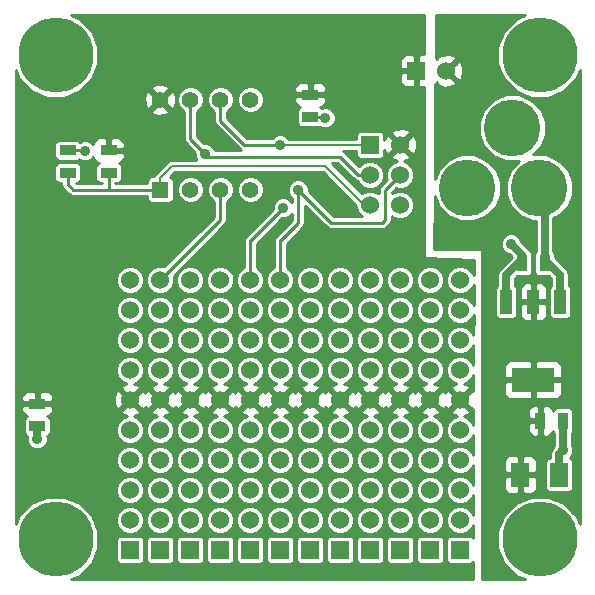
<source format=gtl>
G04 (created by PCBNEW (2013-07-07 BZR 4022)-stable) date 3/28/2015 3:41:17 PM*
%MOIN*%
G04 Gerber Fmt 3.4, Leading zero omitted, Abs format*
%FSLAX34Y34*%
G01*
G70*
G90*
G04 APERTURE LIST*
%ADD10C,0.00590551*%
%ADD11R,0.144X0.08*%
%ADD12R,0.04X0.08*%
%ADD13R,0.055X0.055*%
%ADD14C,0.055*%
%ADD15R,0.06X0.06*%
%ADD16C,0.06*%
%ADD17C,0.25*%
%ADD18C,0.189*%
%ADD19R,0.035X0.055*%
%ADD20R,0.055X0.035*%
%ADD21R,0.06X0.08*%
%ADD22C,0.035*%
%ADD23C,0.01*%
%ADD24C,0.008*%
%ADD25C,0.025*%
G04 APERTURE END LIST*
G54D10*
G54D11*
X21437Y-16337D03*
G54D12*
X21437Y-13737D03*
X20537Y-13737D03*
X22337Y-13737D03*
G54D13*
X9000Y-10000D03*
G54D14*
X10000Y-10000D03*
X11000Y-10000D03*
X12000Y-10000D03*
X12000Y-7000D03*
X11000Y-7000D03*
X10000Y-7000D03*
X9000Y-7000D03*
G54D15*
X17537Y-6037D03*
G54D16*
X18537Y-6037D03*
G54D17*
X5511Y-21653D03*
X21653Y-21653D03*
X21653Y-5511D03*
X5511Y-5511D03*
G54D16*
X13000Y-13000D03*
X13000Y-14000D03*
X13000Y-17000D03*
X13000Y-18000D03*
G54D15*
X13000Y-22000D03*
G54D16*
X13000Y-21000D03*
X13000Y-20000D03*
X13000Y-19000D03*
X13000Y-16000D03*
X13000Y-15000D03*
X12000Y-13000D03*
X12000Y-14000D03*
X12000Y-17000D03*
X12000Y-18000D03*
G54D15*
X12000Y-22000D03*
G54D16*
X12000Y-21000D03*
X12000Y-20000D03*
X12000Y-19000D03*
X12000Y-16000D03*
X12000Y-15000D03*
X11000Y-13000D03*
X11000Y-14000D03*
X11000Y-17000D03*
X11000Y-18000D03*
G54D15*
X11000Y-22000D03*
G54D16*
X11000Y-21000D03*
X11000Y-20000D03*
X11000Y-19000D03*
X11000Y-16000D03*
X11000Y-15000D03*
X10000Y-13000D03*
X10000Y-14000D03*
X10000Y-17000D03*
X10000Y-18000D03*
G54D15*
X10000Y-22000D03*
G54D16*
X10000Y-21000D03*
X10000Y-20000D03*
X10000Y-19000D03*
X10000Y-16000D03*
X10000Y-15000D03*
X9000Y-13000D03*
X9000Y-14000D03*
X9000Y-17000D03*
X9000Y-18000D03*
G54D15*
X9000Y-22000D03*
G54D16*
X9000Y-21000D03*
X9000Y-20000D03*
X9000Y-19000D03*
X9000Y-16000D03*
X9000Y-15000D03*
X8000Y-13000D03*
X8000Y-14000D03*
X8000Y-17000D03*
X8000Y-18000D03*
G54D15*
X8000Y-22000D03*
G54D16*
X8000Y-21000D03*
X8000Y-20000D03*
X8000Y-19000D03*
X8000Y-16000D03*
X8000Y-15000D03*
X19000Y-13000D03*
X19000Y-14000D03*
X19000Y-17000D03*
X19000Y-18000D03*
G54D15*
X19000Y-22000D03*
G54D16*
X19000Y-21000D03*
X19000Y-20000D03*
X19000Y-19000D03*
X19000Y-16000D03*
X19000Y-15000D03*
X18000Y-13000D03*
X18000Y-14000D03*
X18000Y-17000D03*
X18000Y-18000D03*
G54D15*
X18000Y-22000D03*
G54D16*
X18000Y-21000D03*
X18000Y-20000D03*
X18000Y-19000D03*
X18000Y-16000D03*
X18000Y-15000D03*
X17000Y-13000D03*
X17000Y-14000D03*
X17000Y-17000D03*
X17000Y-18000D03*
G54D15*
X17000Y-22000D03*
G54D16*
X17000Y-21000D03*
X17000Y-20000D03*
X17000Y-19000D03*
X17000Y-16000D03*
X17000Y-15000D03*
X14000Y-13000D03*
X14000Y-14000D03*
X14000Y-17000D03*
X14000Y-18000D03*
G54D15*
X14000Y-22000D03*
G54D16*
X14000Y-21000D03*
X14000Y-20000D03*
X14000Y-19000D03*
X14000Y-16000D03*
X14000Y-15000D03*
X15000Y-13000D03*
X15000Y-14000D03*
X15000Y-17000D03*
X15000Y-18000D03*
G54D15*
X15000Y-22000D03*
G54D16*
X15000Y-21000D03*
X15000Y-20000D03*
X15000Y-19000D03*
X15000Y-16000D03*
X15000Y-15000D03*
X16000Y-13000D03*
X16000Y-14000D03*
X16000Y-17000D03*
X16000Y-18000D03*
G54D15*
X16000Y-22000D03*
G54D16*
X16000Y-21000D03*
X16000Y-20000D03*
X16000Y-19000D03*
X16000Y-16000D03*
X16000Y-15000D03*
G54D18*
X21637Y-9937D03*
X19237Y-9937D03*
X20737Y-7937D03*
G54D15*
X16000Y-8500D03*
G54D16*
X17000Y-8500D03*
X16000Y-9500D03*
X17000Y-9500D03*
X16000Y-10500D03*
X17000Y-10500D03*
G54D19*
X21675Y-17700D03*
X22425Y-17700D03*
G54D20*
X5918Y-9430D03*
X5918Y-8680D03*
G54D19*
X21062Y-12437D03*
X21812Y-12437D03*
G54D20*
X7286Y-8680D03*
X7286Y-9430D03*
X14000Y-6825D03*
X14000Y-7575D03*
X4900Y-17125D03*
X4900Y-17875D03*
G54D21*
X21000Y-19500D03*
X22300Y-19500D03*
G54D22*
X13600Y-10000D03*
X13100Y-10600D03*
X13000Y-8500D03*
X10500Y-8800D03*
X20700Y-11800D03*
X22425Y-18675D03*
X4900Y-18300D03*
X14500Y-7600D03*
X6500Y-8700D03*
G54D23*
X13000Y-13000D02*
X13000Y-11700D01*
X13000Y-11700D02*
X13600Y-11100D01*
X13600Y-11100D02*
X13600Y-10000D01*
X13000Y-11700D02*
X13600Y-11100D01*
X17000Y-9500D02*
X16500Y-10000D01*
X16500Y-10000D02*
X16500Y-11000D01*
X16500Y-11000D02*
X16400Y-11100D01*
X16400Y-11100D02*
X14700Y-11100D01*
X14700Y-11100D02*
X13600Y-10000D01*
G54D24*
X13000Y-11700D02*
X13600Y-11100D01*
X16500Y-10800D02*
X16500Y-11000D01*
X16500Y-11000D02*
X16400Y-11100D01*
G54D23*
X16500Y-10800D02*
X16500Y-10000D01*
X16400Y-11100D02*
X16500Y-11000D01*
X12000Y-13000D02*
X12000Y-11700D01*
X12000Y-11700D02*
X13100Y-10600D01*
X13000Y-8500D02*
X11800Y-8500D01*
X11000Y-7700D02*
X11000Y-7000D01*
X11800Y-8500D02*
X11000Y-7700D01*
G54D24*
X12000Y-11700D02*
X13100Y-10600D01*
X16000Y-8500D02*
X13000Y-8500D01*
G54D23*
X16000Y-9500D02*
X15600Y-9500D01*
X10600Y-8900D02*
X10500Y-8800D01*
X15000Y-8900D02*
X10600Y-8900D01*
X15600Y-9500D02*
X15000Y-8900D01*
X10000Y-8300D02*
X10000Y-7000D01*
X10500Y-8800D02*
X10000Y-8300D01*
X9000Y-13000D02*
X11000Y-11000D01*
X11000Y-11000D02*
X11000Y-10000D01*
X7286Y-9430D02*
X7286Y-10000D01*
X9000Y-10000D02*
X7286Y-10000D01*
X7286Y-10000D02*
X6100Y-10000D01*
X5918Y-9818D02*
X5918Y-9430D01*
X6100Y-10000D02*
X5918Y-9818D01*
G54D24*
X16000Y-10500D02*
X15800Y-10500D01*
X9400Y-9200D02*
X9000Y-9600D01*
X14500Y-9200D02*
X9400Y-9200D01*
X15800Y-10500D02*
X14500Y-9200D01*
X9000Y-9600D02*
X9000Y-10000D01*
X9000Y-10000D02*
X9000Y-9600D01*
G54D25*
X21062Y-12162D02*
X21062Y-12437D01*
X20700Y-11800D02*
X21062Y-12162D01*
X20537Y-13737D02*
X20537Y-12837D01*
X20537Y-12837D02*
X20937Y-12437D01*
X22300Y-19500D02*
X22300Y-18800D01*
X22425Y-18675D02*
X22425Y-17700D01*
X22300Y-18800D02*
X22425Y-18675D01*
X4900Y-17875D02*
X4900Y-18300D01*
X21812Y-12437D02*
X21812Y-10112D01*
X21812Y-10112D02*
X21637Y-9937D01*
G54D23*
X14000Y-7575D02*
X14475Y-7575D01*
X14475Y-7575D02*
X14500Y-7600D01*
X5918Y-8680D02*
X6480Y-8680D01*
X6480Y-8680D02*
X6500Y-8700D01*
G54D25*
X22337Y-13737D02*
X22337Y-12837D01*
X22337Y-12837D02*
X21937Y-12437D01*
G54D10*
G36*
X19444Y-12342D02*
X19444Y-12844D01*
X19398Y-12734D01*
X19266Y-12601D01*
X19093Y-12530D01*
X18906Y-12529D01*
X18734Y-12601D01*
X18601Y-12733D01*
X18530Y-12906D01*
X18529Y-13093D01*
X18601Y-13265D01*
X18733Y-13398D01*
X18906Y-13469D01*
X19093Y-13470D01*
X19265Y-13398D01*
X19398Y-13266D01*
X19443Y-13156D01*
X19443Y-13842D01*
X19398Y-13734D01*
X19266Y-13601D01*
X19093Y-13530D01*
X18906Y-13529D01*
X18734Y-13601D01*
X18601Y-13733D01*
X18530Y-13906D01*
X18529Y-14093D01*
X18601Y-14265D01*
X18733Y-14398D01*
X18906Y-14469D01*
X19093Y-14470D01*
X19265Y-14398D01*
X19398Y-14266D01*
X19443Y-14158D01*
X19442Y-14840D01*
X19398Y-14734D01*
X19266Y-14601D01*
X19093Y-14530D01*
X18906Y-14529D01*
X18734Y-14601D01*
X18601Y-14733D01*
X18530Y-14906D01*
X18529Y-15093D01*
X18601Y-15265D01*
X18733Y-15398D01*
X18906Y-15469D01*
X19093Y-15470D01*
X19265Y-15398D01*
X19398Y-15266D01*
X19442Y-15159D01*
X19442Y-15839D01*
X19398Y-15734D01*
X19266Y-15601D01*
X19093Y-15530D01*
X18906Y-15529D01*
X18734Y-15601D01*
X18601Y-15733D01*
X18530Y-15906D01*
X18529Y-16093D01*
X18601Y-16265D01*
X18733Y-16398D01*
X18871Y-16455D01*
X18863Y-16456D01*
X18712Y-16518D01*
X18684Y-16614D01*
X19000Y-16929D01*
X19315Y-16614D01*
X19287Y-16518D01*
X19120Y-16458D01*
X19265Y-16398D01*
X19398Y-16266D01*
X19441Y-16161D01*
X19441Y-16700D01*
X19385Y-16684D01*
X19070Y-17000D01*
X19385Y-17315D01*
X19441Y-17299D01*
X19440Y-17835D01*
X19398Y-17734D01*
X19266Y-17601D01*
X19128Y-17544D01*
X19136Y-17543D01*
X19287Y-17481D01*
X19315Y-17385D01*
X19000Y-17070D01*
X18929Y-17141D01*
X18929Y-17000D01*
X18614Y-16684D01*
X18518Y-16712D01*
X18501Y-16760D01*
X18481Y-16712D01*
X18470Y-16708D01*
X18470Y-15906D01*
X18470Y-14906D01*
X18470Y-13906D01*
X18470Y-12906D01*
X18398Y-12734D01*
X18266Y-12601D01*
X18093Y-12530D01*
X17906Y-12529D01*
X17734Y-12601D01*
X17601Y-12733D01*
X17554Y-12846D01*
X17554Y-8581D01*
X17543Y-8363D01*
X17487Y-8226D01*
X17487Y-6524D01*
X17487Y-6087D01*
X17487Y-5987D01*
X17487Y-5549D01*
X17424Y-5487D01*
X17187Y-5486D01*
X17095Y-5524D01*
X17025Y-5595D01*
X16987Y-5687D01*
X16986Y-5786D01*
X16987Y-5924D01*
X17049Y-5987D01*
X17487Y-5987D01*
X17487Y-6087D01*
X17049Y-6087D01*
X16987Y-6149D01*
X16986Y-6287D01*
X16987Y-6386D01*
X17025Y-6478D01*
X17095Y-6549D01*
X17187Y-6587D01*
X17424Y-6587D01*
X17487Y-6524D01*
X17487Y-8226D01*
X17481Y-8212D01*
X17385Y-8184D01*
X17315Y-8255D01*
X17315Y-8114D01*
X17287Y-8018D01*
X17081Y-7945D01*
X16863Y-7956D01*
X16712Y-8018D01*
X16684Y-8114D01*
X17000Y-8429D01*
X17315Y-8114D01*
X17315Y-8255D01*
X17070Y-8500D01*
X17385Y-8815D01*
X17481Y-8787D01*
X17554Y-8581D01*
X17554Y-12846D01*
X17530Y-12906D01*
X17529Y-13093D01*
X17601Y-13265D01*
X17733Y-13398D01*
X17906Y-13469D01*
X18093Y-13470D01*
X18265Y-13398D01*
X18398Y-13266D01*
X18469Y-13093D01*
X18470Y-12906D01*
X18470Y-13906D01*
X18398Y-13734D01*
X18266Y-13601D01*
X18093Y-13530D01*
X17906Y-13529D01*
X17734Y-13601D01*
X17601Y-13733D01*
X17530Y-13906D01*
X17529Y-14093D01*
X17601Y-14265D01*
X17733Y-14398D01*
X17906Y-14469D01*
X18093Y-14470D01*
X18265Y-14398D01*
X18398Y-14266D01*
X18469Y-14093D01*
X18470Y-13906D01*
X18470Y-14906D01*
X18398Y-14734D01*
X18266Y-14601D01*
X18093Y-14530D01*
X17906Y-14529D01*
X17734Y-14601D01*
X17601Y-14733D01*
X17530Y-14906D01*
X17529Y-15093D01*
X17601Y-15265D01*
X17733Y-15398D01*
X17906Y-15469D01*
X18093Y-15470D01*
X18265Y-15398D01*
X18398Y-15266D01*
X18469Y-15093D01*
X18470Y-14906D01*
X18470Y-15906D01*
X18398Y-15734D01*
X18266Y-15601D01*
X18093Y-15530D01*
X17906Y-15529D01*
X17734Y-15601D01*
X17601Y-15733D01*
X17530Y-15906D01*
X17529Y-16093D01*
X17601Y-16265D01*
X17733Y-16398D01*
X17871Y-16455D01*
X17863Y-16456D01*
X17712Y-16518D01*
X17684Y-16614D01*
X18000Y-16929D01*
X18315Y-16614D01*
X18287Y-16518D01*
X18120Y-16458D01*
X18265Y-16398D01*
X18398Y-16266D01*
X18469Y-16093D01*
X18470Y-15906D01*
X18470Y-16708D01*
X18385Y-16684D01*
X18070Y-17000D01*
X18385Y-17315D01*
X18481Y-17287D01*
X18498Y-17239D01*
X18518Y-17287D01*
X18614Y-17315D01*
X18929Y-17000D01*
X18929Y-17141D01*
X18684Y-17385D01*
X18712Y-17481D01*
X18879Y-17541D01*
X18734Y-17601D01*
X18601Y-17733D01*
X18530Y-17906D01*
X18529Y-18093D01*
X18601Y-18265D01*
X18733Y-18398D01*
X18906Y-18469D01*
X19093Y-18470D01*
X19265Y-18398D01*
X19398Y-18266D01*
X19440Y-18164D01*
X19439Y-18834D01*
X19398Y-18734D01*
X19266Y-18601D01*
X19093Y-18530D01*
X18906Y-18529D01*
X18734Y-18601D01*
X18601Y-18733D01*
X18530Y-18906D01*
X18529Y-19093D01*
X18601Y-19265D01*
X18733Y-19398D01*
X18906Y-19469D01*
X19093Y-19470D01*
X19265Y-19398D01*
X19398Y-19266D01*
X19439Y-19166D01*
X19439Y-19832D01*
X19398Y-19734D01*
X19266Y-19601D01*
X19093Y-19530D01*
X18906Y-19529D01*
X18734Y-19601D01*
X18601Y-19733D01*
X18530Y-19906D01*
X18529Y-20093D01*
X18601Y-20265D01*
X18733Y-20398D01*
X18906Y-20469D01*
X19093Y-20470D01*
X19265Y-20398D01*
X19398Y-20266D01*
X19439Y-20168D01*
X19438Y-20830D01*
X19398Y-20734D01*
X19266Y-20601D01*
X19093Y-20530D01*
X18906Y-20529D01*
X18734Y-20601D01*
X18601Y-20733D01*
X18530Y-20906D01*
X18529Y-21093D01*
X18601Y-21265D01*
X18733Y-21398D01*
X18906Y-21469D01*
X19093Y-21470D01*
X19265Y-21398D01*
X19398Y-21266D01*
X19438Y-21169D01*
X19438Y-21597D01*
X19396Y-21555D01*
X19333Y-21530D01*
X19266Y-21529D01*
X18666Y-21529D01*
X18603Y-21555D01*
X18555Y-21603D01*
X18530Y-21666D01*
X18529Y-21733D01*
X18529Y-22333D01*
X18555Y-22396D01*
X18603Y-22444D01*
X18666Y-22469D01*
X18733Y-22470D01*
X19333Y-22470D01*
X19396Y-22444D01*
X19437Y-22402D01*
X19437Y-22983D01*
X18470Y-22983D01*
X18470Y-20906D01*
X18470Y-19906D01*
X18470Y-18906D01*
X18470Y-17906D01*
X18398Y-17734D01*
X18266Y-17601D01*
X18128Y-17544D01*
X18136Y-17543D01*
X18287Y-17481D01*
X18315Y-17385D01*
X18000Y-17070D01*
X17929Y-17141D01*
X17929Y-17000D01*
X17614Y-16684D01*
X17518Y-16712D01*
X17501Y-16760D01*
X17481Y-16712D01*
X17470Y-16708D01*
X17470Y-15906D01*
X17470Y-14906D01*
X17470Y-13906D01*
X17470Y-12906D01*
X17470Y-10406D01*
X17398Y-10234D01*
X17266Y-10101D01*
X17093Y-10030D01*
X16906Y-10029D01*
X16734Y-10101D01*
X16720Y-10115D01*
X16720Y-10091D01*
X16860Y-9950D01*
X16906Y-9969D01*
X17093Y-9970D01*
X17265Y-9898D01*
X17398Y-9766D01*
X17469Y-9593D01*
X17470Y-9406D01*
X17398Y-9234D01*
X17266Y-9101D01*
X17128Y-9044D01*
X17136Y-9043D01*
X17287Y-8981D01*
X17315Y-8885D01*
X17000Y-8570D01*
X16684Y-8885D01*
X16712Y-8981D01*
X16879Y-9041D01*
X16734Y-9101D01*
X16601Y-9233D01*
X16530Y-9406D01*
X16529Y-9593D01*
X16549Y-9639D01*
X16344Y-9844D01*
X16296Y-9915D01*
X16280Y-10000D01*
X16280Y-10115D01*
X16266Y-10101D01*
X16093Y-10030D01*
X15906Y-10029D01*
X15734Y-10101D01*
X15716Y-10119D01*
X14716Y-9120D01*
X14908Y-9120D01*
X15444Y-9655D01*
X15444Y-9655D01*
X15515Y-9703D01*
X15580Y-9716D01*
X15601Y-9765D01*
X15733Y-9898D01*
X15906Y-9969D01*
X16093Y-9970D01*
X16265Y-9898D01*
X16398Y-9766D01*
X16469Y-9593D01*
X16470Y-9406D01*
X16398Y-9234D01*
X16266Y-9101D01*
X16093Y-9030D01*
X15906Y-9029D01*
X15734Y-9101D01*
X15623Y-9212D01*
X15155Y-8744D01*
X15104Y-8710D01*
X15529Y-8710D01*
X15529Y-8833D01*
X15555Y-8896D01*
X15603Y-8944D01*
X15666Y-8969D01*
X15733Y-8970D01*
X16333Y-8970D01*
X16396Y-8944D01*
X16444Y-8896D01*
X16469Y-8833D01*
X16470Y-8766D01*
X16470Y-8670D01*
X16518Y-8787D01*
X16614Y-8815D01*
X16929Y-8500D01*
X16614Y-8184D01*
X16518Y-8212D01*
X16470Y-8348D01*
X16470Y-8166D01*
X16444Y-8103D01*
X16396Y-8055D01*
X16333Y-8030D01*
X16266Y-8029D01*
X15666Y-8029D01*
X15603Y-8055D01*
X15555Y-8103D01*
X15530Y-8166D01*
X15529Y-8233D01*
X15529Y-8290D01*
X14845Y-8290D01*
X14845Y-7531D01*
X14792Y-7404D01*
X14695Y-7307D01*
X14568Y-7255D01*
X14431Y-7254D01*
X14388Y-7272D01*
X14371Y-7255D01*
X14340Y-7243D01*
X14416Y-7211D01*
X14487Y-7141D01*
X14525Y-7049D01*
X14525Y-6600D01*
X14487Y-6508D01*
X14416Y-6438D01*
X14324Y-6400D01*
X14225Y-6399D01*
X14112Y-6400D01*
X14050Y-6462D01*
X14050Y-6775D01*
X14462Y-6775D01*
X14525Y-6712D01*
X14525Y-6600D01*
X14525Y-7049D01*
X14525Y-6937D01*
X14462Y-6875D01*
X14050Y-6875D01*
X14050Y-6882D01*
X13950Y-6882D01*
X13950Y-6875D01*
X13950Y-6775D01*
X13950Y-6462D01*
X13887Y-6400D01*
X13774Y-6399D01*
X13675Y-6400D01*
X13583Y-6438D01*
X13512Y-6508D01*
X13474Y-6600D01*
X13475Y-6712D01*
X13537Y-6775D01*
X13950Y-6775D01*
X13950Y-6875D01*
X13537Y-6875D01*
X13475Y-6937D01*
X13474Y-7049D01*
X13512Y-7141D01*
X13583Y-7211D01*
X13659Y-7243D01*
X13628Y-7255D01*
X13580Y-7303D01*
X13555Y-7366D01*
X13554Y-7433D01*
X13554Y-7783D01*
X13580Y-7846D01*
X13628Y-7894D01*
X13691Y-7919D01*
X13758Y-7920D01*
X14308Y-7920D01*
X14339Y-7907D01*
X14431Y-7944D01*
X14568Y-7945D01*
X14695Y-7892D01*
X14792Y-7795D01*
X14844Y-7668D01*
X14845Y-7531D01*
X14845Y-8290D01*
X13277Y-8290D01*
X13195Y-8207D01*
X13068Y-8155D01*
X12931Y-8154D01*
X12804Y-8207D01*
X12732Y-8280D01*
X12445Y-8280D01*
X12445Y-6911D01*
X12377Y-6748D01*
X12252Y-6622D01*
X12088Y-6555D01*
X11911Y-6554D01*
X11748Y-6622D01*
X11622Y-6747D01*
X11555Y-6911D01*
X11554Y-7088D01*
X11622Y-7251D01*
X11747Y-7377D01*
X11911Y-7444D01*
X12088Y-7445D01*
X12251Y-7377D01*
X12377Y-7252D01*
X12444Y-7088D01*
X12445Y-6911D01*
X12445Y-8280D01*
X11891Y-8280D01*
X11220Y-7608D01*
X11220Y-7390D01*
X11251Y-7377D01*
X11377Y-7252D01*
X11444Y-7088D01*
X11445Y-6911D01*
X11377Y-6748D01*
X11252Y-6622D01*
X11088Y-6555D01*
X10911Y-6554D01*
X10748Y-6622D01*
X10622Y-6747D01*
X10555Y-6911D01*
X10554Y-7088D01*
X10622Y-7251D01*
X10747Y-7377D01*
X10780Y-7390D01*
X10780Y-7700D01*
X10796Y-7784D01*
X10844Y-7855D01*
X11644Y-8655D01*
X11644Y-8655D01*
X11681Y-8680D01*
X10823Y-8680D01*
X10792Y-8604D01*
X10695Y-8507D01*
X10568Y-8455D01*
X10466Y-8454D01*
X10220Y-8208D01*
X10220Y-7390D01*
X10251Y-7377D01*
X10377Y-7252D01*
X10444Y-7088D01*
X10445Y-6911D01*
X10377Y-6748D01*
X10252Y-6622D01*
X10088Y-6555D01*
X9911Y-6554D01*
X9748Y-6622D01*
X9622Y-6747D01*
X9555Y-6911D01*
X9554Y-7088D01*
X9622Y-7251D01*
X9747Y-7377D01*
X9780Y-7390D01*
X9780Y-8300D01*
X9796Y-8384D01*
X9844Y-8455D01*
X10155Y-8766D01*
X10154Y-8868D01*
X10205Y-8990D01*
X9529Y-8990D01*
X9529Y-7075D01*
X9518Y-6867D01*
X9460Y-6727D01*
X9367Y-6702D01*
X9297Y-6773D01*
X9297Y-6632D01*
X9272Y-6539D01*
X9075Y-6470D01*
X8867Y-6481D01*
X8727Y-6539D01*
X8702Y-6632D01*
X9000Y-6929D01*
X9297Y-6632D01*
X9297Y-6773D01*
X9070Y-7000D01*
X9367Y-7297D01*
X9460Y-7272D01*
X9529Y-7075D01*
X9529Y-8990D01*
X9400Y-8990D01*
X9399Y-8990D01*
X9384Y-8993D01*
X9319Y-9005D01*
X9297Y-9021D01*
X9297Y-7367D01*
X9000Y-7070D01*
X8929Y-7141D01*
X8929Y-7000D01*
X8632Y-6702D01*
X8539Y-6727D01*
X8470Y-6924D01*
X8481Y-7132D01*
X8539Y-7272D01*
X8632Y-7297D01*
X8929Y-7000D01*
X8929Y-7141D01*
X8702Y-7367D01*
X8727Y-7460D01*
X8924Y-7529D01*
X9132Y-7518D01*
X9272Y-7460D01*
X9297Y-7367D01*
X9297Y-9021D01*
X9251Y-9051D01*
X9251Y-9051D01*
X8851Y-9451D01*
X8805Y-9519D01*
X8798Y-9554D01*
X8691Y-9554D01*
X8628Y-9580D01*
X8580Y-9628D01*
X8555Y-9691D01*
X8554Y-9758D01*
X8554Y-9780D01*
X7506Y-9780D01*
X7506Y-9775D01*
X7595Y-9775D01*
X7657Y-9749D01*
X7705Y-9701D01*
X7731Y-9639D01*
X7731Y-9571D01*
X7731Y-9221D01*
X7705Y-9158D01*
X7658Y-9111D01*
X7627Y-9098D01*
X7703Y-9066D01*
X7773Y-8996D01*
X7811Y-8904D01*
X7811Y-8455D01*
X7773Y-8363D01*
X7703Y-8293D01*
X7611Y-8255D01*
X7512Y-8255D01*
X7399Y-8255D01*
X7336Y-8317D01*
X7336Y-8630D01*
X7749Y-8630D01*
X7811Y-8567D01*
X7811Y-8455D01*
X7811Y-8904D01*
X7811Y-8792D01*
X7749Y-8730D01*
X7336Y-8730D01*
X7336Y-8737D01*
X7236Y-8737D01*
X7236Y-8730D01*
X7228Y-8730D01*
X7228Y-8630D01*
X7236Y-8630D01*
X7236Y-8317D01*
X7174Y-8255D01*
X7061Y-8255D01*
X6961Y-8255D01*
X6869Y-8293D01*
X6799Y-8363D01*
X6761Y-8455D01*
X6761Y-8473D01*
X6695Y-8407D01*
X6568Y-8355D01*
X6431Y-8354D01*
X6326Y-8398D01*
X6289Y-8361D01*
X6227Y-8335D01*
X6159Y-8335D01*
X5609Y-8335D01*
X5546Y-8360D01*
X5499Y-8408D01*
X5473Y-8471D01*
X5473Y-8538D01*
X5473Y-8888D01*
X5498Y-8951D01*
X5546Y-8999D01*
X5609Y-9025D01*
X5676Y-9025D01*
X6226Y-9025D01*
X6289Y-8999D01*
X6300Y-8988D01*
X6304Y-8992D01*
X6431Y-9044D01*
X6568Y-9045D01*
X6695Y-8992D01*
X6767Y-8920D01*
X6799Y-8996D01*
X6869Y-9066D01*
X6945Y-9098D01*
X6915Y-9110D01*
X6867Y-9158D01*
X6841Y-9221D01*
X6841Y-9288D01*
X6841Y-9638D01*
X6867Y-9701D01*
X6915Y-9749D01*
X6977Y-9775D01*
X7045Y-9775D01*
X7066Y-9775D01*
X7066Y-9780D01*
X6191Y-9780D01*
X6186Y-9775D01*
X6226Y-9775D01*
X6289Y-9749D01*
X6337Y-9701D01*
X6363Y-9639D01*
X6363Y-9571D01*
X6363Y-9221D01*
X6337Y-9158D01*
X6289Y-9111D01*
X6227Y-9085D01*
X6159Y-9085D01*
X5609Y-9085D01*
X5546Y-9110D01*
X5499Y-9158D01*
X5473Y-9221D01*
X5473Y-9288D01*
X5473Y-9638D01*
X5498Y-9701D01*
X5546Y-9749D01*
X5609Y-9775D01*
X5676Y-9775D01*
X5698Y-9775D01*
X5698Y-9818D01*
X5714Y-9902D01*
X5762Y-9973D01*
X5944Y-10155D01*
X5944Y-10155D01*
X6015Y-10203D01*
X6100Y-10220D01*
X7286Y-10220D01*
X8554Y-10220D01*
X8554Y-10308D01*
X8580Y-10371D01*
X8628Y-10419D01*
X8691Y-10444D01*
X8758Y-10445D01*
X9308Y-10445D01*
X9371Y-10419D01*
X9419Y-10371D01*
X9444Y-10308D01*
X9445Y-10241D01*
X9445Y-9691D01*
X9419Y-9628D01*
X9371Y-9580D01*
X9332Y-9564D01*
X9486Y-9410D01*
X14413Y-9410D01*
X15529Y-10526D01*
X15529Y-10593D01*
X15601Y-10765D01*
X15715Y-10880D01*
X14791Y-10880D01*
X13944Y-10033D01*
X13945Y-9931D01*
X13892Y-9804D01*
X13795Y-9707D01*
X13668Y-9655D01*
X13531Y-9654D01*
X13404Y-9707D01*
X13307Y-9804D01*
X13255Y-9931D01*
X13254Y-10068D01*
X13307Y-10195D01*
X13380Y-10267D01*
X13380Y-10392D01*
X13295Y-10307D01*
X13168Y-10255D01*
X13031Y-10254D01*
X12904Y-10307D01*
X12807Y-10404D01*
X12755Y-10531D01*
X12754Y-10633D01*
X12445Y-10943D01*
X12445Y-9911D01*
X12377Y-9748D01*
X12252Y-9622D01*
X12088Y-9555D01*
X11911Y-9554D01*
X11748Y-9622D01*
X11622Y-9747D01*
X11555Y-9911D01*
X11554Y-10088D01*
X11622Y-10251D01*
X11747Y-10377D01*
X11911Y-10444D01*
X12088Y-10445D01*
X12251Y-10377D01*
X12377Y-10252D01*
X12444Y-10088D01*
X12445Y-9911D01*
X12445Y-10943D01*
X11844Y-11544D01*
X11796Y-11615D01*
X11780Y-11700D01*
X11780Y-12582D01*
X11734Y-12601D01*
X11601Y-12733D01*
X11530Y-12906D01*
X11529Y-13093D01*
X11601Y-13265D01*
X11733Y-13398D01*
X11906Y-13469D01*
X12093Y-13470D01*
X12265Y-13398D01*
X12398Y-13266D01*
X12469Y-13093D01*
X12470Y-12906D01*
X12398Y-12734D01*
X12266Y-12601D01*
X12220Y-12582D01*
X12220Y-11791D01*
X13066Y-10944D01*
X13168Y-10945D01*
X13295Y-10892D01*
X13380Y-10807D01*
X13380Y-11008D01*
X12844Y-11544D01*
X12796Y-11615D01*
X12780Y-11700D01*
X12780Y-12582D01*
X12734Y-12601D01*
X12601Y-12733D01*
X12530Y-12906D01*
X12529Y-13093D01*
X12601Y-13265D01*
X12733Y-13398D01*
X12906Y-13469D01*
X13093Y-13470D01*
X13265Y-13398D01*
X13398Y-13266D01*
X13469Y-13093D01*
X13470Y-12906D01*
X13398Y-12734D01*
X13266Y-12601D01*
X13220Y-12582D01*
X13220Y-11791D01*
X13755Y-11255D01*
X13755Y-11255D01*
X13803Y-11184D01*
X13819Y-11100D01*
X13820Y-11100D01*
X13820Y-10531D01*
X14544Y-11255D01*
X14544Y-11255D01*
X14615Y-11303D01*
X14700Y-11320D01*
X16400Y-11320D01*
X16484Y-11303D01*
X16484Y-11303D01*
X16555Y-11255D01*
X16655Y-11155D01*
X16703Y-11084D01*
X16703Y-11084D01*
X16719Y-11000D01*
X16720Y-11000D01*
X16720Y-10884D01*
X16733Y-10898D01*
X16906Y-10969D01*
X17093Y-10970D01*
X17265Y-10898D01*
X17398Y-10766D01*
X17469Y-10593D01*
X17470Y-10406D01*
X17470Y-12906D01*
X17398Y-12734D01*
X17266Y-12601D01*
X17093Y-12530D01*
X16906Y-12529D01*
X16734Y-12601D01*
X16601Y-12733D01*
X16530Y-12906D01*
X16529Y-13093D01*
X16601Y-13265D01*
X16733Y-13398D01*
X16906Y-13469D01*
X17093Y-13470D01*
X17265Y-13398D01*
X17398Y-13266D01*
X17469Y-13093D01*
X17470Y-12906D01*
X17470Y-13906D01*
X17398Y-13734D01*
X17266Y-13601D01*
X17093Y-13530D01*
X16906Y-13529D01*
X16734Y-13601D01*
X16601Y-13733D01*
X16530Y-13906D01*
X16529Y-14093D01*
X16601Y-14265D01*
X16733Y-14398D01*
X16906Y-14469D01*
X17093Y-14470D01*
X17265Y-14398D01*
X17398Y-14266D01*
X17469Y-14093D01*
X17470Y-13906D01*
X17470Y-14906D01*
X17398Y-14734D01*
X17266Y-14601D01*
X17093Y-14530D01*
X16906Y-14529D01*
X16734Y-14601D01*
X16601Y-14733D01*
X16530Y-14906D01*
X16529Y-15093D01*
X16601Y-15265D01*
X16733Y-15398D01*
X16906Y-15469D01*
X17093Y-15470D01*
X17265Y-15398D01*
X17398Y-15266D01*
X17469Y-15093D01*
X17470Y-14906D01*
X17470Y-15906D01*
X17398Y-15734D01*
X17266Y-15601D01*
X17093Y-15530D01*
X16906Y-15529D01*
X16734Y-15601D01*
X16601Y-15733D01*
X16530Y-15906D01*
X16529Y-16093D01*
X16601Y-16265D01*
X16733Y-16398D01*
X16871Y-16455D01*
X16863Y-16456D01*
X16712Y-16518D01*
X16684Y-16614D01*
X17000Y-16929D01*
X17315Y-16614D01*
X17287Y-16518D01*
X17120Y-16458D01*
X17265Y-16398D01*
X17398Y-16266D01*
X17469Y-16093D01*
X17470Y-15906D01*
X17470Y-16708D01*
X17385Y-16684D01*
X17070Y-17000D01*
X17385Y-17315D01*
X17481Y-17287D01*
X17498Y-17239D01*
X17518Y-17287D01*
X17614Y-17315D01*
X17929Y-17000D01*
X17929Y-17141D01*
X17684Y-17385D01*
X17712Y-17481D01*
X17879Y-17541D01*
X17734Y-17601D01*
X17601Y-17733D01*
X17530Y-17906D01*
X17529Y-18093D01*
X17601Y-18265D01*
X17733Y-18398D01*
X17906Y-18469D01*
X18093Y-18470D01*
X18265Y-18398D01*
X18398Y-18266D01*
X18469Y-18093D01*
X18470Y-17906D01*
X18470Y-18906D01*
X18398Y-18734D01*
X18266Y-18601D01*
X18093Y-18530D01*
X17906Y-18529D01*
X17734Y-18601D01*
X17601Y-18733D01*
X17530Y-18906D01*
X17529Y-19093D01*
X17601Y-19265D01*
X17733Y-19398D01*
X17906Y-19469D01*
X18093Y-19470D01*
X18265Y-19398D01*
X18398Y-19266D01*
X18469Y-19093D01*
X18470Y-18906D01*
X18470Y-19906D01*
X18398Y-19734D01*
X18266Y-19601D01*
X18093Y-19530D01*
X17906Y-19529D01*
X17734Y-19601D01*
X17601Y-19733D01*
X17530Y-19906D01*
X17529Y-20093D01*
X17601Y-20265D01*
X17733Y-20398D01*
X17906Y-20469D01*
X18093Y-20470D01*
X18265Y-20398D01*
X18398Y-20266D01*
X18469Y-20093D01*
X18470Y-19906D01*
X18470Y-20906D01*
X18398Y-20734D01*
X18266Y-20601D01*
X18093Y-20530D01*
X17906Y-20529D01*
X17734Y-20601D01*
X17601Y-20733D01*
X17530Y-20906D01*
X17529Y-21093D01*
X17601Y-21265D01*
X17733Y-21398D01*
X17906Y-21469D01*
X18093Y-21470D01*
X18265Y-21398D01*
X18398Y-21266D01*
X18469Y-21093D01*
X18470Y-20906D01*
X18470Y-22983D01*
X18470Y-22983D01*
X18470Y-22266D01*
X18470Y-21666D01*
X18444Y-21603D01*
X18396Y-21555D01*
X18333Y-21530D01*
X18266Y-21529D01*
X17666Y-21529D01*
X17603Y-21555D01*
X17555Y-21603D01*
X17530Y-21666D01*
X17529Y-21733D01*
X17529Y-22333D01*
X17555Y-22396D01*
X17603Y-22444D01*
X17666Y-22469D01*
X17733Y-22470D01*
X18333Y-22470D01*
X18396Y-22444D01*
X18444Y-22396D01*
X18469Y-22333D01*
X18470Y-22266D01*
X18470Y-22983D01*
X17470Y-22983D01*
X17470Y-20906D01*
X17470Y-19906D01*
X17470Y-18906D01*
X17470Y-17906D01*
X17398Y-17734D01*
X17266Y-17601D01*
X17128Y-17544D01*
X17136Y-17543D01*
X17287Y-17481D01*
X17315Y-17385D01*
X17000Y-17070D01*
X16929Y-17141D01*
X16929Y-17000D01*
X16614Y-16684D01*
X16518Y-16712D01*
X16501Y-16760D01*
X16481Y-16712D01*
X16470Y-16708D01*
X16470Y-15906D01*
X16470Y-14906D01*
X16470Y-13906D01*
X16470Y-12906D01*
X16398Y-12734D01*
X16266Y-12601D01*
X16093Y-12530D01*
X15906Y-12529D01*
X15734Y-12601D01*
X15601Y-12733D01*
X15530Y-12906D01*
X15529Y-13093D01*
X15601Y-13265D01*
X15733Y-13398D01*
X15906Y-13469D01*
X16093Y-13470D01*
X16265Y-13398D01*
X16398Y-13266D01*
X16469Y-13093D01*
X16470Y-12906D01*
X16470Y-13906D01*
X16398Y-13734D01*
X16266Y-13601D01*
X16093Y-13530D01*
X15906Y-13529D01*
X15734Y-13601D01*
X15601Y-13733D01*
X15530Y-13906D01*
X15529Y-14093D01*
X15601Y-14265D01*
X15733Y-14398D01*
X15906Y-14469D01*
X16093Y-14470D01*
X16265Y-14398D01*
X16398Y-14266D01*
X16469Y-14093D01*
X16470Y-13906D01*
X16470Y-14906D01*
X16398Y-14734D01*
X16266Y-14601D01*
X16093Y-14530D01*
X15906Y-14529D01*
X15734Y-14601D01*
X15601Y-14733D01*
X15530Y-14906D01*
X15529Y-15093D01*
X15601Y-15265D01*
X15733Y-15398D01*
X15906Y-15469D01*
X16093Y-15470D01*
X16265Y-15398D01*
X16398Y-15266D01*
X16469Y-15093D01*
X16470Y-14906D01*
X16470Y-15906D01*
X16398Y-15734D01*
X16266Y-15601D01*
X16093Y-15530D01*
X15906Y-15529D01*
X15734Y-15601D01*
X15601Y-15733D01*
X15530Y-15906D01*
X15529Y-16093D01*
X15601Y-16265D01*
X15733Y-16398D01*
X15871Y-16455D01*
X15863Y-16456D01*
X15712Y-16518D01*
X15684Y-16614D01*
X16000Y-16929D01*
X16315Y-16614D01*
X16287Y-16518D01*
X16120Y-16458D01*
X16265Y-16398D01*
X16398Y-16266D01*
X16469Y-16093D01*
X16470Y-15906D01*
X16470Y-16708D01*
X16385Y-16684D01*
X16070Y-17000D01*
X16385Y-17315D01*
X16481Y-17287D01*
X16498Y-17239D01*
X16518Y-17287D01*
X16614Y-17315D01*
X16929Y-17000D01*
X16929Y-17141D01*
X16684Y-17385D01*
X16712Y-17481D01*
X16879Y-17541D01*
X16734Y-17601D01*
X16601Y-17733D01*
X16530Y-17906D01*
X16529Y-18093D01*
X16601Y-18265D01*
X16733Y-18398D01*
X16906Y-18469D01*
X17093Y-18470D01*
X17265Y-18398D01*
X17398Y-18266D01*
X17469Y-18093D01*
X17470Y-17906D01*
X17470Y-18906D01*
X17398Y-18734D01*
X17266Y-18601D01*
X17093Y-18530D01*
X16906Y-18529D01*
X16734Y-18601D01*
X16601Y-18733D01*
X16530Y-18906D01*
X16529Y-19093D01*
X16601Y-19265D01*
X16733Y-19398D01*
X16906Y-19469D01*
X17093Y-19470D01*
X17265Y-19398D01*
X17398Y-19266D01*
X17469Y-19093D01*
X17470Y-18906D01*
X17470Y-19906D01*
X17398Y-19734D01*
X17266Y-19601D01*
X17093Y-19530D01*
X16906Y-19529D01*
X16734Y-19601D01*
X16601Y-19733D01*
X16530Y-19906D01*
X16529Y-20093D01*
X16601Y-20265D01*
X16733Y-20398D01*
X16906Y-20469D01*
X17093Y-20470D01*
X17265Y-20398D01*
X17398Y-20266D01*
X17469Y-20093D01*
X17470Y-19906D01*
X17470Y-20906D01*
X17398Y-20734D01*
X17266Y-20601D01*
X17093Y-20530D01*
X16906Y-20529D01*
X16734Y-20601D01*
X16601Y-20733D01*
X16530Y-20906D01*
X16529Y-21093D01*
X16601Y-21265D01*
X16733Y-21398D01*
X16906Y-21469D01*
X17093Y-21470D01*
X17265Y-21398D01*
X17398Y-21266D01*
X17469Y-21093D01*
X17470Y-20906D01*
X17470Y-22983D01*
X17470Y-22983D01*
X17470Y-22266D01*
X17470Y-21666D01*
X17444Y-21603D01*
X17396Y-21555D01*
X17333Y-21530D01*
X17266Y-21529D01*
X16666Y-21529D01*
X16603Y-21555D01*
X16555Y-21603D01*
X16530Y-21666D01*
X16529Y-21733D01*
X16529Y-22333D01*
X16555Y-22396D01*
X16603Y-22444D01*
X16666Y-22469D01*
X16733Y-22470D01*
X17333Y-22470D01*
X17396Y-22444D01*
X17444Y-22396D01*
X17469Y-22333D01*
X17470Y-22266D01*
X17470Y-22983D01*
X16470Y-22983D01*
X16470Y-20906D01*
X16470Y-19906D01*
X16470Y-18906D01*
X16470Y-17906D01*
X16398Y-17734D01*
X16266Y-17601D01*
X16128Y-17544D01*
X16136Y-17543D01*
X16287Y-17481D01*
X16315Y-17385D01*
X16000Y-17070D01*
X15929Y-17141D01*
X15929Y-17000D01*
X15614Y-16684D01*
X15518Y-16712D01*
X15501Y-16760D01*
X15481Y-16712D01*
X15470Y-16708D01*
X15470Y-15906D01*
X15470Y-14906D01*
X15470Y-13906D01*
X15470Y-12906D01*
X15398Y-12734D01*
X15266Y-12601D01*
X15093Y-12530D01*
X14906Y-12529D01*
X14734Y-12601D01*
X14601Y-12733D01*
X14530Y-12906D01*
X14529Y-13093D01*
X14601Y-13265D01*
X14733Y-13398D01*
X14906Y-13469D01*
X15093Y-13470D01*
X15265Y-13398D01*
X15398Y-13266D01*
X15469Y-13093D01*
X15470Y-12906D01*
X15470Y-13906D01*
X15398Y-13734D01*
X15266Y-13601D01*
X15093Y-13530D01*
X14906Y-13529D01*
X14734Y-13601D01*
X14601Y-13733D01*
X14530Y-13906D01*
X14529Y-14093D01*
X14601Y-14265D01*
X14733Y-14398D01*
X14906Y-14469D01*
X15093Y-14470D01*
X15265Y-14398D01*
X15398Y-14266D01*
X15469Y-14093D01*
X15470Y-13906D01*
X15470Y-14906D01*
X15398Y-14734D01*
X15266Y-14601D01*
X15093Y-14530D01*
X14906Y-14529D01*
X14734Y-14601D01*
X14601Y-14733D01*
X14530Y-14906D01*
X14529Y-15093D01*
X14601Y-15265D01*
X14733Y-15398D01*
X14906Y-15469D01*
X15093Y-15470D01*
X15265Y-15398D01*
X15398Y-15266D01*
X15469Y-15093D01*
X15470Y-14906D01*
X15470Y-15906D01*
X15398Y-15734D01*
X15266Y-15601D01*
X15093Y-15530D01*
X14906Y-15529D01*
X14734Y-15601D01*
X14601Y-15733D01*
X14530Y-15906D01*
X14529Y-16093D01*
X14601Y-16265D01*
X14733Y-16398D01*
X14871Y-16455D01*
X14863Y-16456D01*
X14712Y-16518D01*
X14684Y-16614D01*
X15000Y-16929D01*
X15315Y-16614D01*
X15287Y-16518D01*
X15120Y-16458D01*
X15265Y-16398D01*
X15398Y-16266D01*
X15469Y-16093D01*
X15470Y-15906D01*
X15470Y-16708D01*
X15385Y-16684D01*
X15070Y-17000D01*
X15385Y-17315D01*
X15481Y-17287D01*
X15498Y-17239D01*
X15518Y-17287D01*
X15614Y-17315D01*
X15929Y-17000D01*
X15929Y-17141D01*
X15684Y-17385D01*
X15712Y-17481D01*
X15879Y-17541D01*
X15734Y-17601D01*
X15601Y-17733D01*
X15530Y-17906D01*
X15529Y-18093D01*
X15601Y-18265D01*
X15733Y-18398D01*
X15906Y-18469D01*
X16093Y-18470D01*
X16265Y-18398D01*
X16398Y-18266D01*
X16469Y-18093D01*
X16470Y-17906D01*
X16470Y-18906D01*
X16398Y-18734D01*
X16266Y-18601D01*
X16093Y-18530D01*
X15906Y-18529D01*
X15734Y-18601D01*
X15601Y-18733D01*
X15530Y-18906D01*
X15529Y-19093D01*
X15601Y-19265D01*
X15733Y-19398D01*
X15906Y-19469D01*
X16093Y-19470D01*
X16265Y-19398D01*
X16398Y-19266D01*
X16469Y-19093D01*
X16470Y-18906D01*
X16470Y-19906D01*
X16398Y-19734D01*
X16266Y-19601D01*
X16093Y-19530D01*
X15906Y-19529D01*
X15734Y-19601D01*
X15601Y-19733D01*
X15530Y-19906D01*
X15529Y-20093D01*
X15601Y-20265D01*
X15733Y-20398D01*
X15906Y-20469D01*
X16093Y-20470D01*
X16265Y-20398D01*
X16398Y-20266D01*
X16469Y-20093D01*
X16470Y-19906D01*
X16470Y-20906D01*
X16398Y-20734D01*
X16266Y-20601D01*
X16093Y-20530D01*
X15906Y-20529D01*
X15734Y-20601D01*
X15601Y-20733D01*
X15530Y-20906D01*
X15529Y-21093D01*
X15601Y-21265D01*
X15733Y-21398D01*
X15906Y-21469D01*
X16093Y-21470D01*
X16265Y-21398D01*
X16398Y-21266D01*
X16469Y-21093D01*
X16470Y-20906D01*
X16470Y-22983D01*
X16470Y-22983D01*
X16470Y-22266D01*
X16470Y-21666D01*
X16444Y-21603D01*
X16396Y-21555D01*
X16333Y-21530D01*
X16266Y-21529D01*
X15666Y-21529D01*
X15603Y-21555D01*
X15555Y-21603D01*
X15530Y-21666D01*
X15529Y-21733D01*
X15529Y-22333D01*
X15555Y-22396D01*
X15603Y-22444D01*
X15666Y-22469D01*
X15733Y-22470D01*
X16333Y-22470D01*
X16396Y-22444D01*
X16444Y-22396D01*
X16469Y-22333D01*
X16470Y-22266D01*
X16470Y-22983D01*
X15470Y-22983D01*
X15470Y-20906D01*
X15470Y-19906D01*
X15470Y-18906D01*
X15470Y-17906D01*
X15398Y-17734D01*
X15266Y-17601D01*
X15128Y-17544D01*
X15136Y-17543D01*
X15287Y-17481D01*
X15315Y-17385D01*
X15000Y-17070D01*
X14929Y-17141D01*
X14929Y-17000D01*
X14614Y-16684D01*
X14518Y-16712D01*
X14501Y-16760D01*
X14481Y-16712D01*
X14470Y-16708D01*
X14470Y-15906D01*
X14470Y-14906D01*
X14470Y-13906D01*
X14470Y-12906D01*
X14398Y-12734D01*
X14266Y-12601D01*
X14093Y-12530D01*
X13906Y-12529D01*
X13734Y-12601D01*
X13601Y-12733D01*
X13530Y-12906D01*
X13529Y-13093D01*
X13601Y-13265D01*
X13733Y-13398D01*
X13906Y-13469D01*
X14093Y-13470D01*
X14265Y-13398D01*
X14398Y-13266D01*
X14469Y-13093D01*
X14470Y-12906D01*
X14470Y-13906D01*
X14398Y-13734D01*
X14266Y-13601D01*
X14093Y-13530D01*
X13906Y-13529D01*
X13734Y-13601D01*
X13601Y-13733D01*
X13530Y-13906D01*
X13529Y-14093D01*
X13601Y-14265D01*
X13733Y-14398D01*
X13906Y-14469D01*
X14093Y-14470D01*
X14265Y-14398D01*
X14398Y-14266D01*
X14469Y-14093D01*
X14470Y-13906D01*
X14470Y-14906D01*
X14398Y-14734D01*
X14266Y-14601D01*
X14093Y-14530D01*
X13906Y-14529D01*
X13734Y-14601D01*
X13601Y-14733D01*
X13530Y-14906D01*
X13529Y-15093D01*
X13601Y-15265D01*
X13733Y-15398D01*
X13906Y-15469D01*
X14093Y-15470D01*
X14265Y-15398D01*
X14398Y-15266D01*
X14469Y-15093D01*
X14470Y-14906D01*
X14470Y-15906D01*
X14398Y-15734D01*
X14266Y-15601D01*
X14093Y-15530D01*
X13906Y-15529D01*
X13734Y-15601D01*
X13601Y-15733D01*
X13530Y-15906D01*
X13529Y-16093D01*
X13601Y-16265D01*
X13733Y-16398D01*
X13871Y-16455D01*
X13863Y-16456D01*
X13712Y-16518D01*
X13684Y-16614D01*
X14000Y-16929D01*
X14315Y-16614D01*
X14287Y-16518D01*
X14120Y-16458D01*
X14265Y-16398D01*
X14398Y-16266D01*
X14469Y-16093D01*
X14470Y-15906D01*
X14470Y-16708D01*
X14385Y-16684D01*
X14070Y-17000D01*
X14385Y-17315D01*
X14481Y-17287D01*
X14498Y-17239D01*
X14518Y-17287D01*
X14614Y-17315D01*
X14929Y-17000D01*
X14929Y-17141D01*
X14684Y-17385D01*
X14712Y-17481D01*
X14879Y-17541D01*
X14734Y-17601D01*
X14601Y-17733D01*
X14530Y-17906D01*
X14529Y-18093D01*
X14601Y-18265D01*
X14733Y-18398D01*
X14906Y-18469D01*
X15093Y-18470D01*
X15265Y-18398D01*
X15398Y-18266D01*
X15469Y-18093D01*
X15470Y-17906D01*
X15470Y-18906D01*
X15398Y-18734D01*
X15266Y-18601D01*
X15093Y-18530D01*
X14906Y-18529D01*
X14734Y-18601D01*
X14601Y-18733D01*
X14530Y-18906D01*
X14529Y-19093D01*
X14601Y-19265D01*
X14733Y-19398D01*
X14906Y-19469D01*
X15093Y-19470D01*
X15265Y-19398D01*
X15398Y-19266D01*
X15469Y-19093D01*
X15470Y-18906D01*
X15470Y-19906D01*
X15398Y-19734D01*
X15266Y-19601D01*
X15093Y-19530D01*
X14906Y-19529D01*
X14734Y-19601D01*
X14601Y-19733D01*
X14530Y-19906D01*
X14529Y-20093D01*
X14601Y-20265D01*
X14733Y-20398D01*
X14906Y-20469D01*
X15093Y-20470D01*
X15265Y-20398D01*
X15398Y-20266D01*
X15469Y-20093D01*
X15470Y-19906D01*
X15470Y-20906D01*
X15398Y-20734D01*
X15266Y-20601D01*
X15093Y-20530D01*
X14906Y-20529D01*
X14734Y-20601D01*
X14601Y-20733D01*
X14530Y-20906D01*
X14529Y-21093D01*
X14601Y-21265D01*
X14733Y-21398D01*
X14906Y-21469D01*
X15093Y-21470D01*
X15265Y-21398D01*
X15398Y-21266D01*
X15469Y-21093D01*
X15470Y-20906D01*
X15470Y-22983D01*
X15470Y-22983D01*
X15470Y-22266D01*
X15470Y-21666D01*
X15444Y-21603D01*
X15396Y-21555D01*
X15333Y-21530D01*
X15266Y-21529D01*
X14666Y-21529D01*
X14603Y-21555D01*
X14555Y-21603D01*
X14530Y-21666D01*
X14529Y-21733D01*
X14529Y-22333D01*
X14555Y-22396D01*
X14603Y-22444D01*
X14666Y-22469D01*
X14733Y-22470D01*
X15333Y-22470D01*
X15396Y-22444D01*
X15444Y-22396D01*
X15469Y-22333D01*
X15470Y-22266D01*
X15470Y-22983D01*
X14470Y-22983D01*
X14470Y-20906D01*
X14470Y-19906D01*
X14470Y-18906D01*
X14470Y-17906D01*
X14398Y-17734D01*
X14266Y-17601D01*
X14128Y-17544D01*
X14136Y-17543D01*
X14287Y-17481D01*
X14315Y-17385D01*
X14000Y-17070D01*
X13929Y-17141D01*
X13929Y-17000D01*
X13614Y-16684D01*
X13518Y-16712D01*
X13501Y-16760D01*
X13481Y-16712D01*
X13470Y-16708D01*
X13470Y-15906D01*
X13470Y-14906D01*
X13470Y-13906D01*
X13398Y-13734D01*
X13266Y-13601D01*
X13093Y-13530D01*
X12906Y-13529D01*
X12734Y-13601D01*
X12601Y-13733D01*
X12530Y-13906D01*
X12529Y-14093D01*
X12601Y-14265D01*
X12733Y-14398D01*
X12906Y-14469D01*
X13093Y-14470D01*
X13265Y-14398D01*
X13398Y-14266D01*
X13469Y-14093D01*
X13470Y-13906D01*
X13470Y-14906D01*
X13398Y-14734D01*
X13266Y-14601D01*
X13093Y-14530D01*
X12906Y-14529D01*
X12734Y-14601D01*
X12601Y-14733D01*
X12530Y-14906D01*
X12529Y-15093D01*
X12601Y-15265D01*
X12733Y-15398D01*
X12906Y-15469D01*
X13093Y-15470D01*
X13265Y-15398D01*
X13398Y-15266D01*
X13469Y-15093D01*
X13470Y-14906D01*
X13470Y-15906D01*
X13398Y-15734D01*
X13266Y-15601D01*
X13093Y-15530D01*
X12906Y-15529D01*
X12734Y-15601D01*
X12601Y-15733D01*
X12530Y-15906D01*
X12529Y-16093D01*
X12601Y-16265D01*
X12733Y-16398D01*
X12871Y-16455D01*
X12863Y-16456D01*
X12712Y-16518D01*
X12684Y-16614D01*
X13000Y-16929D01*
X13315Y-16614D01*
X13287Y-16518D01*
X13120Y-16458D01*
X13265Y-16398D01*
X13398Y-16266D01*
X13469Y-16093D01*
X13470Y-15906D01*
X13470Y-16708D01*
X13385Y-16684D01*
X13070Y-17000D01*
X13385Y-17315D01*
X13481Y-17287D01*
X13498Y-17239D01*
X13518Y-17287D01*
X13614Y-17315D01*
X13929Y-17000D01*
X13929Y-17141D01*
X13684Y-17385D01*
X13712Y-17481D01*
X13879Y-17541D01*
X13734Y-17601D01*
X13601Y-17733D01*
X13530Y-17906D01*
X13529Y-18093D01*
X13601Y-18265D01*
X13733Y-18398D01*
X13906Y-18469D01*
X14093Y-18470D01*
X14265Y-18398D01*
X14398Y-18266D01*
X14469Y-18093D01*
X14470Y-17906D01*
X14470Y-18906D01*
X14398Y-18734D01*
X14266Y-18601D01*
X14093Y-18530D01*
X13906Y-18529D01*
X13734Y-18601D01*
X13601Y-18733D01*
X13530Y-18906D01*
X13529Y-19093D01*
X13601Y-19265D01*
X13733Y-19398D01*
X13906Y-19469D01*
X14093Y-19470D01*
X14265Y-19398D01*
X14398Y-19266D01*
X14469Y-19093D01*
X14470Y-18906D01*
X14470Y-19906D01*
X14398Y-19734D01*
X14266Y-19601D01*
X14093Y-19530D01*
X13906Y-19529D01*
X13734Y-19601D01*
X13601Y-19733D01*
X13530Y-19906D01*
X13529Y-20093D01*
X13601Y-20265D01*
X13733Y-20398D01*
X13906Y-20469D01*
X14093Y-20470D01*
X14265Y-20398D01*
X14398Y-20266D01*
X14469Y-20093D01*
X14470Y-19906D01*
X14470Y-20906D01*
X14398Y-20734D01*
X14266Y-20601D01*
X14093Y-20530D01*
X13906Y-20529D01*
X13734Y-20601D01*
X13601Y-20733D01*
X13530Y-20906D01*
X13529Y-21093D01*
X13601Y-21265D01*
X13733Y-21398D01*
X13906Y-21469D01*
X14093Y-21470D01*
X14265Y-21398D01*
X14398Y-21266D01*
X14469Y-21093D01*
X14470Y-20906D01*
X14470Y-22983D01*
X14470Y-22983D01*
X14470Y-22266D01*
X14470Y-21666D01*
X14444Y-21603D01*
X14396Y-21555D01*
X14333Y-21530D01*
X14266Y-21529D01*
X13666Y-21529D01*
X13603Y-21555D01*
X13555Y-21603D01*
X13530Y-21666D01*
X13529Y-21733D01*
X13529Y-22333D01*
X13555Y-22396D01*
X13603Y-22444D01*
X13666Y-22469D01*
X13733Y-22470D01*
X14333Y-22470D01*
X14396Y-22444D01*
X14444Y-22396D01*
X14469Y-22333D01*
X14470Y-22266D01*
X14470Y-22983D01*
X13470Y-22983D01*
X13470Y-20906D01*
X13470Y-19906D01*
X13470Y-18906D01*
X13470Y-17906D01*
X13398Y-17734D01*
X13266Y-17601D01*
X13128Y-17544D01*
X13136Y-17543D01*
X13287Y-17481D01*
X13315Y-17385D01*
X13000Y-17070D01*
X12929Y-17141D01*
X12929Y-17000D01*
X12614Y-16684D01*
X12518Y-16712D01*
X12501Y-16760D01*
X12481Y-16712D01*
X12470Y-16708D01*
X12470Y-15906D01*
X12470Y-14906D01*
X12470Y-13906D01*
X12398Y-13734D01*
X12266Y-13601D01*
X12093Y-13530D01*
X11906Y-13529D01*
X11734Y-13601D01*
X11601Y-13733D01*
X11530Y-13906D01*
X11529Y-14093D01*
X11601Y-14265D01*
X11733Y-14398D01*
X11906Y-14469D01*
X12093Y-14470D01*
X12265Y-14398D01*
X12398Y-14266D01*
X12469Y-14093D01*
X12470Y-13906D01*
X12470Y-14906D01*
X12398Y-14734D01*
X12266Y-14601D01*
X12093Y-14530D01*
X11906Y-14529D01*
X11734Y-14601D01*
X11601Y-14733D01*
X11530Y-14906D01*
X11529Y-15093D01*
X11601Y-15265D01*
X11733Y-15398D01*
X11906Y-15469D01*
X12093Y-15470D01*
X12265Y-15398D01*
X12398Y-15266D01*
X12469Y-15093D01*
X12470Y-14906D01*
X12470Y-15906D01*
X12398Y-15734D01*
X12266Y-15601D01*
X12093Y-15530D01*
X11906Y-15529D01*
X11734Y-15601D01*
X11601Y-15733D01*
X11530Y-15906D01*
X11529Y-16093D01*
X11601Y-16265D01*
X11733Y-16398D01*
X11871Y-16455D01*
X11863Y-16456D01*
X11712Y-16518D01*
X11684Y-16614D01*
X12000Y-16929D01*
X12315Y-16614D01*
X12287Y-16518D01*
X12120Y-16458D01*
X12265Y-16398D01*
X12398Y-16266D01*
X12469Y-16093D01*
X12470Y-15906D01*
X12470Y-16708D01*
X12385Y-16684D01*
X12070Y-17000D01*
X12385Y-17315D01*
X12481Y-17287D01*
X12498Y-17239D01*
X12518Y-17287D01*
X12614Y-17315D01*
X12929Y-17000D01*
X12929Y-17141D01*
X12684Y-17385D01*
X12712Y-17481D01*
X12879Y-17541D01*
X12734Y-17601D01*
X12601Y-17733D01*
X12530Y-17906D01*
X12529Y-18093D01*
X12601Y-18265D01*
X12733Y-18398D01*
X12906Y-18469D01*
X13093Y-18470D01*
X13265Y-18398D01*
X13398Y-18266D01*
X13469Y-18093D01*
X13470Y-17906D01*
X13470Y-18906D01*
X13398Y-18734D01*
X13266Y-18601D01*
X13093Y-18530D01*
X12906Y-18529D01*
X12734Y-18601D01*
X12601Y-18733D01*
X12530Y-18906D01*
X12529Y-19093D01*
X12601Y-19265D01*
X12733Y-19398D01*
X12906Y-19469D01*
X13093Y-19470D01*
X13265Y-19398D01*
X13398Y-19266D01*
X13469Y-19093D01*
X13470Y-18906D01*
X13470Y-19906D01*
X13398Y-19734D01*
X13266Y-19601D01*
X13093Y-19530D01*
X12906Y-19529D01*
X12734Y-19601D01*
X12601Y-19733D01*
X12530Y-19906D01*
X12529Y-20093D01*
X12601Y-20265D01*
X12733Y-20398D01*
X12906Y-20469D01*
X13093Y-20470D01*
X13265Y-20398D01*
X13398Y-20266D01*
X13469Y-20093D01*
X13470Y-19906D01*
X13470Y-20906D01*
X13398Y-20734D01*
X13266Y-20601D01*
X13093Y-20530D01*
X12906Y-20529D01*
X12734Y-20601D01*
X12601Y-20733D01*
X12530Y-20906D01*
X12529Y-21093D01*
X12601Y-21265D01*
X12733Y-21398D01*
X12906Y-21469D01*
X13093Y-21470D01*
X13265Y-21398D01*
X13398Y-21266D01*
X13469Y-21093D01*
X13470Y-20906D01*
X13470Y-22983D01*
X13470Y-22983D01*
X13470Y-22266D01*
X13470Y-21666D01*
X13444Y-21603D01*
X13396Y-21555D01*
X13333Y-21530D01*
X13266Y-21529D01*
X12666Y-21529D01*
X12603Y-21555D01*
X12555Y-21603D01*
X12530Y-21666D01*
X12529Y-21733D01*
X12529Y-22333D01*
X12555Y-22396D01*
X12603Y-22444D01*
X12666Y-22469D01*
X12733Y-22470D01*
X13333Y-22470D01*
X13396Y-22444D01*
X13444Y-22396D01*
X13469Y-22333D01*
X13470Y-22266D01*
X13470Y-22983D01*
X12470Y-22983D01*
X12470Y-20906D01*
X12470Y-19906D01*
X12470Y-18906D01*
X12470Y-17906D01*
X12398Y-17734D01*
X12266Y-17601D01*
X12128Y-17544D01*
X12136Y-17543D01*
X12287Y-17481D01*
X12315Y-17385D01*
X12000Y-17070D01*
X11929Y-17141D01*
X11929Y-17000D01*
X11614Y-16684D01*
X11518Y-16712D01*
X11501Y-16760D01*
X11481Y-16712D01*
X11470Y-16708D01*
X11470Y-15906D01*
X11470Y-14906D01*
X11470Y-13906D01*
X11470Y-12906D01*
X11445Y-12846D01*
X11445Y-9911D01*
X11377Y-9748D01*
X11252Y-9622D01*
X11088Y-9555D01*
X10911Y-9554D01*
X10748Y-9622D01*
X10622Y-9747D01*
X10555Y-9911D01*
X10554Y-10088D01*
X10622Y-10251D01*
X10747Y-10377D01*
X10780Y-10390D01*
X10780Y-10908D01*
X10445Y-11243D01*
X10445Y-9911D01*
X10377Y-9748D01*
X10252Y-9622D01*
X10088Y-9555D01*
X9911Y-9554D01*
X9748Y-9622D01*
X9622Y-9747D01*
X9555Y-9911D01*
X9554Y-10088D01*
X9622Y-10251D01*
X9747Y-10377D01*
X9911Y-10444D01*
X10088Y-10445D01*
X10251Y-10377D01*
X10377Y-10252D01*
X10444Y-10088D01*
X10445Y-9911D01*
X10445Y-11243D01*
X9139Y-12549D01*
X9093Y-12530D01*
X8906Y-12529D01*
X8734Y-12601D01*
X8601Y-12733D01*
X8530Y-12906D01*
X8529Y-13093D01*
X8601Y-13265D01*
X8733Y-13398D01*
X8906Y-13469D01*
X9093Y-13470D01*
X9265Y-13398D01*
X9398Y-13266D01*
X9469Y-13093D01*
X9470Y-12906D01*
X9450Y-12860D01*
X11155Y-11155D01*
X11155Y-11155D01*
X11203Y-11084D01*
X11219Y-11000D01*
X11220Y-11000D01*
X11220Y-10390D01*
X11251Y-10377D01*
X11377Y-10252D01*
X11444Y-10088D01*
X11445Y-9911D01*
X11445Y-12846D01*
X11398Y-12734D01*
X11266Y-12601D01*
X11093Y-12530D01*
X10906Y-12529D01*
X10734Y-12601D01*
X10601Y-12733D01*
X10530Y-12906D01*
X10529Y-13093D01*
X10601Y-13265D01*
X10733Y-13398D01*
X10906Y-13469D01*
X11093Y-13470D01*
X11265Y-13398D01*
X11398Y-13266D01*
X11469Y-13093D01*
X11470Y-12906D01*
X11470Y-13906D01*
X11398Y-13734D01*
X11266Y-13601D01*
X11093Y-13530D01*
X10906Y-13529D01*
X10734Y-13601D01*
X10601Y-13733D01*
X10530Y-13906D01*
X10529Y-14093D01*
X10601Y-14265D01*
X10733Y-14398D01*
X10906Y-14469D01*
X11093Y-14470D01*
X11265Y-14398D01*
X11398Y-14266D01*
X11469Y-14093D01*
X11470Y-13906D01*
X11470Y-14906D01*
X11398Y-14734D01*
X11266Y-14601D01*
X11093Y-14530D01*
X10906Y-14529D01*
X10734Y-14601D01*
X10601Y-14733D01*
X10530Y-14906D01*
X10529Y-15093D01*
X10601Y-15265D01*
X10733Y-15398D01*
X10906Y-15469D01*
X11093Y-15470D01*
X11265Y-15398D01*
X11398Y-15266D01*
X11469Y-15093D01*
X11470Y-14906D01*
X11470Y-15906D01*
X11398Y-15734D01*
X11266Y-15601D01*
X11093Y-15530D01*
X10906Y-15529D01*
X10734Y-15601D01*
X10601Y-15733D01*
X10530Y-15906D01*
X10529Y-16093D01*
X10601Y-16265D01*
X10733Y-16398D01*
X10871Y-16455D01*
X10863Y-16456D01*
X10712Y-16518D01*
X10684Y-16614D01*
X11000Y-16929D01*
X11315Y-16614D01*
X11287Y-16518D01*
X11120Y-16458D01*
X11265Y-16398D01*
X11398Y-16266D01*
X11469Y-16093D01*
X11470Y-15906D01*
X11470Y-16708D01*
X11385Y-16684D01*
X11070Y-17000D01*
X11385Y-17315D01*
X11481Y-17287D01*
X11498Y-17239D01*
X11518Y-17287D01*
X11614Y-17315D01*
X11929Y-17000D01*
X11929Y-17141D01*
X11684Y-17385D01*
X11712Y-17481D01*
X11879Y-17541D01*
X11734Y-17601D01*
X11601Y-17733D01*
X11530Y-17906D01*
X11529Y-18093D01*
X11601Y-18265D01*
X11733Y-18398D01*
X11906Y-18469D01*
X12093Y-18470D01*
X12265Y-18398D01*
X12398Y-18266D01*
X12469Y-18093D01*
X12470Y-17906D01*
X12470Y-18906D01*
X12398Y-18734D01*
X12266Y-18601D01*
X12093Y-18530D01*
X11906Y-18529D01*
X11734Y-18601D01*
X11601Y-18733D01*
X11530Y-18906D01*
X11529Y-19093D01*
X11601Y-19265D01*
X11733Y-19398D01*
X11906Y-19469D01*
X12093Y-19470D01*
X12265Y-19398D01*
X12398Y-19266D01*
X12469Y-19093D01*
X12470Y-18906D01*
X12470Y-19906D01*
X12398Y-19734D01*
X12266Y-19601D01*
X12093Y-19530D01*
X11906Y-19529D01*
X11734Y-19601D01*
X11601Y-19733D01*
X11530Y-19906D01*
X11529Y-20093D01*
X11601Y-20265D01*
X11733Y-20398D01*
X11906Y-20469D01*
X12093Y-20470D01*
X12265Y-20398D01*
X12398Y-20266D01*
X12469Y-20093D01*
X12470Y-19906D01*
X12470Y-20906D01*
X12398Y-20734D01*
X12266Y-20601D01*
X12093Y-20530D01*
X11906Y-20529D01*
X11734Y-20601D01*
X11601Y-20733D01*
X11530Y-20906D01*
X11529Y-21093D01*
X11601Y-21265D01*
X11733Y-21398D01*
X11906Y-21469D01*
X12093Y-21470D01*
X12265Y-21398D01*
X12398Y-21266D01*
X12469Y-21093D01*
X12470Y-20906D01*
X12470Y-22983D01*
X12470Y-22983D01*
X12470Y-22266D01*
X12470Y-21666D01*
X12444Y-21603D01*
X12396Y-21555D01*
X12333Y-21530D01*
X12266Y-21529D01*
X11666Y-21529D01*
X11603Y-21555D01*
X11555Y-21603D01*
X11530Y-21666D01*
X11529Y-21733D01*
X11529Y-22333D01*
X11555Y-22396D01*
X11603Y-22444D01*
X11666Y-22469D01*
X11733Y-22470D01*
X12333Y-22470D01*
X12396Y-22444D01*
X12444Y-22396D01*
X12469Y-22333D01*
X12470Y-22266D01*
X12470Y-22983D01*
X11470Y-22983D01*
X11470Y-20906D01*
X11470Y-19906D01*
X11470Y-18906D01*
X11470Y-17906D01*
X11398Y-17734D01*
X11266Y-17601D01*
X11128Y-17544D01*
X11136Y-17543D01*
X11287Y-17481D01*
X11315Y-17385D01*
X11000Y-17070D01*
X10929Y-17141D01*
X10929Y-17000D01*
X10614Y-16684D01*
X10518Y-16712D01*
X10501Y-16760D01*
X10481Y-16712D01*
X10470Y-16708D01*
X10470Y-15906D01*
X10470Y-14906D01*
X10470Y-13906D01*
X10470Y-12906D01*
X10398Y-12734D01*
X10266Y-12601D01*
X10093Y-12530D01*
X9906Y-12529D01*
X9734Y-12601D01*
X9601Y-12733D01*
X9530Y-12906D01*
X9529Y-13093D01*
X9601Y-13265D01*
X9733Y-13398D01*
X9906Y-13469D01*
X10093Y-13470D01*
X10265Y-13398D01*
X10398Y-13266D01*
X10469Y-13093D01*
X10470Y-12906D01*
X10470Y-13906D01*
X10398Y-13734D01*
X10266Y-13601D01*
X10093Y-13530D01*
X9906Y-13529D01*
X9734Y-13601D01*
X9601Y-13733D01*
X9530Y-13906D01*
X9529Y-14093D01*
X9601Y-14265D01*
X9733Y-14398D01*
X9906Y-14469D01*
X10093Y-14470D01*
X10265Y-14398D01*
X10398Y-14266D01*
X10469Y-14093D01*
X10470Y-13906D01*
X10470Y-14906D01*
X10398Y-14734D01*
X10266Y-14601D01*
X10093Y-14530D01*
X9906Y-14529D01*
X9734Y-14601D01*
X9601Y-14733D01*
X9530Y-14906D01*
X9529Y-15093D01*
X9601Y-15265D01*
X9733Y-15398D01*
X9906Y-15469D01*
X10093Y-15470D01*
X10265Y-15398D01*
X10398Y-15266D01*
X10469Y-15093D01*
X10470Y-14906D01*
X10470Y-15906D01*
X10398Y-15734D01*
X10266Y-15601D01*
X10093Y-15530D01*
X9906Y-15529D01*
X9734Y-15601D01*
X9601Y-15733D01*
X9530Y-15906D01*
X9529Y-16093D01*
X9601Y-16265D01*
X9733Y-16398D01*
X9871Y-16455D01*
X9863Y-16456D01*
X9712Y-16518D01*
X9684Y-16614D01*
X10000Y-16929D01*
X10315Y-16614D01*
X10287Y-16518D01*
X10120Y-16458D01*
X10265Y-16398D01*
X10398Y-16266D01*
X10469Y-16093D01*
X10470Y-15906D01*
X10470Y-16708D01*
X10385Y-16684D01*
X10070Y-17000D01*
X10385Y-17315D01*
X10481Y-17287D01*
X10498Y-17239D01*
X10518Y-17287D01*
X10614Y-17315D01*
X10929Y-17000D01*
X10929Y-17141D01*
X10684Y-17385D01*
X10712Y-17481D01*
X10879Y-17541D01*
X10734Y-17601D01*
X10601Y-17733D01*
X10530Y-17906D01*
X10529Y-18093D01*
X10601Y-18265D01*
X10733Y-18398D01*
X10906Y-18469D01*
X11093Y-18470D01*
X11265Y-18398D01*
X11398Y-18266D01*
X11469Y-18093D01*
X11470Y-17906D01*
X11470Y-18906D01*
X11398Y-18734D01*
X11266Y-18601D01*
X11093Y-18530D01*
X10906Y-18529D01*
X10734Y-18601D01*
X10601Y-18733D01*
X10530Y-18906D01*
X10529Y-19093D01*
X10601Y-19265D01*
X10733Y-19398D01*
X10906Y-19469D01*
X11093Y-19470D01*
X11265Y-19398D01*
X11398Y-19266D01*
X11469Y-19093D01*
X11470Y-18906D01*
X11470Y-19906D01*
X11398Y-19734D01*
X11266Y-19601D01*
X11093Y-19530D01*
X10906Y-19529D01*
X10734Y-19601D01*
X10601Y-19733D01*
X10530Y-19906D01*
X10529Y-20093D01*
X10601Y-20265D01*
X10733Y-20398D01*
X10906Y-20469D01*
X11093Y-20470D01*
X11265Y-20398D01*
X11398Y-20266D01*
X11469Y-20093D01*
X11470Y-19906D01*
X11470Y-20906D01*
X11398Y-20734D01*
X11266Y-20601D01*
X11093Y-20530D01*
X10906Y-20529D01*
X10734Y-20601D01*
X10601Y-20733D01*
X10530Y-20906D01*
X10529Y-21093D01*
X10601Y-21265D01*
X10733Y-21398D01*
X10906Y-21469D01*
X11093Y-21470D01*
X11265Y-21398D01*
X11398Y-21266D01*
X11469Y-21093D01*
X11470Y-20906D01*
X11470Y-22983D01*
X11470Y-22983D01*
X11470Y-22266D01*
X11470Y-21666D01*
X11444Y-21603D01*
X11396Y-21555D01*
X11333Y-21530D01*
X11266Y-21529D01*
X10666Y-21529D01*
X10603Y-21555D01*
X10555Y-21603D01*
X10530Y-21666D01*
X10529Y-21733D01*
X10529Y-22333D01*
X10555Y-22396D01*
X10603Y-22444D01*
X10666Y-22469D01*
X10733Y-22470D01*
X11333Y-22470D01*
X11396Y-22444D01*
X11444Y-22396D01*
X11469Y-22333D01*
X11470Y-22266D01*
X11470Y-22983D01*
X10470Y-22983D01*
X10470Y-20906D01*
X10470Y-19906D01*
X10470Y-18906D01*
X10470Y-17906D01*
X10398Y-17734D01*
X10266Y-17601D01*
X10128Y-17544D01*
X10136Y-17543D01*
X10287Y-17481D01*
X10315Y-17385D01*
X10000Y-17070D01*
X9929Y-17141D01*
X9929Y-17000D01*
X9614Y-16684D01*
X9518Y-16712D01*
X9501Y-16760D01*
X9481Y-16712D01*
X9470Y-16708D01*
X9470Y-15906D01*
X9470Y-14906D01*
X9470Y-13906D01*
X9398Y-13734D01*
X9266Y-13601D01*
X9093Y-13530D01*
X8906Y-13529D01*
X8734Y-13601D01*
X8601Y-13733D01*
X8530Y-13906D01*
X8529Y-14093D01*
X8601Y-14265D01*
X8733Y-14398D01*
X8906Y-14469D01*
X9093Y-14470D01*
X9265Y-14398D01*
X9398Y-14266D01*
X9469Y-14093D01*
X9470Y-13906D01*
X9470Y-14906D01*
X9398Y-14734D01*
X9266Y-14601D01*
X9093Y-14530D01*
X8906Y-14529D01*
X8734Y-14601D01*
X8601Y-14733D01*
X8530Y-14906D01*
X8529Y-15093D01*
X8601Y-15265D01*
X8733Y-15398D01*
X8906Y-15469D01*
X9093Y-15470D01*
X9265Y-15398D01*
X9398Y-15266D01*
X9469Y-15093D01*
X9470Y-14906D01*
X9470Y-15906D01*
X9398Y-15734D01*
X9266Y-15601D01*
X9093Y-15530D01*
X8906Y-15529D01*
X8734Y-15601D01*
X8601Y-15733D01*
X8530Y-15906D01*
X8529Y-16093D01*
X8601Y-16265D01*
X8733Y-16398D01*
X8871Y-16455D01*
X8863Y-16456D01*
X8712Y-16518D01*
X8684Y-16614D01*
X9000Y-16929D01*
X9315Y-16614D01*
X9287Y-16518D01*
X9120Y-16458D01*
X9265Y-16398D01*
X9398Y-16266D01*
X9469Y-16093D01*
X9470Y-15906D01*
X9470Y-16708D01*
X9385Y-16684D01*
X9070Y-17000D01*
X9385Y-17315D01*
X9481Y-17287D01*
X9498Y-17239D01*
X9518Y-17287D01*
X9614Y-17315D01*
X9929Y-17000D01*
X9929Y-17141D01*
X9684Y-17385D01*
X9712Y-17481D01*
X9879Y-17541D01*
X9734Y-17601D01*
X9601Y-17733D01*
X9530Y-17906D01*
X9529Y-18093D01*
X9601Y-18265D01*
X9733Y-18398D01*
X9906Y-18469D01*
X10093Y-18470D01*
X10265Y-18398D01*
X10398Y-18266D01*
X10469Y-18093D01*
X10470Y-17906D01*
X10470Y-18906D01*
X10398Y-18734D01*
X10266Y-18601D01*
X10093Y-18530D01*
X9906Y-18529D01*
X9734Y-18601D01*
X9601Y-18733D01*
X9530Y-18906D01*
X9529Y-19093D01*
X9601Y-19265D01*
X9733Y-19398D01*
X9906Y-19469D01*
X10093Y-19470D01*
X10265Y-19398D01*
X10398Y-19266D01*
X10469Y-19093D01*
X10470Y-18906D01*
X10470Y-19906D01*
X10398Y-19734D01*
X10266Y-19601D01*
X10093Y-19530D01*
X9906Y-19529D01*
X9734Y-19601D01*
X9601Y-19733D01*
X9530Y-19906D01*
X9529Y-20093D01*
X9601Y-20265D01*
X9733Y-20398D01*
X9906Y-20469D01*
X10093Y-20470D01*
X10265Y-20398D01*
X10398Y-20266D01*
X10469Y-20093D01*
X10470Y-19906D01*
X10470Y-20906D01*
X10398Y-20734D01*
X10266Y-20601D01*
X10093Y-20530D01*
X9906Y-20529D01*
X9734Y-20601D01*
X9601Y-20733D01*
X9530Y-20906D01*
X9529Y-21093D01*
X9601Y-21265D01*
X9733Y-21398D01*
X9906Y-21469D01*
X10093Y-21470D01*
X10265Y-21398D01*
X10398Y-21266D01*
X10469Y-21093D01*
X10470Y-20906D01*
X10470Y-22983D01*
X10470Y-22983D01*
X10470Y-22266D01*
X10470Y-21666D01*
X10444Y-21603D01*
X10396Y-21555D01*
X10333Y-21530D01*
X10266Y-21529D01*
X9666Y-21529D01*
X9603Y-21555D01*
X9555Y-21603D01*
X9530Y-21666D01*
X9529Y-21733D01*
X9529Y-22333D01*
X9555Y-22396D01*
X9603Y-22444D01*
X9666Y-22469D01*
X9733Y-22470D01*
X10333Y-22470D01*
X10396Y-22444D01*
X10444Y-22396D01*
X10469Y-22333D01*
X10470Y-22266D01*
X10470Y-22983D01*
X9470Y-22983D01*
X9470Y-20906D01*
X9470Y-19906D01*
X9470Y-18906D01*
X9470Y-17906D01*
X9398Y-17734D01*
X9266Y-17601D01*
X9128Y-17544D01*
X9136Y-17543D01*
X9287Y-17481D01*
X9315Y-17385D01*
X9000Y-17070D01*
X8929Y-17141D01*
X8929Y-17000D01*
X8614Y-16684D01*
X8518Y-16712D01*
X8501Y-16760D01*
X8481Y-16712D01*
X8470Y-16708D01*
X8470Y-15906D01*
X8470Y-14906D01*
X8470Y-13906D01*
X8470Y-12906D01*
X8398Y-12734D01*
X8266Y-12601D01*
X8093Y-12530D01*
X7906Y-12529D01*
X7734Y-12601D01*
X7601Y-12733D01*
X7530Y-12906D01*
X7529Y-13093D01*
X7601Y-13265D01*
X7733Y-13398D01*
X7906Y-13469D01*
X8093Y-13470D01*
X8265Y-13398D01*
X8398Y-13266D01*
X8469Y-13093D01*
X8470Y-12906D01*
X8470Y-13906D01*
X8398Y-13734D01*
X8266Y-13601D01*
X8093Y-13530D01*
X7906Y-13529D01*
X7734Y-13601D01*
X7601Y-13733D01*
X7530Y-13906D01*
X7529Y-14093D01*
X7601Y-14265D01*
X7733Y-14398D01*
X7906Y-14469D01*
X8093Y-14470D01*
X8265Y-14398D01*
X8398Y-14266D01*
X8469Y-14093D01*
X8470Y-13906D01*
X8470Y-14906D01*
X8398Y-14734D01*
X8266Y-14601D01*
X8093Y-14530D01*
X7906Y-14529D01*
X7734Y-14601D01*
X7601Y-14733D01*
X7530Y-14906D01*
X7529Y-15093D01*
X7601Y-15265D01*
X7733Y-15398D01*
X7906Y-15469D01*
X8093Y-15470D01*
X8265Y-15398D01*
X8398Y-15266D01*
X8469Y-15093D01*
X8470Y-14906D01*
X8470Y-15906D01*
X8398Y-15734D01*
X8266Y-15601D01*
X8093Y-15530D01*
X7906Y-15529D01*
X7734Y-15601D01*
X7601Y-15733D01*
X7530Y-15906D01*
X7529Y-16093D01*
X7601Y-16265D01*
X7733Y-16398D01*
X7871Y-16455D01*
X7863Y-16456D01*
X7712Y-16518D01*
X7684Y-16614D01*
X8000Y-16929D01*
X8315Y-16614D01*
X8287Y-16518D01*
X8120Y-16458D01*
X8265Y-16398D01*
X8398Y-16266D01*
X8469Y-16093D01*
X8470Y-15906D01*
X8470Y-16708D01*
X8385Y-16684D01*
X8070Y-17000D01*
X8385Y-17315D01*
X8481Y-17287D01*
X8498Y-17239D01*
X8518Y-17287D01*
X8614Y-17315D01*
X8929Y-17000D01*
X8929Y-17141D01*
X8684Y-17385D01*
X8712Y-17481D01*
X8879Y-17541D01*
X8734Y-17601D01*
X8601Y-17733D01*
X8530Y-17906D01*
X8529Y-18093D01*
X8601Y-18265D01*
X8733Y-18398D01*
X8906Y-18469D01*
X9093Y-18470D01*
X9265Y-18398D01*
X9398Y-18266D01*
X9469Y-18093D01*
X9470Y-17906D01*
X9470Y-18906D01*
X9398Y-18734D01*
X9266Y-18601D01*
X9093Y-18530D01*
X8906Y-18529D01*
X8734Y-18601D01*
X8601Y-18733D01*
X8530Y-18906D01*
X8529Y-19093D01*
X8601Y-19265D01*
X8733Y-19398D01*
X8906Y-19469D01*
X9093Y-19470D01*
X9265Y-19398D01*
X9398Y-19266D01*
X9469Y-19093D01*
X9470Y-18906D01*
X9470Y-19906D01*
X9398Y-19734D01*
X9266Y-19601D01*
X9093Y-19530D01*
X8906Y-19529D01*
X8734Y-19601D01*
X8601Y-19733D01*
X8530Y-19906D01*
X8529Y-20093D01*
X8601Y-20265D01*
X8733Y-20398D01*
X8906Y-20469D01*
X9093Y-20470D01*
X9265Y-20398D01*
X9398Y-20266D01*
X9469Y-20093D01*
X9470Y-19906D01*
X9470Y-20906D01*
X9398Y-20734D01*
X9266Y-20601D01*
X9093Y-20530D01*
X8906Y-20529D01*
X8734Y-20601D01*
X8601Y-20733D01*
X8530Y-20906D01*
X8529Y-21093D01*
X8601Y-21265D01*
X8733Y-21398D01*
X8906Y-21469D01*
X9093Y-21470D01*
X9265Y-21398D01*
X9398Y-21266D01*
X9469Y-21093D01*
X9470Y-20906D01*
X9470Y-22983D01*
X9470Y-22983D01*
X9470Y-22266D01*
X9470Y-21666D01*
X9444Y-21603D01*
X9396Y-21555D01*
X9333Y-21530D01*
X9266Y-21529D01*
X8666Y-21529D01*
X8603Y-21555D01*
X8555Y-21603D01*
X8530Y-21666D01*
X8529Y-21733D01*
X8529Y-22333D01*
X8555Y-22396D01*
X8603Y-22444D01*
X8666Y-22469D01*
X8733Y-22470D01*
X9333Y-22470D01*
X9396Y-22444D01*
X9444Y-22396D01*
X9469Y-22333D01*
X9470Y-22266D01*
X9470Y-22983D01*
X8470Y-22983D01*
X8470Y-20906D01*
X8470Y-19906D01*
X8470Y-18906D01*
X8470Y-17906D01*
X8398Y-17734D01*
X8266Y-17601D01*
X8128Y-17544D01*
X8136Y-17543D01*
X8287Y-17481D01*
X8315Y-17385D01*
X8000Y-17070D01*
X7929Y-17141D01*
X7929Y-17000D01*
X7614Y-16684D01*
X7518Y-16712D01*
X7445Y-16918D01*
X7456Y-17136D01*
X7518Y-17287D01*
X7614Y-17315D01*
X7929Y-17000D01*
X7929Y-17141D01*
X7684Y-17385D01*
X7712Y-17481D01*
X7879Y-17541D01*
X7734Y-17601D01*
X7601Y-17733D01*
X7530Y-17906D01*
X7529Y-18093D01*
X7601Y-18265D01*
X7733Y-18398D01*
X7906Y-18469D01*
X8093Y-18470D01*
X8265Y-18398D01*
X8398Y-18266D01*
X8469Y-18093D01*
X8470Y-17906D01*
X8470Y-18906D01*
X8398Y-18734D01*
X8266Y-18601D01*
X8093Y-18530D01*
X7906Y-18529D01*
X7734Y-18601D01*
X7601Y-18733D01*
X7530Y-18906D01*
X7529Y-19093D01*
X7601Y-19265D01*
X7733Y-19398D01*
X7906Y-19469D01*
X8093Y-19470D01*
X8265Y-19398D01*
X8398Y-19266D01*
X8469Y-19093D01*
X8470Y-18906D01*
X8470Y-19906D01*
X8398Y-19734D01*
X8266Y-19601D01*
X8093Y-19530D01*
X7906Y-19529D01*
X7734Y-19601D01*
X7601Y-19733D01*
X7530Y-19906D01*
X7529Y-20093D01*
X7601Y-20265D01*
X7733Y-20398D01*
X7906Y-20469D01*
X8093Y-20470D01*
X8265Y-20398D01*
X8398Y-20266D01*
X8469Y-20093D01*
X8470Y-19906D01*
X8470Y-20906D01*
X8398Y-20734D01*
X8266Y-20601D01*
X8093Y-20530D01*
X7906Y-20529D01*
X7734Y-20601D01*
X7601Y-20733D01*
X7530Y-20906D01*
X7529Y-21093D01*
X7601Y-21265D01*
X7733Y-21398D01*
X7906Y-21469D01*
X8093Y-21470D01*
X8265Y-21398D01*
X8398Y-21266D01*
X8469Y-21093D01*
X8470Y-20906D01*
X8470Y-22983D01*
X8470Y-22983D01*
X8470Y-22266D01*
X8470Y-21666D01*
X8444Y-21603D01*
X8396Y-21555D01*
X8333Y-21530D01*
X8266Y-21529D01*
X7666Y-21529D01*
X7603Y-21555D01*
X7555Y-21603D01*
X7530Y-21666D01*
X7529Y-21733D01*
X7529Y-22333D01*
X7555Y-22396D01*
X7603Y-22444D01*
X7666Y-22469D01*
X7733Y-22470D01*
X8333Y-22470D01*
X8396Y-22444D01*
X8444Y-22396D01*
X8469Y-22333D01*
X8470Y-22266D01*
X8470Y-22983D01*
X6011Y-22983D01*
X6315Y-22858D01*
X6714Y-22458D01*
X6931Y-21937D01*
X6932Y-21372D01*
X6716Y-20850D01*
X6317Y-20450D01*
X5795Y-20233D01*
X5425Y-20233D01*
X5425Y-17349D01*
X5425Y-16900D01*
X5387Y-16808D01*
X5316Y-16738D01*
X5224Y-16700D01*
X5125Y-16699D01*
X5012Y-16700D01*
X4950Y-16762D01*
X4950Y-17075D01*
X5362Y-17075D01*
X5425Y-17012D01*
X5425Y-16900D01*
X5425Y-17349D01*
X5425Y-17237D01*
X5362Y-17175D01*
X4950Y-17175D01*
X4950Y-17182D01*
X4850Y-17182D01*
X4850Y-17175D01*
X4850Y-17075D01*
X4850Y-16762D01*
X4787Y-16700D01*
X4674Y-16699D01*
X4575Y-16700D01*
X4483Y-16738D01*
X4412Y-16808D01*
X4374Y-16900D01*
X4375Y-17012D01*
X4437Y-17075D01*
X4850Y-17075D01*
X4850Y-17175D01*
X4437Y-17175D01*
X4375Y-17237D01*
X4374Y-17349D01*
X4412Y-17441D01*
X4483Y-17511D01*
X4559Y-17543D01*
X4528Y-17555D01*
X4480Y-17603D01*
X4455Y-17666D01*
X4454Y-17733D01*
X4454Y-18083D01*
X4480Y-18146D01*
X4528Y-18194D01*
X4564Y-18208D01*
X4555Y-18231D01*
X4554Y-18368D01*
X4607Y-18495D01*
X4704Y-18592D01*
X4831Y-18644D01*
X4968Y-18645D01*
X5095Y-18592D01*
X5192Y-18495D01*
X5244Y-18368D01*
X5245Y-18231D01*
X5235Y-18208D01*
X5271Y-18194D01*
X5319Y-18146D01*
X5344Y-18083D01*
X5345Y-18016D01*
X5345Y-17666D01*
X5319Y-17603D01*
X5271Y-17555D01*
X5240Y-17543D01*
X5316Y-17511D01*
X5387Y-17441D01*
X5425Y-17349D01*
X5425Y-20233D01*
X5230Y-20233D01*
X4708Y-20449D01*
X4308Y-20848D01*
X4182Y-21153D01*
X4182Y-6011D01*
X4307Y-6315D01*
X4706Y-6714D01*
X5228Y-6931D01*
X5793Y-6932D01*
X6315Y-6716D01*
X6714Y-6317D01*
X6931Y-5795D01*
X6932Y-5230D01*
X6716Y-4708D01*
X6317Y-4308D01*
X6012Y-4182D01*
X17787Y-4182D01*
X17787Y-4437D01*
X17787Y-4487D01*
X17787Y-5486D01*
X17649Y-5487D01*
X17587Y-5549D01*
X17587Y-5987D01*
X17594Y-5987D01*
X17594Y-6087D01*
X17587Y-6087D01*
X17587Y-6524D01*
X17649Y-6587D01*
X17787Y-6587D01*
X17787Y-12285D01*
X19444Y-12342D01*
X19444Y-12342D01*
G37*
G54D23*
X19444Y-12342D02*
X19444Y-12844D01*
X19398Y-12734D01*
X19266Y-12601D01*
X19093Y-12530D01*
X18906Y-12529D01*
X18734Y-12601D01*
X18601Y-12733D01*
X18530Y-12906D01*
X18529Y-13093D01*
X18601Y-13265D01*
X18733Y-13398D01*
X18906Y-13469D01*
X19093Y-13470D01*
X19265Y-13398D01*
X19398Y-13266D01*
X19443Y-13156D01*
X19443Y-13842D01*
X19398Y-13734D01*
X19266Y-13601D01*
X19093Y-13530D01*
X18906Y-13529D01*
X18734Y-13601D01*
X18601Y-13733D01*
X18530Y-13906D01*
X18529Y-14093D01*
X18601Y-14265D01*
X18733Y-14398D01*
X18906Y-14469D01*
X19093Y-14470D01*
X19265Y-14398D01*
X19398Y-14266D01*
X19443Y-14158D01*
X19442Y-14840D01*
X19398Y-14734D01*
X19266Y-14601D01*
X19093Y-14530D01*
X18906Y-14529D01*
X18734Y-14601D01*
X18601Y-14733D01*
X18530Y-14906D01*
X18529Y-15093D01*
X18601Y-15265D01*
X18733Y-15398D01*
X18906Y-15469D01*
X19093Y-15470D01*
X19265Y-15398D01*
X19398Y-15266D01*
X19442Y-15159D01*
X19442Y-15839D01*
X19398Y-15734D01*
X19266Y-15601D01*
X19093Y-15530D01*
X18906Y-15529D01*
X18734Y-15601D01*
X18601Y-15733D01*
X18530Y-15906D01*
X18529Y-16093D01*
X18601Y-16265D01*
X18733Y-16398D01*
X18871Y-16455D01*
X18863Y-16456D01*
X18712Y-16518D01*
X18684Y-16614D01*
X19000Y-16929D01*
X19315Y-16614D01*
X19287Y-16518D01*
X19120Y-16458D01*
X19265Y-16398D01*
X19398Y-16266D01*
X19441Y-16161D01*
X19441Y-16700D01*
X19385Y-16684D01*
X19070Y-17000D01*
X19385Y-17315D01*
X19441Y-17299D01*
X19440Y-17835D01*
X19398Y-17734D01*
X19266Y-17601D01*
X19128Y-17544D01*
X19136Y-17543D01*
X19287Y-17481D01*
X19315Y-17385D01*
X19000Y-17070D01*
X18929Y-17141D01*
X18929Y-17000D01*
X18614Y-16684D01*
X18518Y-16712D01*
X18501Y-16760D01*
X18481Y-16712D01*
X18470Y-16708D01*
X18470Y-15906D01*
X18470Y-14906D01*
X18470Y-13906D01*
X18470Y-12906D01*
X18398Y-12734D01*
X18266Y-12601D01*
X18093Y-12530D01*
X17906Y-12529D01*
X17734Y-12601D01*
X17601Y-12733D01*
X17554Y-12846D01*
X17554Y-8581D01*
X17543Y-8363D01*
X17487Y-8226D01*
X17487Y-6524D01*
X17487Y-6087D01*
X17487Y-5987D01*
X17487Y-5549D01*
X17424Y-5487D01*
X17187Y-5486D01*
X17095Y-5524D01*
X17025Y-5595D01*
X16987Y-5687D01*
X16986Y-5786D01*
X16987Y-5924D01*
X17049Y-5987D01*
X17487Y-5987D01*
X17487Y-6087D01*
X17049Y-6087D01*
X16987Y-6149D01*
X16986Y-6287D01*
X16987Y-6386D01*
X17025Y-6478D01*
X17095Y-6549D01*
X17187Y-6587D01*
X17424Y-6587D01*
X17487Y-6524D01*
X17487Y-8226D01*
X17481Y-8212D01*
X17385Y-8184D01*
X17315Y-8255D01*
X17315Y-8114D01*
X17287Y-8018D01*
X17081Y-7945D01*
X16863Y-7956D01*
X16712Y-8018D01*
X16684Y-8114D01*
X17000Y-8429D01*
X17315Y-8114D01*
X17315Y-8255D01*
X17070Y-8500D01*
X17385Y-8815D01*
X17481Y-8787D01*
X17554Y-8581D01*
X17554Y-12846D01*
X17530Y-12906D01*
X17529Y-13093D01*
X17601Y-13265D01*
X17733Y-13398D01*
X17906Y-13469D01*
X18093Y-13470D01*
X18265Y-13398D01*
X18398Y-13266D01*
X18469Y-13093D01*
X18470Y-12906D01*
X18470Y-13906D01*
X18398Y-13734D01*
X18266Y-13601D01*
X18093Y-13530D01*
X17906Y-13529D01*
X17734Y-13601D01*
X17601Y-13733D01*
X17530Y-13906D01*
X17529Y-14093D01*
X17601Y-14265D01*
X17733Y-14398D01*
X17906Y-14469D01*
X18093Y-14470D01*
X18265Y-14398D01*
X18398Y-14266D01*
X18469Y-14093D01*
X18470Y-13906D01*
X18470Y-14906D01*
X18398Y-14734D01*
X18266Y-14601D01*
X18093Y-14530D01*
X17906Y-14529D01*
X17734Y-14601D01*
X17601Y-14733D01*
X17530Y-14906D01*
X17529Y-15093D01*
X17601Y-15265D01*
X17733Y-15398D01*
X17906Y-15469D01*
X18093Y-15470D01*
X18265Y-15398D01*
X18398Y-15266D01*
X18469Y-15093D01*
X18470Y-14906D01*
X18470Y-15906D01*
X18398Y-15734D01*
X18266Y-15601D01*
X18093Y-15530D01*
X17906Y-15529D01*
X17734Y-15601D01*
X17601Y-15733D01*
X17530Y-15906D01*
X17529Y-16093D01*
X17601Y-16265D01*
X17733Y-16398D01*
X17871Y-16455D01*
X17863Y-16456D01*
X17712Y-16518D01*
X17684Y-16614D01*
X18000Y-16929D01*
X18315Y-16614D01*
X18287Y-16518D01*
X18120Y-16458D01*
X18265Y-16398D01*
X18398Y-16266D01*
X18469Y-16093D01*
X18470Y-15906D01*
X18470Y-16708D01*
X18385Y-16684D01*
X18070Y-17000D01*
X18385Y-17315D01*
X18481Y-17287D01*
X18498Y-17239D01*
X18518Y-17287D01*
X18614Y-17315D01*
X18929Y-17000D01*
X18929Y-17141D01*
X18684Y-17385D01*
X18712Y-17481D01*
X18879Y-17541D01*
X18734Y-17601D01*
X18601Y-17733D01*
X18530Y-17906D01*
X18529Y-18093D01*
X18601Y-18265D01*
X18733Y-18398D01*
X18906Y-18469D01*
X19093Y-18470D01*
X19265Y-18398D01*
X19398Y-18266D01*
X19440Y-18164D01*
X19439Y-18834D01*
X19398Y-18734D01*
X19266Y-18601D01*
X19093Y-18530D01*
X18906Y-18529D01*
X18734Y-18601D01*
X18601Y-18733D01*
X18530Y-18906D01*
X18529Y-19093D01*
X18601Y-19265D01*
X18733Y-19398D01*
X18906Y-19469D01*
X19093Y-19470D01*
X19265Y-19398D01*
X19398Y-19266D01*
X19439Y-19166D01*
X19439Y-19832D01*
X19398Y-19734D01*
X19266Y-19601D01*
X19093Y-19530D01*
X18906Y-19529D01*
X18734Y-19601D01*
X18601Y-19733D01*
X18530Y-19906D01*
X18529Y-20093D01*
X18601Y-20265D01*
X18733Y-20398D01*
X18906Y-20469D01*
X19093Y-20470D01*
X19265Y-20398D01*
X19398Y-20266D01*
X19439Y-20168D01*
X19438Y-20830D01*
X19398Y-20734D01*
X19266Y-20601D01*
X19093Y-20530D01*
X18906Y-20529D01*
X18734Y-20601D01*
X18601Y-20733D01*
X18530Y-20906D01*
X18529Y-21093D01*
X18601Y-21265D01*
X18733Y-21398D01*
X18906Y-21469D01*
X19093Y-21470D01*
X19265Y-21398D01*
X19398Y-21266D01*
X19438Y-21169D01*
X19438Y-21597D01*
X19396Y-21555D01*
X19333Y-21530D01*
X19266Y-21529D01*
X18666Y-21529D01*
X18603Y-21555D01*
X18555Y-21603D01*
X18530Y-21666D01*
X18529Y-21733D01*
X18529Y-22333D01*
X18555Y-22396D01*
X18603Y-22444D01*
X18666Y-22469D01*
X18733Y-22470D01*
X19333Y-22470D01*
X19396Y-22444D01*
X19437Y-22402D01*
X19437Y-22983D01*
X18470Y-22983D01*
X18470Y-20906D01*
X18470Y-19906D01*
X18470Y-18906D01*
X18470Y-17906D01*
X18398Y-17734D01*
X18266Y-17601D01*
X18128Y-17544D01*
X18136Y-17543D01*
X18287Y-17481D01*
X18315Y-17385D01*
X18000Y-17070D01*
X17929Y-17141D01*
X17929Y-17000D01*
X17614Y-16684D01*
X17518Y-16712D01*
X17501Y-16760D01*
X17481Y-16712D01*
X17470Y-16708D01*
X17470Y-15906D01*
X17470Y-14906D01*
X17470Y-13906D01*
X17470Y-12906D01*
X17470Y-10406D01*
X17398Y-10234D01*
X17266Y-10101D01*
X17093Y-10030D01*
X16906Y-10029D01*
X16734Y-10101D01*
X16720Y-10115D01*
X16720Y-10091D01*
X16860Y-9950D01*
X16906Y-9969D01*
X17093Y-9970D01*
X17265Y-9898D01*
X17398Y-9766D01*
X17469Y-9593D01*
X17470Y-9406D01*
X17398Y-9234D01*
X17266Y-9101D01*
X17128Y-9044D01*
X17136Y-9043D01*
X17287Y-8981D01*
X17315Y-8885D01*
X17000Y-8570D01*
X16684Y-8885D01*
X16712Y-8981D01*
X16879Y-9041D01*
X16734Y-9101D01*
X16601Y-9233D01*
X16530Y-9406D01*
X16529Y-9593D01*
X16549Y-9639D01*
X16344Y-9844D01*
X16296Y-9915D01*
X16280Y-10000D01*
X16280Y-10115D01*
X16266Y-10101D01*
X16093Y-10030D01*
X15906Y-10029D01*
X15734Y-10101D01*
X15716Y-10119D01*
X14716Y-9120D01*
X14908Y-9120D01*
X15444Y-9655D01*
X15444Y-9655D01*
X15515Y-9703D01*
X15580Y-9716D01*
X15601Y-9765D01*
X15733Y-9898D01*
X15906Y-9969D01*
X16093Y-9970D01*
X16265Y-9898D01*
X16398Y-9766D01*
X16469Y-9593D01*
X16470Y-9406D01*
X16398Y-9234D01*
X16266Y-9101D01*
X16093Y-9030D01*
X15906Y-9029D01*
X15734Y-9101D01*
X15623Y-9212D01*
X15155Y-8744D01*
X15104Y-8710D01*
X15529Y-8710D01*
X15529Y-8833D01*
X15555Y-8896D01*
X15603Y-8944D01*
X15666Y-8969D01*
X15733Y-8970D01*
X16333Y-8970D01*
X16396Y-8944D01*
X16444Y-8896D01*
X16469Y-8833D01*
X16470Y-8766D01*
X16470Y-8670D01*
X16518Y-8787D01*
X16614Y-8815D01*
X16929Y-8500D01*
X16614Y-8184D01*
X16518Y-8212D01*
X16470Y-8348D01*
X16470Y-8166D01*
X16444Y-8103D01*
X16396Y-8055D01*
X16333Y-8030D01*
X16266Y-8029D01*
X15666Y-8029D01*
X15603Y-8055D01*
X15555Y-8103D01*
X15530Y-8166D01*
X15529Y-8233D01*
X15529Y-8290D01*
X14845Y-8290D01*
X14845Y-7531D01*
X14792Y-7404D01*
X14695Y-7307D01*
X14568Y-7255D01*
X14431Y-7254D01*
X14388Y-7272D01*
X14371Y-7255D01*
X14340Y-7243D01*
X14416Y-7211D01*
X14487Y-7141D01*
X14525Y-7049D01*
X14525Y-6600D01*
X14487Y-6508D01*
X14416Y-6438D01*
X14324Y-6400D01*
X14225Y-6399D01*
X14112Y-6400D01*
X14050Y-6462D01*
X14050Y-6775D01*
X14462Y-6775D01*
X14525Y-6712D01*
X14525Y-6600D01*
X14525Y-7049D01*
X14525Y-6937D01*
X14462Y-6875D01*
X14050Y-6875D01*
X14050Y-6882D01*
X13950Y-6882D01*
X13950Y-6875D01*
X13950Y-6775D01*
X13950Y-6462D01*
X13887Y-6400D01*
X13774Y-6399D01*
X13675Y-6400D01*
X13583Y-6438D01*
X13512Y-6508D01*
X13474Y-6600D01*
X13475Y-6712D01*
X13537Y-6775D01*
X13950Y-6775D01*
X13950Y-6875D01*
X13537Y-6875D01*
X13475Y-6937D01*
X13474Y-7049D01*
X13512Y-7141D01*
X13583Y-7211D01*
X13659Y-7243D01*
X13628Y-7255D01*
X13580Y-7303D01*
X13555Y-7366D01*
X13554Y-7433D01*
X13554Y-7783D01*
X13580Y-7846D01*
X13628Y-7894D01*
X13691Y-7919D01*
X13758Y-7920D01*
X14308Y-7920D01*
X14339Y-7907D01*
X14431Y-7944D01*
X14568Y-7945D01*
X14695Y-7892D01*
X14792Y-7795D01*
X14844Y-7668D01*
X14845Y-7531D01*
X14845Y-8290D01*
X13277Y-8290D01*
X13195Y-8207D01*
X13068Y-8155D01*
X12931Y-8154D01*
X12804Y-8207D01*
X12732Y-8280D01*
X12445Y-8280D01*
X12445Y-6911D01*
X12377Y-6748D01*
X12252Y-6622D01*
X12088Y-6555D01*
X11911Y-6554D01*
X11748Y-6622D01*
X11622Y-6747D01*
X11555Y-6911D01*
X11554Y-7088D01*
X11622Y-7251D01*
X11747Y-7377D01*
X11911Y-7444D01*
X12088Y-7445D01*
X12251Y-7377D01*
X12377Y-7252D01*
X12444Y-7088D01*
X12445Y-6911D01*
X12445Y-8280D01*
X11891Y-8280D01*
X11220Y-7608D01*
X11220Y-7390D01*
X11251Y-7377D01*
X11377Y-7252D01*
X11444Y-7088D01*
X11445Y-6911D01*
X11377Y-6748D01*
X11252Y-6622D01*
X11088Y-6555D01*
X10911Y-6554D01*
X10748Y-6622D01*
X10622Y-6747D01*
X10555Y-6911D01*
X10554Y-7088D01*
X10622Y-7251D01*
X10747Y-7377D01*
X10780Y-7390D01*
X10780Y-7700D01*
X10796Y-7784D01*
X10844Y-7855D01*
X11644Y-8655D01*
X11644Y-8655D01*
X11681Y-8680D01*
X10823Y-8680D01*
X10792Y-8604D01*
X10695Y-8507D01*
X10568Y-8455D01*
X10466Y-8454D01*
X10220Y-8208D01*
X10220Y-7390D01*
X10251Y-7377D01*
X10377Y-7252D01*
X10444Y-7088D01*
X10445Y-6911D01*
X10377Y-6748D01*
X10252Y-6622D01*
X10088Y-6555D01*
X9911Y-6554D01*
X9748Y-6622D01*
X9622Y-6747D01*
X9555Y-6911D01*
X9554Y-7088D01*
X9622Y-7251D01*
X9747Y-7377D01*
X9780Y-7390D01*
X9780Y-8300D01*
X9796Y-8384D01*
X9844Y-8455D01*
X10155Y-8766D01*
X10154Y-8868D01*
X10205Y-8990D01*
X9529Y-8990D01*
X9529Y-7075D01*
X9518Y-6867D01*
X9460Y-6727D01*
X9367Y-6702D01*
X9297Y-6773D01*
X9297Y-6632D01*
X9272Y-6539D01*
X9075Y-6470D01*
X8867Y-6481D01*
X8727Y-6539D01*
X8702Y-6632D01*
X9000Y-6929D01*
X9297Y-6632D01*
X9297Y-6773D01*
X9070Y-7000D01*
X9367Y-7297D01*
X9460Y-7272D01*
X9529Y-7075D01*
X9529Y-8990D01*
X9400Y-8990D01*
X9399Y-8990D01*
X9384Y-8993D01*
X9319Y-9005D01*
X9297Y-9021D01*
X9297Y-7367D01*
X9000Y-7070D01*
X8929Y-7141D01*
X8929Y-7000D01*
X8632Y-6702D01*
X8539Y-6727D01*
X8470Y-6924D01*
X8481Y-7132D01*
X8539Y-7272D01*
X8632Y-7297D01*
X8929Y-7000D01*
X8929Y-7141D01*
X8702Y-7367D01*
X8727Y-7460D01*
X8924Y-7529D01*
X9132Y-7518D01*
X9272Y-7460D01*
X9297Y-7367D01*
X9297Y-9021D01*
X9251Y-9051D01*
X9251Y-9051D01*
X8851Y-9451D01*
X8805Y-9519D01*
X8798Y-9554D01*
X8691Y-9554D01*
X8628Y-9580D01*
X8580Y-9628D01*
X8555Y-9691D01*
X8554Y-9758D01*
X8554Y-9780D01*
X7506Y-9780D01*
X7506Y-9775D01*
X7595Y-9775D01*
X7657Y-9749D01*
X7705Y-9701D01*
X7731Y-9639D01*
X7731Y-9571D01*
X7731Y-9221D01*
X7705Y-9158D01*
X7658Y-9111D01*
X7627Y-9098D01*
X7703Y-9066D01*
X7773Y-8996D01*
X7811Y-8904D01*
X7811Y-8455D01*
X7773Y-8363D01*
X7703Y-8293D01*
X7611Y-8255D01*
X7512Y-8255D01*
X7399Y-8255D01*
X7336Y-8317D01*
X7336Y-8630D01*
X7749Y-8630D01*
X7811Y-8567D01*
X7811Y-8455D01*
X7811Y-8904D01*
X7811Y-8792D01*
X7749Y-8730D01*
X7336Y-8730D01*
X7336Y-8737D01*
X7236Y-8737D01*
X7236Y-8730D01*
X7228Y-8730D01*
X7228Y-8630D01*
X7236Y-8630D01*
X7236Y-8317D01*
X7174Y-8255D01*
X7061Y-8255D01*
X6961Y-8255D01*
X6869Y-8293D01*
X6799Y-8363D01*
X6761Y-8455D01*
X6761Y-8473D01*
X6695Y-8407D01*
X6568Y-8355D01*
X6431Y-8354D01*
X6326Y-8398D01*
X6289Y-8361D01*
X6227Y-8335D01*
X6159Y-8335D01*
X5609Y-8335D01*
X5546Y-8360D01*
X5499Y-8408D01*
X5473Y-8471D01*
X5473Y-8538D01*
X5473Y-8888D01*
X5498Y-8951D01*
X5546Y-8999D01*
X5609Y-9025D01*
X5676Y-9025D01*
X6226Y-9025D01*
X6289Y-8999D01*
X6300Y-8988D01*
X6304Y-8992D01*
X6431Y-9044D01*
X6568Y-9045D01*
X6695Y-8992D01*
X6767Y-8920D01*
X6799Y-8996D01*
X6869Y-9066D01*
X6945Y-9098D01*
X6915Y-9110D01*
X6867Y-9158D01*
X6841Y-9221D01*
X6841Y-9288D01*
X6841Y-9638D01*
X6867Y-9701D01*
X6915Y-9749D01*
X6977Y-9775D01*
X7045Y-9775D01*
X7066Y-9775D01*
X7066Y-9780D01*
X6191Y-9780D01*
X6186Y-9775D01*
X6226Y-9775D01*
X6289Y-9749D01*
X6337Y-9701D01*
X6363Y-9639D01*
X6363Y-9571D01*
X6363Y-9221D01*
X6337Y-9158D01*
X6289Y-9111D01*
X6227Y-9085D01*
X6159Y-9085D01*
X5609Y-9085D01*
X5546Y-9110D01*
X5499Y-9158D01*
X5473Y-9221D01*
X5473Y-9288D01*
X5473Y-9638D01*
X5498Y-9701D01*
X5546Y-9749D01*
X5609Y-9775D01*
X5676Y-9775D01*
X5698Y-9775D01*
X5698Y-9818D01*
X5714Y-9902D01*
X5762Y-9973D01*
X5944Y-10155D01*
X5944Y-10155D01*
X6015Y-10203D01*
X6100Y-10220D01*
X7286Y-10220D01*
X8554Y-10220D01*
X8554Y-10308D01*
X8580Y-10371D01*
X8628Y-10419D01*
X8691Y-10444D01*
X8758Y-10445D01*
X9308Y-10445D01*
X9371Y-10419D01*
X9419Y-10371D01*
X9444Y-10308D01*
X9445Y-10241D01*
X9445Y-9691D01*
X9419Y-9628D01*
X9371Y-9580D01*
X9332Y-9564D01*
X9486Y-9410D01*
X14413Y-9410D01*
X15529Y-10526D01*
X15529Y-10593D01*
X15601Y-10765D01*
X15715Y-10880D01*
X14791Y-10880D01*
X13944Y-10033D01*
X13945Y-9931D01*
X13892Y-9804D01*
X13795Y-9707D01*
X13668Y-9655D01*
X13531Y-9654D01*
X13404Y-9707D01*
X13307Y-9804D01*
X13255Y-9931D01*
X13254Y-10068D01*
X13307Y-10195D01*
X13380Y-10267D01*
X13380Y-10392D01*
X13295Y-10307D01*
X13168Y-10255D01*
X13031Y-10254D01*
X12904Y-10307D01*
X12807Y-10404D01*
X12755Y-10531D01*
X12754Y-10633D01*
X12445Y-10943D01*
X12445Y-9911D01*
X12377Y-9748D01*
X12252Y-9622D01*
X12088Y-9555D01*
X11911Y-9554D01*
X11748Y-9622D01*
X11622Y-9747D01*
X11555Y-9911D01*
X11554Y-10088D01*
X11622Y-10251D01*
X11747Y-10377D01*
X11911Y-10444D01*
X12088Y-10445D01*
X12251Y-10377D01*
X12377Y-10252D01*
X12444Y-10088D01*
X12445Y-9911D01*
X12445Y-10943D01*
X11844Y-11544D01*
X11796Y-11615D01*
X11780Y-11700D01*
X11780Y-12582D01*
X11734Y-12601D01*
X11601Y-12733D01*
X11530Y-12906D01*
X11529Y-13093D01*
X11601Y-13265D01*
X11733Y-13398D01*
X11906Y-13469D01*
X12093Y-13470D01*
X12265Y-13398D01*
X12398Y-13266D01*
X12469Y-13093D01*
X12470Y-12906D01*
X12398Y-12734D01*
X12266Y-12601D01*
X12220Y-12582D01*
X12220Y-11791D01*
X13066Y-10944D01*
X13168Y-10945D01*
X13295Y-10892D01*
X13380Y-10807D01*
X13380Y-11008D01*
X12844Y-11544D01*
X12796Y-11615D01*
X12780Y-11700D01*
X12780Y-12582D01*
X12734Y-12601D01*
X12601Y-12733D01*
X12530Y-12906D01*
X12529Y-13093D01*
X12601Y-13265D01*
X12733Y-13398D01*
X12906Y-13469D01*
X13093Y-13470D01*
X13265Y-13398D01*
X13398Y-13266D01*
X13469Y-13093D01*
X13470Y-12906D01*
X13398Y-12734D01*
X13266Y-12601D01*
X13220Y-12582D01*
X13220Y-11791D01*
X13755Y-11255D01*
X13755Y-11255D01*
X13803Y-11184D01*
X13819Y-11100D01*
X13820Y-11100D01*
X13820Y-10531D01*
X14544Y-11255D01*
X14544Y-11255D01*
X14615Y-11303D01*
X14700Y-11320D01*
X16400Y-11320D01*
X16484Y-11303D01*
X16484Y-11303D01*
X16555Y-11255D01*
X16655Y-11155D01*
X16703Y-11084D01*
X16703Y-11084D01*
X16719Y-11000D01*
X16720Y-11000D01*
X16720Y-10884D01*
X16733Y-10898D01*
X16906Y-10969D01*
X17093Y-10970D01*
X17265Y-10898D01*
X17398Y-10766D01*
X17469Y-10593D01*
X17470Y-10406D01*
X17470Y-12906D01*
X17398Y-12734D01*
X17266Y-12601D01*
X17093Y-12530D01*
X16906Y-12529D01*
X16734Y-12601D01*
X16601Y-12733D01*
X16530Y-12906D01*
X16529Y-13093D01*
X16601Y-13265D01*
X16733Y-13398D01*
X16906Y-13469D01*
X17093Y-13470D01*
X17265Y-13398D01*
X17398Y-13266D01*
X17469Y-13093D01*
X17470Y-12906D01*
X17470Y-13906D01*
X17398Y-13734D01*
X17266Y-13601D01*
X17093Y-13530D01*
X16906Y-13529D01*
X16734Y-13601D01*
X16601Y-13733D01*
X16530Y-13906D01*
X16529Y-14093D01*
X16601Y-14265D01*
X16733Y-14398D01*
X16906Y-14469D01*
X17093Y-14470D01*
X17265Y-14398D01*
X17398Y-14266D01*
X17469Y-14093D01*
X17470Y-13906D01*
X17470Y-14906D01*
X17398Y-14734D01*
X17266Y-14601D01*
X17093Y-14530D01*
X16906Y-14529D01*
X16734Y-14601D01*
X16601Y-14733D01*
X16530Y-14906D01*
X16529Y-15093D01*
X16601Y-15265D01*
X16733Y-15398D01*
X16906Y-15469D01*
X17093Y-15470D01*
X17265Y-15398D01*
X17398Y-15266D01*
X17469Y-15093D01*
X17470Y-14906D01*
X17470Y-15906D01*
X17398Y-15734D01*
X17266Y-15601D01*
X17093Y-15530D01*
X16906Y-15529D01*
X16734Y-15601D01*
X16601Y-15733D01*
X16530Y-15906D01*
X16529Y-16093D01*
X16601Y-16265D01*
X16733Y-16398D01*
X16871Y-16455D01*
X16863Y-16456D01*
X16712Y-16518D01*
X16684Y-16614D01*
X17000Y-16929D01*
X17315Y-16614D01*
X17287Y-16518D01*
X17120Y-16458D01*
X17265Y-16398D01*
X17398Y-16266D01*
X17469Y-16093D01*
X17470Y-15906D01*
X17470Y-16708D01*
X17385Y-16684D01*
X17070Y-17000D01*
X17385Y-17315D01*
X17481Y-17287D01*
X17498Y-17239D01*
X17518Y-17287D01*
X17614Y-17315D01*
X17929Y-17000D01*
X17929Y-17141D01*
X17684Y-17385D01*
X17712Y-17481D01*
X17879Y-17541D01*
X17734Y-17601D01*
X17601Y-17733D01*
X17530Y-17906D01*
X17529Y-18093D01*
X17601Y-18265D01*
X17733Y-18398D01*
X17906Y-18469D01*
X18093Y-18470D01*
X18265Y-18398D01*
X18398Y-18266D01*
X18469Y-18093D01*
X18470Y-17906D01*
X18470Y-18906D01*
X18398Y-18734D01*
X18266Y-18601D01*
X18093Y-18530D01*
X17906Y-18529D01*
X17734Y-18601D01*
X17601Y-18733D01*
X17530Y-18906D01*
X17529Y-19093D01*
X17601Y-19265D01*
X17733Y-19398D01*
X17906Y-19469D01*
X18093Y-19470D01*
X18265Y-19398D01*
X18398Y-19266D01*
X18469Y-19093D01*
X18470Y-18906D01*
X18470Y-19906D01*
X18398Y-19734D01*
X18266Y-19601D01*
X18093Y-19530D01*
X17906Y-19529D01*
X17734Y-19601D01*
X17601Y-19733D01*
X17530Y-19906D01*
X17529Y-20093D01*
X17601Y-20265D01*
X17733Y-20398D01*
X17906Y-20469D01*
X18093Y-20470D01*
X18265Y-20398D01*
X18398Y-20266D01*
X18469Y-20093D01*
X18470Y-19906D01*
X18470Y-20906D01*
X18398Y-20734D01*
X18266Y-20601D01*
X18093Y-20530D01*
X17906Y-20529D01*
X17734Y-20601D01*
X17601Y-20733D01*
X17530Y-20906D01*
X17529Y-21093D01*
X17601Y-21265D01*
X17733Y-21398D01*
X17906Y-21469D01*
X18093Y-21470D01*
X18265Y-21398D01*
X18398Y-21266D01*
X18469Y-21093D01*
X18470Y-20906D01*
X18470Y-22983D01*
X18470Y-22983D01*
X18470Y-22266D01*
X18470Y-21666D01*
X18444Y-21603D01*
X18396Y-21555D01*
X18333Y-21530D01*
X18266Y-21529D01*
X17666Y-21529D01*
X17603Y-21555D01*
X17555Y-21603D01*
X17530Y-21666D01*
X17529Y-21733D01*
X17529Y-22333D01*
X17555Y-22396D01*
X17603Y-22444D01*
X17666Y-22469D01*
X17733Y-22470D01*
X18333Y-22470D01*
X18396Y-22444D01*
X18444Y-22396D01*
X18469Y-22333D01*
X18470Y-22266D01*
X18470Y-22983D01*
X17470Y-22983D01*
X17470Y-20906D01*
X17470Y-19906D01*
X17470Y-18906D01*
X17470Y-17906D01*
X17398Y-17734D01*
X17266Y-17601D01*
X17128Y-17544D01*
X17136Y-17543D01*
X17287Y-17481D01*
X17315Y-17385D01*
X17000Y-17070D01*
X16929Y-17141D01*
X16929Y-17000D01*
X16614Y-16684D01*
X16518Y-16712D01*
X16501Y-16760D01*
X16481Y-16712D01*
X16470Y-16708D01*
X16470Y-15906D01*
X16470Y-14906D01*
X16470Y-13906D01*
X16470Y-12906D01*
X16398Y-12734D01*
X16266Y-12601D01*
X16093Y-12530D01*
X15906Y-12529D01*
X15734Y-12601D01*
X15601Y-12733D01*
X15530Y-12906D01*
X15529Y-13093D01*
X15601Y-13265D01*
X15733Y-13398D01*
X15906Y-13469D01*
X16093Y-13470D01*
X16265Y-13398D01*
X16398Y-13266D01*
X16469Y-13093D01*
X16470Y-12906D01*
X16470Y-13906D01*
X16398Y-13734D01*
X16266Y-13601D01*
X16093Y-13530D01*
X15906Y-13529D01*
X15734Y-13601D01*
X15601Y-13733D01*
X15530Y-13906D01*
X15529Y-14093D01*
X15601Y-14265D01*
X15733Y-14398D01*
X15906Y-14469D01*
X16093Y-14470D01*
X16265Y-14398D01*
X16398Y-14266D01*
X16469Y-14093D01*
X16470Y-13906D01*
X16470Y-14906D01*
X16398Y-14734D01*
X16266Y-14601D01*
X16093Y-14530D01*
X15906Y-14529D01*
X15734Y-14601D01*
X15601Y-14733D01*
X15530Y-14906D01*
X15529Y-15093D01*
X15601Y-15265D01*
X15733Y-15398D01*
X15906Y-15469D01*
X16093Y-15470D01*
X16265Y-15398D01*
X16398Y-15266D01*
X16469Y-15093D01*
X16470Y-14906D01*
X16470Y-15906D01*
X16398Y-15734D01*
X16266Y-15601D01*
X16093Y-15530D01*
X15906Y-15529D01*
X15734Y-15601D01*
X15601Y-15733D01*
X15530Y-15906D01*
X15529Y-16093D01*
X15601Y-16265D01*
X15733Y-16398D01*
X15871Y-16455D01*
X15863Y-16456D01*
X15712Y-16518D01*
X15684Y-16614D01*
X16000Y-16929D01*
X16315Y-16614D01*
X16287Y-16518D01*
X16120Y-16458D01*
X16265Y-16398D01*
X16398Y-16266D01*
X16469Y-16093D01*
X16470Y-15906D01*
X16470Y-16708D01*
X16385Y-16684D01*
X16070Y-17000D01*
X16385Y-17315D01*
X16481Y-17287D01*
X16498Y-17239D01*
X16518Y-17287D01*
X16614Y-17315D01*
X16929Y-17000D01*
X16929Y-17141D01*
X16684Y-17385D01*
X16712Y-17481D01*
X16879Y-17541D01*
X16734Y-17601D01*
X16601Y-17733D01*
X16530Y-17906D01*
X16529Y-18093D01*
X16601Y-18265D01*
X16733Y-18398D01*
X16906Y-18469D01*
X17093Y-18470D01*
X17265Y-18398D01*
X17398Y-18266D01*
X17469Y-18093D01*
X17470Y-17906D01*
X17470Y-18906D01*
X17398Y-18734D01*
X17266Y-18601D01*
X17093Y-18530D01*
X16906Y-18529D01*
X16734Y-18601D01*
X16601Y-18733D01*
X16530Y-18906D01*
X16529Y-19093D01*
X16601Y-19265D01*
X16733Y-19398D01*
X16906Y-19469D01*
X17093Y-19470D01*
X17265Y-19398D01*
X17398Y-19266D01*
X17469Y-19093D01*
X17470Y-18906D01*
X17470Y-19906D01*
X17398Y-19734D01*
X17266Y-19601D01*
X17093Y-19530D01*
X16906Y-19529D01*
X16734Y-19601D01*
X16601Y-19733D01*
X16530Y-19906D01*
X16529Y-20093D01*
X16601Y-20265D01*
X16733Y-20398D01*
X16906Y-20469D01*
X17093Y-20470D01*
X17265Y-20398D01*
X17398Y-20266D01*
X17469Y-20093D01*
X17470Y-19906D01*
X17470Y-20906D01*
X17398Y-20734D01*
X17266Y-20601D01*
X17093Y-20530D01*
X16906Y-20529D01*
X16734Y-20601D01*
X16601Y-20733D01*
X16530Y-20906D01*
X16529Y-21093D01*
X16601Y-21265D01*
X16733Y-21398D01*
X16906Y-21469D01*
X17093Y-21470D01*
X17265Y-21398D01*
X17398Y-21266D01*
X17469Y-21093D01*
X17470Y-20906D01*
X17470Y-22983D01*
X17470Y-22983D01*
X17470Y-22266D01*
X17470Y-21666D01*
X17444Y-21603D01*
X17396Y-21555D01*
X17333Y-21530D01*
X17266Y-21529D01*
X16666Y-21529D01*
X16603Y-21555D01*
X16555Y-21603D01*
X16530Y-21666D01*
X16529Y-21733D01*
X16529Y-22333D01*
X16555Y-22396D01*
X16603Y-22444D01*
X16666Y-22469D01*
X16733Y-22470D01*
X17333Y-22470D01*
X17396Y-22444D01*
X17444Y-22396D01*
X17469Y-22333D01*
X17470Y-22266D01*
X17470Y-22983D01*
X16470Y-22983D01*
X16470Y-20906D01*
X16470Y-19906D01*
X16470Y-18906D01*
X16470Y-17906D01*
X16398Y-17734D01*
X16266Y-17601D01*
X16128Y-17544D01*
X16136Y-17543D01*
X16287Y-17481D01*
X16315Y-17385D01*
X16000Y-17070D01*
X15929Y-17141D01*
X15929Y-17000D01*
X15614Y-16684D01*
X15518Y-16712D01*
X15501Y-16760D01*
X15481Y-16712D01*
X15470Y-16708D01*
X15470Y-15906D01*
X15470Y-14906D01*
X15470Y-13906D01*
X15470Y-12906D01*
X15398Y-12734D01*
X15266Y-12601D01*
X15093Y-12530D01*
X14906Y-12529D01*
X14734Y-12601D01*
X14601Y-12733D01*
X14530Y-12906D01*
X14529Y-13093D01*
X14601Y-13265D01*
X14733Y-13398D01*
X14906Y-13469D01*
X15093Y-13470D01*
X15265Y-13398D01*
X15398Y-13266D01*
X15469Y-13093D01*
X15470Y-12906D01*
X15470Y-13906D01*
X15398Y-13734D01*
X15266Y-13601D01*
X15093Y-13530D01*
X14906Y-13529D01*
X14734Y-13601D01*
X14601Y-13733D01*
X14530Y-13906D01*
X14529Y-14093D01*
X14601Y-14265D01*
X14733Y-14398D01*
X14906Y-14469D01*
X15093Y-14470D01*
X15265Y-14398D01*
X15398Y-14266D01*
X15469Y-14093D01*
X15470Y-13906D01*
X15470Y-14906D01*
X15398Y-14734D01*
X15266Y-14601D01*
X15093Y-14530D01*
X14906Y-14529D01*
X14734Y-14601D01*
X14601Y-14733D01*
X14530Y-14906D01*
X14529Y-15093D01*
X14601Y-15265D01*
X14733Y-15398D01*
X14906Y-15469D01*
X15093Y-15470D01*
X15265Y-15398D01*
X15398Y-15266D01*
X15469Y-15093D01*
X15470Y-14906D01*
X15470Y-15906D01*
X15398Y-15734D01*
X15266Y-15601D01*
X15093Y-15530D01*
X14906Y-15529D01*
X14734Y-15601D01*
X14601Y-15733D01*
X14530Y-15906D01*
X14529Y-16093D01*
X14601Y-16265D01*
X14733Y-16398D01*
X14871Y-16455D01*
X14863Y-16456D01*
X14712Y-16518D01*
X14684Y-16614D01*
X15000Y-16929D01*
X15315Y-16614D01*
X15287Y-16518D01*
X15120Y-16458D01*
X15265Y-16398D01*
X15398Y-16266D01*
X15469Y-16093D01*
X15470Y-15906D01*
X15470Y-16708D01*
X15385Y-16684D01*
X15070Y-17000D01*
X15385Y-17315D01*
X15481Y-17287D01*
X15498Y-17239D01*
X15518Y-17287D01*
X15614Y-17315D01*
X15929Y-17000D01*
X15929Y-17141D01*
X15684Y-17385D01*
X15712Y-17481D01*
X15879Y-17541D01*
X15734Y-17601D01*
X15601Y-17733D01*
X15530Y-17906D01*
X15529Y-18093D01*
X15601Y-18265D01*
X15733Y-18398D01*
X15906Y-18469D01*
X16093Y-18470D01*
X16265Y-18398D01*
X16398Y-18266D01*
X16469Y-18093D01*
X16470Y-17906D01*
X16470Y-18906D01*
X16398Y-18734D01*
X16266Y-18601D01*
X16093Y-18530D01*
X15906Y-18529D01*
X15734Y-18601D01*
X15601Y-18733D01*
X15530Y-18906D01*
X15529Y-19093D01*
X15601Y-19265D01*
X15733Y-19398D01*
X15906Y-19469D01*
X16093Y-19470D01*
X16265Y-19398D01*
X16398Y-19266D01*
X16469Y-19093D01*
X16470Y-18906D01*
X16470Y-19906D01*
X16398Y-19734D01*
X16266Y-19601D01*
X16093Y-19530D01*
X15906Y-19529D01*
X15734Y-19601D01*
X15601Y-19733D01*
X15530Y-19906D01*
X15529Y-20093D01*
X15601Y-20265D01*
X15733Y-20398D01*
X15906Y-20469D01*
X16093Y-20470D01*
X16265Y-20398D01*
X16398Y-20266D01*
X16469Y-20093D01*
X16470Y-19906D01*
X16470Y-20906D01*
X16398Y-20734D01*
X16266Y-20601D01*
X16093Y-20530D01*
X15906Y-20529D01*
X15734Y-20601D01*
X15601Y-20733D01*
X15530Y-20906D01*
X15529Y-21093D01*
X15601Y-21265D01*
X15733Y-21398D01*
X15906Y-21469D01*
X16093Y-21470D01*
X16265Y-21398D01*
X16398Y-21266D01*
X16469Y-21093D01*
X16470Y-20906D01*
X16470Y-22983D01*
X16470Y-22983D01*
X16470Y-22266D01*
X16470Y-21666D01*
X16444Y-21603D01*
X16396Y-21555D01*
X16333Y-21530D01*
X16266Y-21529D01*
X15666Y-21529D01*
X15603Y-21555D01*
X15555Y-21603D01*
X15530Y-21666D01*
X15529Y-21733D01*
X15529Y-22333D01*
X15555Y-22396D01*
X15603Y-22444D01*
X15666Y-22469D01*
X15733Y-22470D01*
X16333Y-22470D01*
X16396Y-22444D01*
X16444Y-22396D01*
X16469Y-22333D01*
X16470Y-22266D01*
X16470Y-22983D01*
X15470Y-22983D01*
X15470Y-20906D01*
X15470Y-19906D01*
X15470Y-18906D01*
X15470Y-17906D01*
X15398Y-17734D01*
X15266Y-17601D01*
X15128Y-17544D01*
X15136Y-17543D01*
X15287Y-17481D01*
X15315Y-17385D01*
X15000Y-17070D01*
X14929Y-17141D01*
X14929Y-17000D01*
X14614Y-16684D01*
X14518Y-16712D01*
X14501Y-16760D01*
X14481Y-16712D01*
X14470Y-16708D01*
X14470Y-15906D01*
X14470Y-14906D01*
X14470Y-13906D01*
X14470Y-12906D01*
X14398Y-12734D01*
X14266Y-12601D01*
X14093Y-12530D01*
X13906Y-12529D01*
X13734Y-12601D01*
X13601Y-12733D01*
X13530Y-12906D01*
X13529Y-13093D01*
X13601Y-13265D01*
X13733Y-13398D01*
X13906Y-13469D01*
X14093Y-13470D01*
X14265Y-13398D01*
X14398Y-13266D01*
X14469Y-13093D01*
X14470Y-12906D01*
X14470Y-13906D01*
X14398Y-13734D01*
X14266Y-13601D01*
X14093Y-13530D01*
X13906Y-13529D01*
X13734Y-13601D01*
X13601Y-13733D01*
X13530Y-13906D01*
X13529Y-14093D01*
X13601Y-14265D01*
X13733Y-14398D01*
X13906Y-14469D01*
X14093Y-14470D01*
X14265Y-14398D01*
X14398Y-14266D01*
X14469Y-14093D01*
X14470Y-13906D01*
X14470Y-14906D01*
X14398Y-14734D01*
X14266Y-14601D01*
X14093Y-14530D01*
X13906Y-14529D01*
X13734Y-14601D01*
X13601Y-14733D01*
X13530Y-14906D01*
X13529Y-15093D01*
X13601Y-15265D01*
X13733Y-15398D01*
X13906Y-15469D01*
X14093Y-15470D01*
X14265Y-15398D01*
X14398Y-15266D01*
X14469Y-15093D01*
X14470Y-14906D01*
X14470Y-15906D01*
X14398Y-15734D01*
X14266Y-15601D01*
X14093Y-15530D01*
X13906Y-15529D01*
X13734Y-15601D01*
X13601Y-15733D01*
X13530Y-15906D01*
X13529Y-16093D01*
X13601Y-16265D01*
X13733Y-16398D01*
X13871Y-16455D01*
X13863Y-16456D01*
X13712Y-16518D01*
X13684Y-16614D01*
X14000Y-16929D01*
X14315Y-16614D01*
X14287Y-16518D01*
X14120Y-16458D01*
X14265Y-16398D01*
X14398Y-16266D01*
X14469Y-16093D01*
X14470Y-15906D01*
X14470Y-16708D01*
X14385Y-16684D01*
X14070Y-17000D01*
X14385Y-17315D01*
X14481Y-17287D01*
X14498Y-17239D01*
X14518Y-17287D01*
X14614Y-17315D01*
X14929Y-17000D01*
X14929Y-17141D01*
X14684Y-17385D01*
X14712Y-17481D01*
X14879Y-17541D01*
X14734Y-17601D01*
X14601Y-17733D01*
X14530Y-17906D01*
X14529Y-18093D01*
X14601Y-18265D01*
X14733Y-18398D01*
X14906Y-18469D01*
X15093Y-18470D01*
X15265Y-18398D01*
X15398Y-18266D01*
X15469Y-18093D01*
X15470Y-17906D01*
X15470Y-18906D01*
X15398Y-18734D01*
X15266Y-18601D01*
X15093Y-18530D01*
X14906Y-18529D01*
X14734Y-18601D01*
X14601Y-18733D01*
X14530Y-18906D01*
X14529Y-19093D01*
X14601Y-19265D01*
X14733Y-19398D01*
X14906Y-19469D01*
X15093Y-19470D01*
X15265Y-19398D01*
X15398Y-19266D01*
X15469Y-19093D01*
X15470Y-18906D01*
X15470Y-19906D01*
X15398Y-19734D01*
X15266Y-19601D01*
X15093Y-19530D01*
X14906Y-19529D01*
X14734Y-19601D01*
X14601Y-19733D01*
X14530Y-19906D01*
X14529Y-20093D01*
X14601Y-20265D01*
X14733Y-20398D01*
X14906Y-20469D01*
X15093Y-20470D01*
X15265Y-20398D01*
X15398Y-20266D01*
X15469Y-20093D01*
X15470Y-19906D01*
X15470Y-20906D01*
X15398Y-20734D01*
X15266Y-20601D01*
X15093Y-20530D01*
X14906Y-20529D01*
X14734Y-20601D01*
X14601Y-20733D01*
X14530Y-20906D01*
X14529Y-21093D01*
X14601Y-21265D01*
X14733Y-21398D01*
X14906Y-21469D01*
X15093Y-21470D01*
X15265Y-21398D01*
X15398Y-21266D01*
X15469Y-21093D01*
X15470Y-20906D01*
X15470Y-22983D01*
X15470Y-22983D01*
X15470Y-22266D01*
X15470Y-21666D01*
X15444Y-21603D01*
X15396Y-21555D01*
X15333Y-21530D01*
X15266Y-21529D01*
X14666Y-21529D01*
X14603Y-21555D01*
X14555Y-21603D01*
X14530Y-21666D01*
X14529Y-21733D01*
X14529Y-22333D01*
X14555Y-22396D01*
X14603Y-22444D01*
X14666Y-22469D01*
X14733Y-22470D01*
X15333Y-22470D01*
X15396Y-22444D01*
X15444Y-22396D01*
X15469Y-22333D01*
X15470Y-22266D01*
X15470Y-22983D01*
X14470Y-22983D01*
X14470Y-20906D01*
X14470Y-19906D01*
X14470Y-18906D01*
X14470Y-17906D01*
X14398Y-17734D01*
X14266Y-17601D01*
X14128Y-17544D01*
X14136Y-17543D01*
X14287Y-17481D01*
X14315Y-17385D01*
X14000Y-17070D01*
X13929Y-17141D01*
X13929Y-17000D01*
X13614Y-16684D01*
X13518Y-16712D01*
X13501Y-16760D01*
X13481Y-16712D01*
X13470Y-16708D01*
X13470Y-15906D01*
X13470Y-14906D01*
X13470Y-13906D01*
X13398Y-13734D01*
X13266Y-13601D01*
X13093Y-13530D01*
X12906Y-13529D01*
X12734Y-13601D01*
X12601Y-13733D01*
X12530Y-13906D01*
X12529Y-14093D01*
X12601Y-14265D01*
X12733Y-14398D01*
X12906Y-14469D01*
X13093Y-14470D01*
X13265Y-14398D01*
X13398Y-14266D01*
X13469Y-14093D01*
X13470Y-13906D01*
X13470Y-14906D01*
X13398Y-14734D01*
X13266Y-14601D01*
X13093Y-14530D01*
X12906Y-14529D01*
X12734Y-14601D01*
X12601Y-14733D01*
X12530Y-14906D01*
X12529Y-15093D01*
X12601Y-15265D01*
X12733Y-15398D01*
X12906Y-15469D01*
X13093Y-15470D01*
X13265Y-15398D01*
X13398Y-15266D01*
X13469Y-15093D01*
X13470Y-14906D01*
X13470Y-15906D01*
X13398Y-15734D01*
X13266Y-15601D01*
X13093Y-15530D01*
X12906Y-15529D01*
X12734Y-15601D01*
X12601Y-15733D01*
X12530Y-15906D01*
X12529Y-16093D01*
X12601Y-16265D01*
X12733Y-16398D01*
X12871Y-16455D01*
X12863Y-16456D01*
X12712Y-16518D01*
X12684Y-16614D01*
X13000Y-16929D01*
X13315Y-16614D01*
X13287Y-16518D01*
X13120Y-16458D01*
X13265Y-16398D01*
X13398Y-16266D01*
X13469Y-16093D01*
X13470Y-15906D01*
X13470Y-16708D01*
X13385Y-16684D01*
X13070Y-17000D01*
X13385Y-17315D01*
X13481Y-17287D01*
X13498Y-17239D01*
X13518Y-17287D01*
X13614Y-17315D01*
X13929Y-17000D01*
X13929Y-17141D01*
X13684Y-17385D01*
X13712Y-17481D01*
X13879Y-17541D01*
X13734Y-17601D01*
X13601Y-17733D01*
X13530Y-17906D01*
X13529Y-18093D01*
X13601Y-18265D01*
X13733Y-18398D01*
X13906Y-18469D01*
X14093Y-18470D01*
X14265Y-18398D01*
X14398Y-18266D01*
X14469Y-18093D01*
X14470Y-17906D01*
X14470Y-18906D01*
X14398Y-18734D01*
X14266Y-18601D01*
X14093Y-18530D01*
X13906Y-18529D01*
X13734Y-18601D01*
X13601Y-18733D01*
X13530Y-18906D01*
X13529Y-19093D01*
X13601Y-19265D01*
X13733Y-19398D01*
X13906Y-19469D01*
X14093Y-19470D01*
X14265Y-19398D01*
X14398Y-19266D01*
X14469Y-19093D01*
X14470Y-18906D01*
X14470Y-19906D01*
X14398Y-19734D01*
X14266Y-19601D01*
X14093Y-19530D01*
X13906Y-19529D01*
X13734Y-19601D01*
X13601Y-19733D01*
X13530Y-19906D01*
X13529Y-20093D01*
X13601Y-20265D01*
X13733Y-20398D01*
X13906Y-20469D01*
X14093Y-20470D01*
X14265Y-20398D01*
X14398Y-20266D01*
X14469Y-20093D01*
X14470Y-19906D01*
X14470Y-20906D01*
X14398Y-20734D01*
X14266Y-20601D01*
X14093Y-20530D01*
X13906Y-20529D01*
X13734Y-20601D01*
X13601Y-20733D01*
X13530Y-20906D01*
X13529Y-21093D01*
X13601Y-21265D01*
X13733Y-21398D01*
X13906Y-21469D01*
X14093Y-21470D01*
X14265Y-21398D01*
X14398Y-21266D01*
X14469Y-21093D01*
X14470Y-20906D01*
X14470Y-22983D01*
X14470Y-22983D01*
X14470Y-22266D01*
X14470Y-21666D01*
X14444Y-21603D01*
X14396Y-21555D01*
X14333Y-21530D01*
X14266Y-21529D01*
X13666Y-21529D01*
X13603Y-21555D01*
X13555Y-21603D01*
X13530Y-21666D01*
X13529Y-21733D01*
X13529Y-22333D01*
X13555Y-22396D01*
X13603Y-22444D01*
X13666Y-22469D01*
X13733Y-22470D01*
X14333Y-22470D01*
X14396Y-22444D01*
X14444Y-22396D01*
X14469Y-22333D01*
X14470Y-22266D01*
X14470Y-22983D01*
X13470Y-22983D01*
X13470Y-20906D01*
X13470Y-19906D01*
X13470Y-18906D01*
X13470Y-17906D01*
X13398Y-17734D01*
X13266Y-17601D01*
X13128Y-17544D01*
X13136Y-17543D01*
X13287Y-17481D01*
X13315Y-17385D01*
X13000Y-17070D01*
X12929Y-17141D01*
X12929Y-17000D01*
X12614Y-16684D01*
X12518Y-16712D01*
X12501Y-16760D01*
X12481Y-16712D01*
X12470Y-16708D01*
X12470Y-15906D01*
X12470Y-14906D01*
X12470Y-13906D01*
X12398Y-13734D01*
X12266Y-13601D01*
X12093Y-13530D01*
X11906Y-13529D01*
X11734Y-13601D01*
X11601Y-13733D01*
X11530Y-13906D01*
X11529Y-14093D01*
X11601Y-14265D01*
X11733Y-14398D01*
X11906Y-14469D01*
X12093Y-14470D01*
X12265Y-14398D01*
X12398Y-14266D01*
X12469Y-14093D01*
X12470Y-13906D01*
X12470Y-14906D01*
X12398Y-14734D01*
X12266Y-14601D01*
X12093Y-14530D01*
X11906Y-14529D01*
X11734Y-14601D01*
X11601Y-14733D01*
X11530Y-14906D01*
X11529Y-15093D01*
X11601Y-15265D01*
X11733Y-15398D01*
X11906Y-15469D01*
X12093Y-15470D01*
X12265Y-15398D01*
X12398Y-15266D01*
X12469Y-15093D01*
X12470Y-14906D01*
X12470Y-15906D01*
X12398Y-15734D01*
X12266Y-15601D01*
X12093Y-15530D01*
X11906Y-15529D01*
X11734Y-15601D01*
X11601Y-15733D01*
X11530Y-15906D01*
X11529Y-16093D01*
X11601Y-16265D01*
X11733Y-16398D01*
X11871Y-16455D01*
X11863Y-16456D01*
X11712Y-16518D01*
X11684Y-16614D01*
X12000Y-16929D01*
X12315Y-16614D01*
X12287Y-16518D01*
X12120Y-16458D01*
X12265Y-16398D01*
X12398Y-16266D01*
X12469Y-16093D01*
X12470Y-15906D01*
X12470Y-16708D01*
X12385Y-16684D01*
X12070Y-17000D01*
X12385Y-17315D01*
X12481Y-17287D01*
X12498Y-17239D01*
X12518Y-17287D01*
X12614Y-17315D01*
X12929Y-17000D01*
X12929Y-17141D01*
X12684Y-17385D01*
X12712Y-17481D01*
X12879Y-17541D01*
X12734Y-17601D01*
X12601Y-17733D01*
X12530Y-17906D01*
X12529Y-18093D01*
X12601Y-18265D01*
X12733Y-18398D01*
X12906Y-18469D01*
X13093Y-18470D01*
X13265Y-18398D01*
X13398Y-18266D01*
X13469Y-18093D01*
X13470Y-17906D01*
X13470Y-18906D01*
X13398Y-18734D01*
X13266Y-18601D01*
X13093Y-18530D01*
X12906Y-18529D01*
X12734Y-18601D01*
X12601Y-18733D01*
X12530Y-18906D01*
X12529Y-19093D01*
X12601Y-19265D01*
X12733Y-19398D01*
X12906Y-19469D01*
X13093Y-19470D01*
X13265Y-19398D01*
X13398Y-19266D01*
X13469Y-19093D01*
X13470Y-18906D01*
X13470Y-19906D01*
X13398Y-19734D01*
X13266Y-19601D01*
X13093Y-19530D01*
X12906Y-19529D01*
X12734Y-19601D01*
X12601Y-19733D01*
X12530Y-19906D01*
X12529Y-20093D01*
X12601Y-20265D01*
X12733Y-20398D01*
X12906Y-20469D01*
X13093Y-20470D01*
X13265Y-20398D01*
X13398Y-20266D01*
X13469Y-20093D01*
X13470Y-19906D01*
X13470Y-20906D01*
X13398Y-20734D01*
X13266Y-20601D01*
X13093Y-20530D01*
X12906Y-20529D01*
X12734Y-20601D01*
X12601Y-20733D01*
X12530Y-20906D01*
X12529Y-21093D01*
X12601Y-21265D01*
X12733Y-21398D01*
X12906Y-21469D01*
X13093Y-21470D01*
X13265Y-21398D01*
X13398Y-21266D01*
X13469Y-21093D01*
X13470Y-20906D01*
X13470Y-22983D01*
X13470Y-22983D01*
X13470Y-22266D01*
X13470Y-21666D01*
X13444Y-21603D01*
X13396Y-21555D01*
X13333Y-21530D01*
X13266Y-21529D01*
X12666Y-21529D01*
X12603Y-21555D01*
X12555Y-21603D01*
X12530Y-21666D01*
X12529Y-21733D01*
X12529Y-22333D01*
X12555Y-22396D01*
X12603Y-22444D01*
X12666Y-22469D01*
X12733Y-22470D01*
X13333Y-22470D01*
X13396Y-22444D01*
X13444Y-22396D01*
X13469Y-22333D01*
X13470Y-22266D01*
X13470Y-22983D01*
X12470Y-22983D01*
X12470Y-20906D01*
X12470Y-19906D01*
X12470Y-18906D01*
X12470Y-17906D01*
X12398Y-17734D01*
X12266Y-17601D01*
X12128Y-17544D01*
X12136Y-17543D01*
X12287Y-17481D01*
X12315Y-17385D01*
X12000Y-17070D01*
X11929Y-17141D01*
X11929Y-17000D01*
X11614Y-16684D01*
X11518Y-16712D01*
X11501Y-16760D01*
X11481Y-16712D01*
X11470Y-16708D01*
X11470Y-15906D01*
X11470Y-14906D01*
X11470Y-13906D01*
X11470Y-12906D01*
X11445Y-12846D01*
X11445Y-9911D01*
X11377Y-9748D01*
X11252Y-9622D01*
X11088Y-9555D01*
X10911Y-9554D01*
X10748Y-9622D01*
X10622Y-9747D01*
X10555Y-9911D01*
X10554Y-10088D01*
X10622Y-10251D01*
X10747Y-10377D01*
X10780Y-10390D01*
X10780Y-10908D01*
X10445Y-11243D01*
X10445Y-9911D01*
X10377Y-9748D01*
X10252Y-9622D01*
X10088Y-9555D01*
X9911Y-9554D01*
X9748Y-9622D01*
X9622Y-9747D01*
X9555Y-9911D01*
X9554Y-10088D01*
X9622Y-10251D01*
X9747Y-10377D01*
X9911Y-10444D01*
X10088Y-10445D01*
X10251Y-10377D01*
X10377Y-10252D01*
X10444Y-10088D01*
X10445Y-9911D01*
X10445Y-11243D01*
X9139Y-12549D01*
X9093Y-12530D01*
X8906Y-12529D01*
X8734Y-12601D01*
X8601Y-12733D01*
X8530Y-12906D01*
X8529Y-13093D01*
X8601Y-13265D01*
X8733Y-13398D01*
X8906Y-13469D01*
X9093Y-13470D01*
X9265Y-13398D01*
X9398Y-13266D01*
X9469Y-13093D01*
X9470Y-12906D01*
X9450Y-12860D01*
X11155Y-11155D01*
X11155Y-11155D01*
X11203Y-11084D01*
X11219Y-11000D01*
X11220Y-11000D01*
X11220Y-10390D01*
X11251Y-10377D01*
X11377Y-10252D01*
X11444Y-10088D01*
X11445Y-9911D01*
X11445Y-12846D01*
X11398Y-12734D01*
X11266Y-12601D01*
X11093Y-12530D01*
X10906Y-12529D01*
X10734Y-12601D01*
X10601Y-12733D01*
X10530Y-12906D01*
X10529Y-13093D01*
X10601Y-13265D01*
X10733Y-13398D01*
X10906Y-13469D01*
X11093Y-13470D01*
X11265Y-13398D01*
X11398Y-13266D01*
X11469Y-13093D01*
X11470Y-12906D01*
X11470Y-13906D01*
X11398Y-13734D01*
X11266Y-13601D01*
X11093Y-13530D01*
X10906Y-13529D01*
X10734Y-13601D01*
X10601Y-13733D01*
X10530Y-13906D01*
X10529Y-14093D01*
X10601Y-14265D01*
X10733Y-14398D01*
X10906Y-14469D01*
X11093Y-14470D01*
X11265Y-14398D01*
X11398Y-14266D01*
X11469Y-14093D01*
X11470Y-13906D01*
X11470Y-14906D01*
X11398Y-14734D01*
X11266Y-14601D01*
X11093Y-14530D01*
X10906Y-14529D01*
X10734Y-14601D01*
X10601Y-14733D01*
X10530Y-14906D01*
X10529Y-15093D01*
X10601Y-15265D01*
X10733Y-15398D01*
X10906Y-15469D01*
X11093Y-15470D01*
X11265Y-15398D01*
X11398Y-15266D01*
X11469Y-15093D01*
X11470Y-14906D01*
X11470Y-15906D01*
X11398Y-15734D01*
X11266Y-15601D01*
X11093Y-15530D01*
X10906Y-15529D01*
X10734Y-15601D01*
X10601Y-15733D01*
X10530Y-15906D01*
X10529Y-16093D01*
X10601Y-16265D01*
X10733Y-16398D01*
X10871Y-16455D01*
X10863Y-16456D01*
X10712Y-16518D01*
X10684Y-16614D01*
X11000Y-16929D01*
X11315Y-16614D01*
X11287Y-16518D01*
X11120Y-16458D01*
X11265Y-16398D01*
X11398Y-16266D01*
X11469Y-16093D01*
X11470Y-15906D01*
X11470Y-16708D01*
X11385Y-16684D01*
X11070Y-17000D01*
X11385Y-17315D01*
X11481Y-17287D01*
X11498Y-17239D01*
X11518Y-17287D01*
X11614Y-17315D01*
X11929Y-17000D01*
X11929Y-17141D01*
X11684Y-17385D01*
X11712Y-17481D01*
X11879Y-17541D01*
X11734Y-17601D01*
X11601Y-17733D01*
X11530Y-17906D01*
X11529Y-18093D01*
X11601Y-18265D01*
X11733Y-18398D01*
X11906Y-18469D01*
X12093Y-18470D01*
X12265Y-18398D01*
X12398Y-18266D01*
X12469Y-18093D01*
X12470Y-17906D01*
X12470Y-18906D01*
X12398Y-18734D01*
X12266Y-18601D01*
X12093Y-18530D01*
X11906Y-18529D01*
X11734Y-18601D01*
X11601Y-18733D01*
X11530Y-18906D01*
X11529Y-19093D01*
X11601Y-19265D01*
X11733Y-19398D01*
X11906Y-19469D01*
X12093Y-19470D01*
X12265Y-19398D01*
X12398Y-19266D01*
X12469Y-19093D01*
X12470Y-18906D01*
X12470Y-19906D01*
X12398Y-19734D01*
X12266Y-19601D01*
X12093Y-19530D01*
X11906Y-19529D01*
X11734Y-19601D01*
X11601Y-19733D01*
X11530Y-19906D01*
X11529Y-20093D01*
X11601Y-20265D01*
X11733Y-20398D01*
X11906Y-20469D01*
X12093Y-20470D01*
X12265Y-20398D01*
X12398Y-20266D01*
X12469Y-20093D01*
X12470Y-19906D01*
X12470Y-20906D01*
X12398Y-20734D01*
X12266Y-20601D01*
X12093Y-20530D01*
X11906Y-20529D01*
X11734Y-20601D01*
X11601Y-20733D01*
X11530Y-20906D01*
X11529Y-21093D01*
X11601Y-21265D01*
X11733Y-21398D01*
X11906Y-21469D01*
X12093Y-21470D01*
X12265Y-21398D01*
X12398Y-21266D01*
X12469Y-21093D01*
X12470Y-20906D01*
X12470Y-22983D01*
X12470Y-22983D01*
X12470Y-22266D01*
X12470Y-21666D01*
X12444Y-21603D01*
X12396Y-21555D01*
X12333Y-21530D01*
X12266Y-21529D01*
X11666Y-21529D01*
X11603Y-21555D01*
X11555Y-21603D01*
X11530Y-21666D01*
X11529Y-21733D01*
X11529Y-22333D01*
X11555Y-22396D01*
X11603Y-22444D01*
X11666Y-22469D01*
X11733Y-22470D01*
X12333Y-22470D01*
X12396Y-22444D01*
X12444Y-22396D01*
X12469Y-22333D01*
X12470Y-22266D01*
X12470Y-22983D01*
X11470Y-22983D01*
X11470Y-20906D01*
X11470Y-19906D01*
X11470Y-18906D01*
X11470Y-17906D01*
X11398Y-17734D01*
X11266Y-17601D01*
X11128Y-17544D01*
X11136Y-17543D01*
X11287Y-17481D01*
X11315Y-17385D01*
X11000Y-17070D01*
X10929Y-17141D01*
X10929Y-17000D01*
X10614Y-16684D01*
X10518Y-16712D01*
X10501Y-16760D01*
X10481Y-16712D01*
X10470Y-16708D01*
X10470Y-15906D01*
X10470Y-14906D01*
X10470Y-13906D01*
X10470Y-12906D01*
X10398Y-12734D01*
X10266Y-12601D01*
X10093Y-12530D01*
X9906Y-12529D01*
X9734Y-12601D01*
X9601Y-12733D01*
X9530Y-12906D01*
X9529Y-13093D01*
X9601Y-13265D01*
X9733Y-13398D01*
X9906Y-13469D01*
X10093Y-13470D01*
X10265Y-13398D01*
X10398Y-13266D01*
X10469Y-13093D01*
X10470Y-12906D01*
X10470Y-13906D01*
X10398Y-13734D01*
X10266Y-13601D01*
X10093Y-13530D01*
X9906Y-13529D01*
X9734Y-13601D01*
X9601Y-13733D01*
X9530Y-13906D01*
X9529Y-14093D01*
X9601Y-14265D01*
X9733Y-14398D01*
X9906Y-14469D01*
X10093Y-14470D01*
X10265Y-14398D01*
X10398Y-14266D01*
X10469Y-14093D01*
X10470Y-13906D01*
X10470Y-14906D01*
X10398Y-14734D01*
X10266Y-14601D01*
X10093Y-14530D01*
X9906Y-14529D01*
X9734Y-14601D01*
X9601Y-14733D01*
X9530Y-14906D01*
X9529Y-15093D01*
X9601Y-15265D01*
X9733Y-15398D01*
X9906Y-15469D01*
X10093Y-15470D01*
X10265Y-15398D01*
X10398Y-15266D01*
X10469Y-15093D01*
X10470Y-14906D01*
X10470Y-15906D01*
X10398Y-15734D01*
X10266Y-15601D01*
X10093Y-15530D01*
X9906Y-15529D01*
X9734Y-15601D01*
X9601Y-15733D01*
X9530Y-15906D01*
X9529Y-16093D01*
X9601Y-16265D01*
X9733Y-16398D01*
X9871Y-16455D01*
X9863Y-16456D01*
X9712Y-16518D01*
X9684Y-16614D01*
X10000Y-16929D01*
X10315Y-16614D01*
X10287Y-16518D01*
X10120Y-16458D01*
X10265Y-16398D01*
X10398Y-16266D01*
X10469Y-16093D01*
X10470Y-15906D01*
X10470Y-16708D01*
X10385Y-16684D01*
X10070Y-17000D01*
X10385Y-17315D01*
X10481Y-17287D01*
X10498Y-17239D01*
X10518Y-17287D01*
X10614Y-17315D01*
X10929Y-17000D01*
X10929Y-17141D01*
X10684Y-17385D01*
X10712Y-17481D01*
X10879Y-17541D01*
X10734Y-17601D01*
X10601Y-17733D01*
X10530Y-17906D01*
X10529Y-18093D01*
X10601Y-18265D01*
X10733Y-18398D01*
X10906Y-18469D01*
X11093Y-18470D01*
X11265Y-18398D01*
X11398Y-18266D01*
X11469Y-18093D01*
X11470Y-17906D01*
X11470Y-18906D01*
X11398Y-18734D01*
X11266Y-18601D01*
X11093Y-18530D01*
X10906Y-18529D01*
X10734Y-18601D01*
X10601Y-18733D01*
X10530Y-18906D01*
X10529Y-19093D01*
X10601Y-19265D01*
X10733Y-19398D01*
X10906Y-19469D01*
X11093Y-19470D01*
X11265Y-19398D01*
X11398Y-19266D01*
X11469Y-19093D01*
X11470Y-18906D01*
X11470Y-19906D01*
X11398Y-19734D01*
X11266Y-19601D01*
X11093Y-19530D01*
X10906Y-19529D01*
X10734Y-19601D01*
X10601Y-19733D01*
X10530Y-19906D01*
X10529Y-20093D01*
X10601Y-20265D01*
X10733Y-20398D01*
X10906Y-20469D01*
X11093Y-20470D01*
X11265Y-20398D01*
X11398Y-20266D01*
X11469Y-20093D01*
X11470Y-19906D01*
X11470Y-20906D01*
X11398Y-20734D01*
X11266Y-20601D01*
X11093Y-20530D01*
X10906Y-20529D01*
X10734Y-20601D01*
X10601Y-20733D01*
X10530Y-20906D01*
X10529Y-21093D01*
X10601Y-21265D01*
X10733Y-21398D01*
X10906Y-21469D01*
X11093Y-21470D01*
X11265Y-21398D01*
X11398Y-21266D01*
X11469Y-21093D01*
X11470Y-20906D01*
X11470Y-22983D01*
X11470Y-22983D01*
X11470Y-22266D01*
X11470Y-21666D01*
X11444Y-21603D01*
X11396Y-21555D01*
X11333Y-21530D01*
X11266Y-21529D01*
X10666Y-21529D01*
X10603Y-21555D01*
X10555Y-21603D01*
X10530Y-21666D01*
X10529Y-21733D01*
X10529Y-22333D01*
X10555Y-22396D01*
X10603Y-22444D01*
X10666Y-22469D01*
X10733Y-22470D01*
X11333Y-22470D01*
X11396Y-22444D01*
X11444Y-22396D01*
X11469Y-22333D01*
X11470Y-22266D01*
X11470Y-22983D01*
X10470Y-22983D01*
X10470Y-20906D01*
X10470Y-19906D01*
X10470Y-18906D01*
X10470Y-17906D01*
X10398Y-17734D01*
X10266Y-17601D01*
X10128Y-17544D01*
X10136Y-17543D01*
X10287Y-17481D01*
X10315Y-17385D01*
X10000Y-17070D01*
X9929Y-17141D01*
X9929Y-17000D01*
X9614Y-16684D01*
X9518Y-16712D01*
X9501Y-16760D01*
X9481Y-16712D01*
X9470Y-16708D01*
X9470Y-15906D01*
X9470Y-14906D01*
X9470Y-13906D01*
X9398Y-13734D01*
X9266Y-13601D01*
X9093Y-13530D01*
X8906Y-13529D01*
X8734Y-13601D01*
X8601Y-13733D01*
X8530Y-13906D01*
X8529Y-14093D01*
X8601Y-14265D01*
X8733Y-14398D01*
X8906Y-14469D01*
X9093Y-14470D01*
X9265Y-14398D01*
X9398Y-14266D01*
X9469Y-14093D01*
X9470Y-13906D01*
X9470Y-14906D01*
X9398Y-14734D01*
X9266Y-14601D01*
X9093Y-14530D01*
X8906Y-14529D01*
X8734Y-14601D01*
X8601Y-14733D01*
X8530Y-14906D01*
X8529Y-15093D01*
X8601Y-15265D01*
X8733Y-15398D01*
X8906Y-15469D01*
X9093Y-15470D01*
X9265Y-15398D01*
X9398Y-15266D01*
X9469Y-15093D01*
X9470Y-14906D01*
X9470Y-15906D01*
X9398Y-15734D01*
X9266Y-15601D01*
X9093Y-15530D01*
X8906Y-15529D01*
X8734Y-15601D01*
X8601Y-15733D01*
X8530Y-15906D01*
X8529Y-16093D01*
X8601Y-16265D01*
X8733Y-16398D01*
X8871Y-16455D01*
X8863Y-16456D01*
X8712Y-16518D01*
X8684Y-16614D01*
X9000Y-16929D01*
X9315Y-16614D01*
X9287Y-16518D01*
X9120Y-16458D01*
X9265Y-16398D01*
X9398Y-16266D01*
X9469Y-16093D01*
X9470Y-15906D01*
X9470Y-16708D01*
X9385Y-16684D01*
X9070Y-17000D01*
X9385Y-17315D01*
X9481Y-17287D01*
X9498Y-17239D01*
X9518Y-17287D01*
X9614Y-17315D01*
X9929Y-17000D01*
X9929Y-17141D01*
X9684Y-17385D01*
X9712Y-17481D01*
X9879Y-17541D01*
X9734Y-17601D01*
X9601Y-17733D01*
X9530Y-17906D01*
X9529Y-18093D01*
X9601Y-18265D01*
X9733Y-18398D01*
X9906Y-18469D01*
X10093Y-18470D01*
X10265Y-18398D01*
X10398Y-18266D01*
X10469Y-18093D01*
X10470Y-17906D01*
X10470Y-18906D01*
X10398Y-18734D01*
X10266Y-18601D01*
X10093Y-18530D01*
X9906Y-18529D01*
X9734Y-18601D01*
X9601Y-18733D01*
X9530Y-18906D01*
X9529Y-19093D01*
X9601Y-19265D01*
X9733Y-19398D01*
X9906Y-19469D01*
X10093Y-19470D01*
X10265Y-19398D01*
X10398Y-19266D01*
X10469Y-19093D01*
X10470Y-18906D01*
X10470Y-19906D01*
X10398Y-19734D01*
X10266Y-19601D01*
X10093Y-19530D01*
X9906Y-19529D01*
X9734Y-19601D01*
X9601Y-19733D01*
X9530Y-19906D01*
X9529Y-20093D01*
X9601Y-20265D01*
X9733Y-20398D01*
X9906Y-20469D01*
X10093Y-20470D01*
X10265Y-20398D01*
X10398Y-20266D01*
X10469Y-20093D01*
X10470Y-19906D01*
X10470Y-20906D01*
X10398Y-20734D01*
X10266Y-20601D01*
X10093Y-20530D01*
X9906Y-20529D01*
X9734Y-20601D01*
X9601Y-20733D01*
X9530Y-20906D01*
X9529Y-21093D01*
X9601Y-21265D01*
X9733Y-21398D01*
X9906Y-21469D01*
X10093Y-21470D01*
X10265Y-21398D01*
X10398Y-21266D01*
X10469Y-21093D01*
X10470Y-20906D01*
X10470Y-22983D01*
X10470Y-22983D01*
X10470Y-22266D01*
X10470Y-21666D01*
X10444Y-21603D01*
X10396Y-21555D01*
X10333Y-21530D01*
X10266Y-21529D01*
X9666Y-21529D01*
X9603Y-21555D01*
X9555Y-21603D01*
X9530Y-21666D01*
X9529Y-21733D01*
X9529Y-22333D01*
X9555Y-22396D01*
X9603Y-22444D01*
X9666Y-22469D01*
X9733Y-22470D01*
X10333Y-22470D01*
X10396Y-22444D01*
X10444Y-22396D01*
X10469Y-22333D01*
X10470Y-22266D01*
X10470Y-22983D01*
X9470Y-22983D01*
X9470Y-20906D01*
X9470Y-19906D01*
X9470Y-18906D01*
X9470Y-17906D01*
X9398Y-17734D01*
X9266Y-17601D01*
X9128Y-17544D01*
X9136Y-17543D01*
X9287Y-17481D01*
X9315Y-17385D01*
X9000Y-17070D01*
X8929Y-17141D01*
X8929Y-17000D01*
X8614Y-16684D01*
X8518Y-16712D01*
X8501Y-16760D01*
X8481Y-16712D01*
X8470Y-16708D01*
X8470Y-15906D01*
X8470Y-14906D01*
X8470Y-13906D01*
X8470Y-12906D01*
X8398Y-12734D01*
X8266Y-12601D01*
X8093Y-12530D01*
X7906Y-12529D01*
X7734Y-12601D01*
X7601Y-12733D01*
X7530Y-12906D01*
X7529Y-13093D01*
X7601Y-13265D01*
X7733Y-13398D01*
X7906Y-13469D01*
X8093Y-13470D01*
X8265Y-13398D01*
X8398Y-13266D01*
X8469Y-13093D01*
X8470Y-12906D01*
X8470Y-13906D01*
X8398Y-13734D01*
X8266Y-13601D01*
X8093Y-13530D01*
X7906Y-13529D01*
X7734Y-13601D01*
X7601Y-13733D01*
X7530Y-13906D01*
X7529Y-14093D01*
X7601Y-14265D01*
X7733Y-14398D01*
X7906Y-14469D01*
X8093Y-14470D01*
X8265Y-14398D01*
X8398Y-14266D01*
X8469Y-14093D01*
X8470Y-13906D01*
X8470Y-14906D01*
X8398Y-14734D01*
X8266Y-14601D01*
X8093Y-14530D01*
X7906Y-14529D01*
X7734Y-14601D01*
X7601Y-14733D01*
X7530Y-14906D01*
X7529Y-15093D01*
X7601Y-15265D01*
X7733Y-15398D01*
X7906Y-15469D01*
X8093Y-15470D01*
X8265Y-15398D01*
X8398Y-15266D01*
X8469Y-15093D01*
X8470Y-14906D01*
X8470Y-15906D01*
X8398Y-15734D01*
X8266Y-15601D01*
X8093Y-15530D01*
X7906Y-15529D01*
X7734Y-15601D01*
X7601Y-15733D01*
X7530Y-15906D01*
X7529Y-16093D01*
X7601Y-16265D01*
X7733Y-16398D01*
X7871Y-16455D01*
X7863Y-16456D01*
X7712Y-16518D01*
X7684Y-16614D01*
X8000Y-16929D01*
X8315Y-16614D01*
X8287Y-16518D01*
X8120Y-16458D01*
X8265Y-16398D01*
X8398Y-16266D01*
X8469Y-16093D01*
X8470Y-15906D01*
X8470Y-16708D01*
X8385Y-16684D01*
X8070Y-17000D01*
X8385Y-17315D01*
X8481Y-17287D01*
X8498Y-17239D01*
X8518Y-17287D01*
X8614Y-17315D01*
X8929Y-17000D01*
X8929Y-17141D01*
X8684Y-17385D01*
X8712Y-17481D01*
X8879Y-17541D01*
X8734Y-17601D01*
X8601Y-17733D01*
X8530Y-17906D01*
X8529Y-18093D01*
X8601Y-18265D01*
X8733Y-18398D01*
X8906Y-18469D01*
X9093Y-18470D01*
X9265Y-18398D01*
X9398Y-18266D01*
X9469Y-18093D01*
X9470Y-17906D01*
X9470Y-18906D01*
X9398Y-18734D01*
X9266Y-18601D01*
X9093Y-18530D01*
X8906Y-18529D01*
X8734Y-18601D01*
X8601Y-18733D01*
X8530Y-18906D01*
X8529Y-19093D01*
X8601Y-19265D01*
X8733Y-19398D01*
X8906Y-19469D01*
X9093Y-19470D01*
X9265Y-19398D01*
X9398Y-19266D01*
X9469Y-19093D01*
X9470Y-18906D01*
X9470Y-19906D01*
X9398Y-19734D01*
X9266Y-19601D01*
X9093Y-19530D01*
X8906Y-19529D01*
X8734Y-19601D01*
X8601Y-19733D01*
X8530Y-19906D01*
X8529Y-20093D01*
X8601Y-20265D01*
X8733Y-20398D01*
X8906Y-20469D01*
X9093Y-20470D01*
X9265Y-20398D01*
X9398Y-20266D01*
X9469Y-20093D01*
X9470Y-19906D01*
X9470Y-20906D01*
X9398Y-20734D01*
X9266Y-20601D01*
X9093Y-20530D01*
X8906Y-20529D01*
X8734Y-20601D01*
X8601Y-20733D01*
X8530Y-20906D01*
X8529Y-21093D01*
X8601Y-21265D01*
X8733Y-21398D01*
X8906Y-21469D01*
X9093Y-21470D01*
X9265Y-21398D01*
X9398Y-21266D01*
X9469Y-21093D01*
X9470Y-20906D01*
X9470Y-22983D01*
X9470Y-22983D01*
X9470Y-22266D01*
X9470Y-21666D01*
X9444Y-21603D01*
X9396Y-21555D01*
X9333Y-21530D01*
X9266Y-21529D01*
X8666Y-21529D01*
X8603Y-21555D01*
X8555Y-21603D01*
X8530Y-21666D01*
X8529Y-21733D01*
X8529Y-22333D01*
X8555Y-22396D01*
X8603Y-22444D01*
X8666Y-22469D01*
X8733Y-22470D01*
X9333Y-22470D01*
X9396Y-22444D01*
X9444Y-22396D01*
X9469Y-22333D01*
X9470Y-22266D01*
X9470Y-22983D01*
X8470Y-22983D01*
X8470Y-20906D01*
X8470Y-19906D01*
X8470Y-18906D01*
X8470Y-17906D01*
X8398Y-17734D01*
X8266Y-17601D01*
X8128Y-17544D01*
X8136Y-17543D01*
X8287Y-17481D01*
X8315Y-17385D01*
X8000Y-17070D01*
X7929Y-17141D01*
X7929Y-17000D01*
X7614Y-16684D01*
X7518Y-16712D01*
X7445Y-16918D01*
X7456Y-17136D01*
X7518Y-17287D01*
X7614Y-17315D01*
X7929Y-17000D01*
X7929Y-17141D01*
X7684Y-17385D01*
X7712Y-17481D01*
X7879Y-17541D01*
X7734Y-17601D01*
X7601Y-17733D01*
X7530Y-17906D01*
X7529Y-18093D01*
X7601Y-18265D01*
X7733Y-18398D01*
X7906Y-18469D01*
X8093Y-18470D01*
X8265Y-18398D01*
X8398Y-18266D01*
X8469Y-18093D01*
X8470Y-17906D01*
X8470Y-18906D01*
X8398Y-18734D01*
X8266Y-18601D01*
X8093Y-18530D01*
X7906Y-18529D01*
X7734Y-18601D01*
X7601Y-18733D01*
X7530Y-18906D01*
X7529Y-19093D01*
X7601Y-19265D01*
X7733Y-19398D01*
X7906Y-19469D01*
X8093Y-19470D01*
X8265Y-19398D01*
X8398Y-19266D01*
X8469Y-19093D01*
X8470Y-18906D01*
X8470Y-19906D01*
X8398Y-19734D01*
X8266Y-19601D01*
X8093Y-19530D01*
X7906Y-19529D01*
X7734Y-19601D01*
X7601Y-19733D01*
X7530Y-19906D01*
X7529Y-20093D01*
X7601Y-20265D01*
X7733Y-20398D01*
X7906Y-20469D01*
X8093Y-20470D01*
X8265Y-20398D01*
X8398Y-20266D01*
X8469Y-20093D01*
X8470Y-19906D01*
X8470Y-20906D01*
X8398Y-20734D01*
X8266Y-20601D01*
X8093Y-20530D01*
X7906Y-20529D01*
X7734Y-20601D01*
X7601Y-20733D01*
X7530Y-20906D01*
X7529Y-21093D01*
X7601Y-21265D01*
X7733Y-21398D01*
X7906Y-21469D01*
X8093Y-21470D01*
X8265Y-21398D01*
X8398Y-21266D01*
X8469Y-21093D01*
X8470Y-20906D01*
X8470Y-22983D01*
X8470Y-22983D01*
X8470Y-22266D01*
X8470Y-21666D01*
X8444Y-21603D01*
X8396Y-21555D01*
X8333Y-21530D01*
X8266Y-21529D01*
X7666Y-21529D01*
X7603Y-21555D01*
X7555Y-21603D01*
X7530Y-21666D01*
X7529Y-21733D01*
X7529Y-22333D01*
X7555Y-22396D01*
X7603Y-22444D01*
X7666Y-22469D01*
X7733Y-22470D01*
X8333Y-22470D01*
X8396Y-22444D01*
X8444Y-22396D01*
X8469Y-22333D01*
X8470Y-22266D01*
X8470Y-22983D01*
X6011Y-22983D01*
X6315Y-22858D01*
X6714Y-22458D01*
X6931Y-21937D01*
X6932Y-21372D01*
X6716Y-20850D01*
X6317Y-20450D01*
X5795Y-20233D01*
X5425Y-20233D01*
X5425Y-17349D01*
X5425Y-16900D01*
X5387Y-16808D01*
X5316Y-16738D01*
X5224Y-16700D01*
X5125Y-16699D01*
X5012Y-16700D01*
X4950Y-16762D01*
X4950Y-17075D01*
X5362Y-17075D01*
X5425Y-17012D01*
X5425Y-16900D01*
X5425Y-17349D01*
X5425Y-17237D01*
X5362Y-17175D01*
X4950Y-17175D01*
X4950Y-17182D01*
X4850Y-17182D01*
X4850Y-17175D01*
X4850Y-17075D01*
X4850Y-16762D01*
X4787Y-16700D01*
X4674Y-16699D01*
X4575Y-16700D01*
X4483Y-16738D01*
X4412Y-16808D01*
X4374Y-16900D01*
X4375Y-17012D01*
X4437Y-17075D01*
X4850Y-17075D01*
X4850Y-17175D01*
X4437Y-17175D01*
X4375Y-17237D01*
X4374Y-17349D01*
X4412Y-17441D01*
X4483Y-17511D01*
X4559Y-17543D01*
X4528Y-17555D01*
X4480Y-17603D01*
X4455Y-17666D01*
X4454Y-17733D01*
X4454Y-18083D01*
X4480Y-18146D01*
X4528Y-18194D01*
X4564Y-18208D01*
X4555Y-18231D01*
X4554Y-18368D01*
X4607Y-18495D01*
X4704Y-18592D01*
X4831Y-18644D01*
X4968Y-18645D01*
X5095Y-18592D01*
X5192Y-18495D01*
X5244Y-18368D01*
X5245Y-18231D01*
X5235Y-18208D01*
X5271Y-18194D01*
X5319Y-18146D01*
X5344Y-18083D01*
X5345Y-18016D01*
X5345Y-17666D01*
X5319Y-17603D01*
X5271Y-17555D01*
X5240Y-17543D01*
X5316Y-17511D01*
X5387Y-17441D01*
X5425Y-17349D01*
X5425Y-20233D01*
X5230Y-20233D01*
X4708Y-20449D01*
X4308Y-20848D01*
X4182Y-21153D01*
X4182Y-6011D01*
X4307Y-6315D01*
X4706Y-6714D01*
X5228Y-6931D01*
X5793Y-6932D01*
X6315Y-6716D01*
X6714Y-6317D01*
X6931Y-5795D01*
X6932Y-5230D01*
X6716Y-4708D01*
X6317Y-4308D01*
X6012Y-4182D01*
X17787Y-4182D01*
X17787Y-4437D01*
X17787Y-4487D01*
X17787Y-5486D01*
X17649Y-5487D01*
X17587Y-5549D01*
X17587Y-5987D01*
X17594Y-5987D01*
X17594Y-6087D01*
X17587Y-6087D01*
X17587Y-6524D01*
X17649Y-6587D01*
X17787Y-6587D01*
X17787Y-12285D01*
X19444Y-12342D01*
G54D10*
G36*
X22983Y-21153D02*
X22858Y-20850D01*
X22770Y-20762D01*
X22770Y-18606D01*
X22720Y-18485D01*
X22720Y-18095D01*
X22744Y-18071D01*
X22769Y-18008D01*
X22770Y-17941D01*
X22770Y-17391D01*
X22752Y-17348D01*
X22752Y-9716D01*
X22582Y-9306D01*
X22269Y-8992D01*
X21859Y-8822D01*
X21428Y-8821D01*
X21681Y-8569D01*
X21851Y-8159D01*
X21852Y-7716D01*
X21682Y-7306D01*
X21369Y-6992D01*
X20959Y-6822D01*
X20516Y-6821D01*
X20106Y-6991D01*
X19792Y-7304D01*
X19622Y-7714D01*
X19621Y-8157D01*
X19791Y-8567D01*
X20104Y-8881D01*
X20514Y-9051D01*
X20945Y-9052D01*
X20692Y-9304D01*
X20522Y-9714D01*
X20521Y-10157D01*
X20691Y-10567D01*
X21004Y-10881D01*
X21414Y-11051D01*
X21517Y-11051D01*
X21517Y-12041D01*
X21492Y-12065D01*
X21467Y-12128D01*
X21466Y-12195D01*
X21466Y-12745D01*
X21492Y-12808D01*
X21540Y-12856D01*
X21603Y-12881D01*
X21670Y-12882D01*
X21964Y-12882D01*
X22042Y-12959D01*
X22042Y-13192D01*
X22040Y-13192D01*
X21992Y-13240D01*
X21967Y-13303D01*
X21966Y-13370D01*
X21966Y-14170D01*
X21992Y-14233D01*
X22040Y-14281D01*
X22103Y-14306D01*
X22170Y-14307D01*
X22570Y-14307D01*
X22633Y-14281D01*
X22681Y-14233D01*
X22706Y-14170D01*
X22707Y-14103D01*
X22707Y-13303D01*
X22681Y-13240D01*
X22633Y-13192D01*
X22632Y-13192D01*
X22632Y-12837D01*
X22632Y-12837D01*
X22609Y-12724D01*
X22545Y-12628D01*
X22545Y-12628D01*
X22157Y-12239D01*
X22157Y-12128D01*
X22131Y-12065D01*
X22107Y-12041D01*
X22107Y-10949D01*
X22267Y-10882D01*
X22581Y-10569D01*
X22751Y-10159D01*
X22752Y-9716D01*
X22752Y-17348D01*
X22744Y-17328D01*
X22696Y-17280D01*
X22633Y-17255D01*
X22566Y-17254D01*
X22407Y-17254D01*
X22407Y-16687D01*
X22407Y-15986D01*
X22406Y-15887D01*
X22368Y-15795D01*
X22298Y-15724D01*
X22206Y-15686D01*
X21887Y-15686D01*
X21887Y-14087D01*
X21887Y-13386D01*
X21886Y-13287D01*
X21848Y-13195D01*
X21778Y-13124D01*
X21686Y-13086D01*
X21549Y-13087D01*
X21487Y-13149D01*
X21487Y-13687D01*
X21824Y-13687D01*
X21887Y-13624D01*
X21887Y-13386D01*
X21887Y-14087D01*
X21887Y-13849D01*
X21824Y-13787D01*
X21487Y-13787D01*
X21487Y-14324D01*
X21549Y-14387D01*
X21686Y-14387D01*
X21778Y-14349D01*
X21848Y-14278D01*
X21886Y-14186D01*
X21887Y-14087D01*
X21887Y-15686D01*
X21549Y-15687D01*
X21487Y-15749D01*
X21487Y-16287D01*
X22344Y-16287D01*
X22407Y-16224D01*
X22407Y-15986D01*
X22407Y-16687D01*
X22407Y-16449D01*
X22344Y-16387D01*
X21487Y-16387D01*
X21487Y-16924D01*
X21549Y-16987D01*
X22206Y-16987D01*
X22298Y-16949D01*
X22368Y-16878D01*
X22406Y-16786D01*
X22407Y-16687D01*
X22407Y-17254D01*
X22216Y-17254D01*
X22153Y-17280D01*
X22105Y-17328D01*
X22093Y-17359D01*
X22061Y-17283D01*
X21991Y-17212D01*
X21899Y-17174D01*
X21787Y-17175D01*
X21725Y-17237D01*
X21725Y-17650D01*
X21732Y-17650D01*
X21732Y-17750D01*
X21725Y-17750D01*
X21725Y-18162D01*
X21787Y-18225D01*
X21899Y-18225D01*
X21991Y-18187D01*
X22061Y-18116D01*
X22093Y-18040D01*
X22105Y-18071D01*
X22130Y-18095D01*
X22130Y-18485D01*
X22080Y-18606D01*
X22080Y-18608D01*
X22027Y-18687D01*
X22005Y-18800D01*
X22005Y-18929D01*
X21966Y-18929D01*
X21903Y-18955D01*
X21855Y-19003D01*
X21830Y-19066D01*
X21829Y-19133D01*
X21829Y-19933D01*
X21855Y-19996D01*
X21903Y-20044D01*
X21966Y-20069D01*
X22033Y-20070D01*
X22633Y-20070D01*
X22696Y-20044D01*
X22744Y-19996D01*
X22769Y-19933D01*
X22770Y-19866D01*
X22770Y-19066D01*
X22744Y-19003D01*
X22696Y-18955D01*
X22650Y-18937D01*
X22717Y-18870D01*
X22769Y-18743D01*
X22770Y-18606D01*
X22770Y-20762D01*
X22458Y-20450D01*
X21937Y-20233D01*
X21625Y-20233D01*
X21625Y-18162D01*
X21625Y-17750D01*
X21625Y-17650D01*
X21625Y-17237D01*
X21562Y-17175D01*
X21450Y-17174D01*
X21407Y-17192D01*
X21407Y-12678D01*
X21407Y-12128D01*
X21381Y-12065D01*
X21333Y-12017D01*
X21306Y-12006D01*
X21270Y-11953D01*
X21042Y-11725D01*
X20992Y-11604D01*
X20895Y-11507D01*
X20768Y-11455D01*
X20631Y-11454D01*
X20504Y-11507D01*
X20407Y-11604D01*
X20355Y-11731D01*
X20354Y-11868D01*
X20407Y-11995D01*
X20504Y-12092D01*
X20625Y-12142D01*
X20716Y-12234D01*
X20716Y-12239D01*
X20328Y-12628D01*
X20264Y-12724D01*
X20242Y-12837D01*
X20242Y-13192D01*
X20240Y-13192D01*
X20192Y-13240D01*
X20167Y-13303D01*
X20166Y-13370D01*
X20166Y-14170D01*
X20192Y-14233D01*
X20240Y-14281D01*
X20303Y-14306D01*
X20370Y-14307D01*
X20770Y-14307D01*
X20833Y-14281D01*
X20881Y-14233D01*
X20906Y-14170D01*
X20907Y-14103D01*
X20907Y-13303D01*
X20881Y-13240D01*
X20833Y-13192D01*
X20832Y-13192D01*
X20832Y-12959D01*
X20909Y-12882D01*
X20920Y-12882D01*
X21270Y-12882D01*
X21333Y-12856D01*
X21381Y-12808D01*
X21406Y-12745D01*
X21407Y-12678D01*
X21407Y-17192D01*
X21387Y-17201D01*
X21387Y-16924D01*
X21387Y-16387D01*
X21387Y-16287D01*
X21387Y-15749D01*
X21387Y-14324D01*
X21387Y-13787D01*
X21387Y-13687D01*
X21387Y-13149D01*
X21324Y-13087D01*
X21187Y-13086D01*
X21095Y-13124D01*
X21025Y-13195D01*
X20987Y-13287D01*
X20986Y-13386D01*
X20987Y-13624D01*
X21049Y-13687D01*
X21387Y-13687D01*
X21387Y-13787D01*
X21049Y-13787D01*
X20987Y-13849D01*
X20986Y-14087D01*
X20987Y-14186D01*
X21025Y-14278D01*
X21095Y-14349D01*
X21187Y-14387D01*
X21324Y-14387D01*
X21387Y-14324D01*
X21387Y-15749D01*
X21324Y-15687D01*
X20667Y-15686D01*
X20575Y-15724D01*
X20505Y-15795D01*
X20467Y-15887D01*
X20466Y-15986D01*
X20467Y-16224D01*
X20529Y-16287D01*
X21387Y-16287D01*
X21387Y-16387D01*
X20529Y-16387D01*
X20467Y-16449D01*
X20466Y-16687D01*
X20467Y-16786D01*
X20505Y-16878D01*
X20575Y-16949D01*
X20667Y-16987D01*
X21324Y-16987D01*
X21387Y-16924D01*
X21387Y-17201D01*
X21358Y-17212D01*
X21288Y-17283D01*
X21250Y-17375D01*
X21249Y-17474D01*
X21250Y-17587D01*
X21312Y-17650D01*
X21625Y-17650D01*
X21625Y-17750D01*
X21312Y-17750D01*
X21250Y-17812D01*
X21249Y-17925D01*
X21250Y-18024D01*
X21288Y-18116D01*
X21358Y-18187D01*
X21450Y-18225D01*
X21562Y-18225D01*
X21625Y-18162D01*
X21625Y-20233D01*
X21550Y-20233D01*
X21550Y-19850D01*
X21550Y-19149D01*
X21549Y-19050D01*
X21511Y-18958D01*
X21441Y-18887D01*
X21349Y-18849D01*
X21112Y-18850D01*
X21050Y-18912D01*
X21050Y-19450D01*
X21487Y-19450D01*
X21550Y-19387D01*
X21550Y-19149D01*
X21550Y-19850D01*
X21550Y-19612D01*
X21487Y-19550D01*
X21050Y-19550D01*
X21050Y-20087D01*
X21112Y-20150D01*
X21349Y-20150D01*
X21441Y-20112D01*
X21511Y-20041D01*
X21549Y-19949D01*
X21550Y-19850D01*
X21550Y-20233D01*
X21372Y-20233D01*
X20950Y-20407D01*
X20950Y-20087D01*
X20950Y-19550D01*
X20950Y-19450D01*
X20950Y-18912D01*
X20887Y-18850D01*
X20650Y-18849D01*
X20558Y-18887D01*
X20488Y-18958D01*
X20450Y-19050D01*
X20449Y-19149D01*
X20450Y-19387D01*
X20512Y-19450D01*
X20950Y-19450D01*
X20950Y-19550D01*
X20512Y-19550D01*
X20450Y-19612D01*
X20449Y-19850D01*
X20450Y-19949D01*
X20488Y-20041D01*
X20558Y-20112D01*
X20650Y-20150D01*
X20887Y-20150D01*
X20950Y-20087D01*
X20950Y-20407D01*
X20850Y-20449D01*
X20450Y-20848D01*
X20233Y-21369D01*
X20233Y-21934D01*
X20449Y-22456D01*
X20848Y-22856D01*
X21153Y-22983D01*
X19737Y-22983D01*
X19737Y-11987D01*
X18137Y-11987D01*
X18148Y-10221D01*
X18291Y-10567D01*
X18604Y-10881D01*
X19014Y-11051D01*
X19457Y-11052D01*
X19867Y-10882D01*
X20181Y-10569D01*
X20351Y-10159D01*
X20352Y-9716D01*
X20182Y-9306D01*
X19869Y-8992D01*
X19459Y-8822D01*
X19091Y-8821D01*
X19091Y-6118D01*
X19080Y-5900D01*
X19018Y-5749D01*
X18922Y-5721D01*
X18852Y-5792D01*
X18607Y-6037D01*
X18922Y-6352D01*
X19018Y-6324D01*
X19091Y-6118D01*
X19091Y-8821D01*
X19016Y-8821D01*
X18852Y-8889D01*
X18606Y-8991D01*
X18292Y-9304D01*
X18151Y-9643D01*
X18171Y-6463D01*
X18176Y-6468D01*
X18221Y-6422D01*
X18249Y-6518D01*
X18455Y-6591D01*
X18673Y-6580D01*
X18824Y-6518D01*
X18852Y-6422D01*
X18537Y-6107D01*
X18531Y-6113D01*
X18460Y-6042D01*
X18466Y-6037D01*
X18460Y-6031D01*
X18531Y-5960D01*
X18537Y-5966D01*
X18852Y-5651D01*
X18824Y-5555D01*
X18618Y-5482D01*
X18400Y-5493D01*
X18249Y-5555D01*
X18221Y-5651D01*
X18176Y-5605D01*
X18185Y-4182D01*
X21153Y-4182D01*
X20850Y-4307D01*
X20450Y-4706D01*
X20233Y-5228D01*
X20233Y-5793D01*
X20449Y-6315D01*
X20848Y-6714D01*
X21369Y-6931D01*
X21934Y-6932D01*
X22456Y-6716D01*
X22856Y-6317D01*
X22983Y-6012D01*
X22983Y-21153D01*
X22983Y-21153D01*
G37*
G54D23*
X22983Y-21153D02*
X22858Y-20850D01*
X22770Y-20762D01*
X22770Y-18606D01*
X22720Y-18485D01*
X22720Y-18095D01*
X22744Y-18071D01*
X22769Y-18008D01*
X22770Y-17941D01*
X22770Y-17391D01*
X22752Y-17348D01*
X22752Y-9716D01*
X22582Y-9306D01*
X22269Y-8992D01*
X21859Y-8822D01*
X21428Y-8821D01*
X21681Y-8569D01*
X21851Y-8159D01*
X21852Y-7716D01*
X21682Y-7306D01*
X21369Y-6992D01*
X20959Y-6822D01*
X20516Y-6821D01*
X20106Y-6991D01*
X19792Y-7304D01*
X19622Y-7714D01*
X19621Y-8157D01*
X19791Y-8567D01*
X20104Y-8881D01*
X20514Y-9051D01*
X20945Y-9052D01*
X20692Y-9304D01*
X20522Y-9714D01*
X20521Y-10157D01*
X20691Y-10567D01*
X21004Y-10881D01*
X21414Y-11051D01*
X21517Y-11051D01*
X21517Y-12041D01*
X21492Y-12065D01*
X21467Y-12128D01*
X21466Y-12195D01*
X21466Y-12745D01*
X21492Y-12808D01*
X21540Y-12856D01*
X21603Y-12881D01*
X21670Y-12882D01*
X21964Y-12882D01*
X22042Y-12959D01*
X22042Y-13192D01*
X22040Y-13192D01*
X21992Y-13240D01*
X21967Y-13303D01*
X21966Y-13370D01*
X21966Y-14170D01*
X21992Y-14233D01*
X22040Y-14281D01*
X22103Y-14306D01*
X22170Y-14307D01*
X22570Y-14307D01*
X22633Y-14281D01*
X22681Y-14233D01*
X22706Y-14170D01*
X22707Y-14103D01*
X22707Y-13303D01*
X22681Y-13240D01*
X22633Y-13192D01*
X22632Y-13192D01*
X22632Y-12837D01*
X22632Y-12837D01*
X22609Y-12724D01*
X22545Y-12628D01*
X22545Y-12628D01*
X22157Y-12239D01*
X22157Y-12128D01*
X22131Y-12065D01*
X22107Y-12041D01*
X22107Y-10949D01*
X22267Y-10882D01*
X22581Y-10569D01*
X22751Y-10159D01*
X22752Y-9716D01*
X22752Y-17348D01*
X22744Y-17328D01*
X22696Y-17280D01*
X22633Y-17255D01*
X22566Y-17254D01*
X22407Y-17254D01*
X22407Y-16687D01*
X22407Y-15986D01*
X22406Y-15887D01*
X22368Y-15795D01*
X22298Y-15724D01*
X22206Y-15686D01*
X21887Y-15686D01*
X21887Y-14087D01*
X21887Y-13386D01*
X21886Y-13287D01*
X21848Y-13195D01*
X21778Y-13124D01*
X21686Y-13086D01*
X21549Y-13087D01*
X21487Y-13149D01*
X21487Y-13687D01*
X21824Y-13687D01*
X21887Y-13624D01*
X21887Y-13386D01*
X21887Y-14087D01*
X21887Y-13849D01*
X21824Y-13787D01*
X21487Y-13787D01*
X21487Y-14324D01*
X21549Y-14387D01*
X21686Y-14387D01*
X21778Y-14349D01*
X21848Y-14278D01*
X21886Y-14186D01*
X21887Y-14087D01*
X21887Y-15686D01*
X21549Y-15687D01*
X21487Y-15749D01*
X21487Y-16287D01*
X22344Y-16287D01*
X22407Y-16224D01*
X22407Y-15986D01*
X22407Y-16687D01*
X22407Y-16449D01*
X22344Y-16387D01*
X21487Y-16387D01*
X21487Y-16924D01*
X21549Y-16987D01*
X22206Y-16987D01*
X22298Y-16949D01*
X22368Y-16878D01*
X22406Y-16786D01*
X22407Y-16687D01*
X22407Y-17254D01*
X22216Y-17254D01*
X22153Y-17280D01*
X22105Y-17328D01*
X22093Y-17359D01*
X22061Y-17283D01*
X21991Y-17212D01*
X21899Y-17174D01*
X21787Y-17175D01*
X21725Y-17237D01*
X21725Y-17650D01*
X21732Y-17650D01*
X21732Y-17750D01*
X21725Y-17750D01*
X21725Y-18162D01*
X21787Y-18225D01*
X21899Y-18225D01*
X21991Y-18187D01*
X22061Y-18116D01*
X22093Y-18040D01*
X22105Y-18071D01*
X22130Y-18095D01*
X22130Y-18485D01*
X22080Y-18606D01*
X22080Y-18608D01*
X22027Y-18687D01*
X22005Y-18800D01*
X22005Y-18929D01*
X21966Y-18929D01*
X21903Y-18955D01*
X21855Y-19003D01*
X21830Y-19066D01*
X21829Y-19133D01*
X21829Y-19933D01*
X21855Y-19996D01*
X21903Y-20044D01*
X21966Y-20069D01*
X22033Y-20070D01*
X22633Y-20070D01*
X22696Y-20044D01*
X22744Y-19996D01*
X22769Y-19933D01*
X22770Y-19866D01*
X22770Y-19066D01*
X22744Y-19003D01*
X22696Y-18955D01*
X22650Y-18937D01*
X22717Y-18870D01*
X22769Y-18743D01*
X22770Y-18606D01*
X22770Y-20762D01*
X22458Y-20450D01*
X21937Y-20233D01*
X21625Y-20233D01*
X21625Y-18162D01*
X21625Y-17750D01*
X21625Y-17650D01*
X21625Y-17237D01*
X21562Y-17175D01*
X21450Y-17174D01*
X21407Y-17192D01*
X21407Y-12678D01*
X21407Y-12128D01*
X21381Y-12065D01*
X21333Y-12017D01*
X21306Y-12006D01*
X21270Y-11953D01*
X21042Y-11725D01*
X20992Y-11604D01*
X20895Y-11507D01*
X20768Y-11455D01*
X20631Y-11454D01*
X20504Y-11507D01*
X20407Y-11604D01*
X20355Y-11731D01*
X20354Y-11868D01*
X20407Y-11995D01*
X20504Y-12092D01*
X20625Y-12142D01*
X20716Y-12234D01*
X20716Y-12239D01*
X20328Y-12628D01*
X20264Y-12724D01*
X20242Y-12837D01*
X20242Y-13192D01*
X20240Y-13192D01*
X20192Y-13240D01*
X20167Y-13303D01*
X20166Y-13370D01*
X20166Y-14170D01*
X20192Y-14233D01*
X20240Y-14281D01*
X20303Y-14306D01*
X20370Y-14307D01*
X20770Y-14307D01*
X20833Y-14281D01*
X20881Y-14233D01*
X20906Y-14170D01*
X20907Y-14103D01*
X20907Y-13303D01*
X20881Y-13240D01*
X20833Y-13192D01*
X20832Y-13192D01*
X20832Y-12959D01*
X20909Y-12882D01*
X20920Y-12882D01*
X21270Y-12882D01*
X21333Y-12856D01*
X21381Y-12808D01*
X21406Y-12745D01*
X21407Y-12678D01*
X21407Y-17192D01*
X21387Y-17201D01*
X21387Y-16924D01*
X21387Y-16387D01*
X21387Y-16287D01*
X21387Y-15749D01*
X21387Y-14324D01*
X21387Y-13787D01*
X21387Y-13687D01*
X21387Y-13149D01*
X21324Y-13087D01*
X21187Y-13086D01*
X21095Y-13124D01*
X21025Y-13195D01*
X20987Y-13287D01*
X20986Y-13386D01*
X20987Y-13624D01*
X21049Y-13687D01*
X21387Y-13687D01*
X21387Y-13787D01*
X21049Y-13787D01*
X20987Y-13849D01*
X20986Y-14087D01*
X20987Y-14186D01*
X21025Y-14278D01*
X21095Y-14349D01*
X21187Y-14387D01*
X21324Y-14387D01*
X21387Y-14324D01*
X21387Y-15749D01*
X21324Y-15687D01*
X20667Y-15686D01*
X20575Y-15724D01*
X20505Y-15795D01*
X20467Y-15887D01*
X20466Y-15986D01*
X20467Y-16224D01*
X20529Y-16287D01*
X21387Y-16287D01*
X21387Y-16387D01*
X20529Y-16387D01*
X20467Y-16449D01*
X20466Y-16687D01*
X20467Y-16786D01*
X20505Y-16878D01*
X20575Y-16949D01*
X20667Y-16987D01*
X21324Y-16987D01*
X21387Y-16924D01*
X21387Y-17201D01*
X21358Y-17212D01*
X21288Y-17283D01*
X21250Y-17375D01*
X21249Y-17474D01*
X21250Y-17587D01*
X21312Y-17650D01*
X21625Y-17650D01*
X21625Y-17750D01*
X21312Y-17750D01*
X21250Y-17812D01*
X21249Y-17925D01*
X21250Y-18024D01*
X21288Y-18116D01*
X21358Y-18187D01*
X21450Y-18225D01*
X21562Y-18225D01*
X21625Y-18162D01*
X21625Y-20233D01*
X21550Y-20233D01*
X21550Y-19850D01*
X21550Y-19149D01*
X21549Y-19050D01*
X21511Y-18958D01*
X21441Y-18887D01*
X21349Y-18849D01*
X21112Y-18850D01*
X21050Y-18912D01*
X21050Y-19450D01*
X21487Y-19450D01*
X21550Y-19387D01*
X21550Y-19149D01*
X21550Y-19850D01*
X21550Y-19612D01*
X21487Y-19550D01*
X21050Y-19550D01*
X21050Y-20087D01*
X21112Y-20150D01*
X21349Y-20150D01*
X21441Y-20112D01*
X21511Y-20041D01*
X21549Y-19949D01*
X21550Y-19850D01*
X21550Y-20233D01*
X21372Y-20233D01*
X20950Y-20407D01*
X20950Y-20087D01*
X20950Y-19550D01*
X20950Y-19450D01*
X20950Y-18912D01*
X20887Y-18850D01*
X20650Y-18849D01*
X20558Y-18887D01*
X20488Y-18958D01*
X20450Y-19050D01*
X20449Y-19149D01*
X20450Y-19387D01*
X20512Y-19450D01*
X20950Y-19450D01*
X20950Y-19550D01*
X20512Y-19550D01*
X20450Y-19612D01*
X20449Y-19850D01*
X20450Y-19949D01*
X20488Y-20041D01*
X20558Y-20112D01*
X20650Y-20150D01*
X20887Y-20150D01*
X20950Y-20087D01*
X20950Y-20407D01*
X20850Y-20449D01*
X20450Y-20848D01*
X20233Y-21369D01*
X20233Y-21934D01*
X20449Y-22456D01*
X20848Y-22856D01*
X21153Y-22983D01*
X19737Y-22983D01*
X19737Y-11987D01*
X18137Y-11987D01*
X18148Y-10221D01*
X18291Y-10567D01*
X18604Y-10881D01*
X19014Y-11051D01*
X19457Y-11052D01*
X19867Y-10882D01*
X20181Y-10569D01*
X20351Y-10159D01*
X20352Y-9716D01*
X20182Y-9306D01*
X19869Y-8992D01*
X19459Y-8822D01*
X19091Y-8821D01*
X19091Y-6118D01*
X19080Y-5900D01*
X19018Y-5749D01*
X18922Y-5721D01*
X18852Y-5792D01*
X18607Y-6037D01*
X18922Y-6352D01*
X19018Y-6324D01*
X19091Y-6118D01*
X19091Y-8821D01*
X19016Y-8821D01*
X18852Y-8889D01*
X18606Y-8991D01*
X18292Y-9304D01*
X18151Y-9643D01*
X18171Y-6463D01*
X18176Y-6468D01*
X18221Y-6422D01*
X18249Y-6518D01*
X18455Y-6591D01*
X18673Y-6580D01*
X18824Y-6518D01*
X18852Y-6422D01*
X18537Y-6107D01*
X18531Y-6113D01*
X18460Y-6042D01*
X18466Y-6037D01*
X18460Y-6031D01*
X18531Y-5960D01*
X18537Y-5966D01*
X18852Y-5651D01*
X18824Y-5555D01*
X18618Y-5482D01*
X18400Y-5493D01*
X18249Y-5555D01*
X18221Y-5651D01*
X18176Y-5605D01*
X18185Y-4182D01*
X21153Y-4182D01*
X20850Y-4307D01*
X20450Y-4706D01*
X20233Y-5228D01*
X20233Y-5793D01*
X20449Y-6315D01*
X20848Y-6714D01*
X21369Y-6931D01*
X21934Y-6932D01*
X22456Y-6716D01*
X22856Y-6317D01*
X22983Y-6012D01*
X22983Y-21153D01*
M02*

</source>
